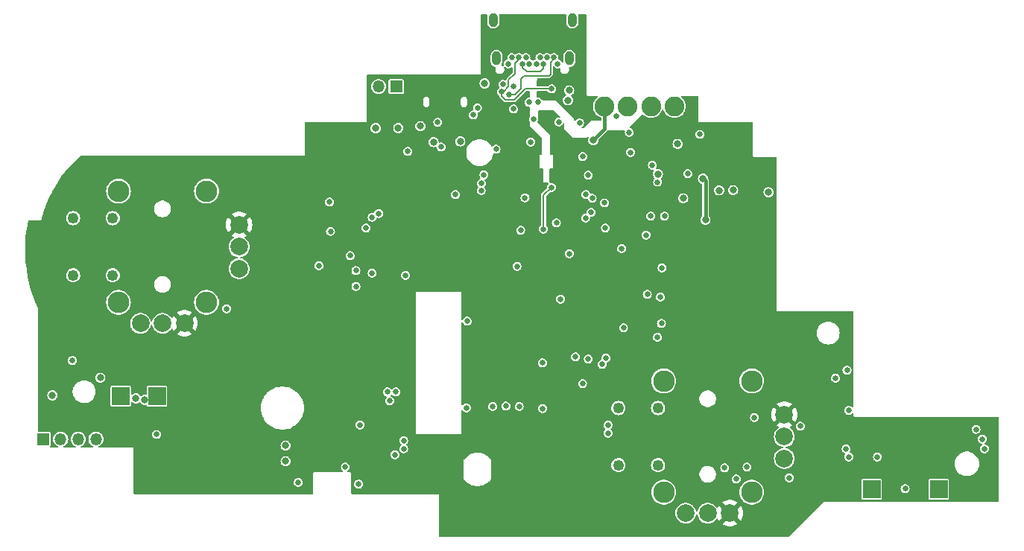
<source format=gbr>
G04 #@! TF.GenerationSoftware,KiCad,Pcbnew,8.0.2*
G04 #@! TF.CreationDate,2025-02-05T20:19:13-08:00*
G04 #@! TF.ProjectId,progcc_3.3_main,70726f67-6363-45f3-932e-335f6d61696e,1*
G04 #@! TF.SameCoordinates,Original*
G04 #@! TF.FileFunction,Copper,L2,Inr*
G04 #@! TF.FilePolarity,Positive*
%FSLAX46Y46*%
G04 Gerber Fmt 4.6, Leading zero omitted, Abs format (unit mm)*
G04 Created by KiCad (PCBNEW 8.0.2) date 2025-02-05 20:19:13*
%MOMM*%
%LPD*%
G01*
G04 APERTURE LIST*
G04 #@! TA.AperFunction,ComponentPad*
%ADD10R,2.000000X2.000000*%
G04 #@! TD*
G04 #@! TA.AperFunction,ComponentPad*
%ADD11R,1.350000X1.350000*%
G04 #@! TD*
G04 #@! TA.AperFunction,ComponentPad*
%ADD12O,1.350000X1.350000*%
G04 #@! TD*
G04 #@! TA.AperFunction,ComponentPad*
%ADD13C,2.450000*%
G04 #@! TD*
G04 #@! TA.AperFunction,ComponentPad*
%ADD14C,1.250000*%
G04 #@! TD*
G04 #@! TA.AperFunction,ComponentPad*
%ADD15C,2.000000*%
G04 #@! TD*
G04 #@! TA.AperFunction,ComponentPad*
%ADD16C,0.650000*%
G04 #@! TD*
G04 #@! TA.AperFunction,ComponentPad*
%ADD17O,1.000000X1.600000*%
G04 #@! TD*
G04 #@! TA.AperFunction,ViaPad*
%ADD18C,0.800000*%
G04 #@! TD*
G04 #@! TA.AperFunction,ViaPad*
%ADD19C,0.650000*%
G04 #@! TD*
G04 #@! TA.AperFunction,ViaPad*
%ADD20C,2.250000*%
G04 #@! TD*
G04 #@! TA.AperFunction,Conductor*
%ADD21C,0.200000*%
G04 #@! TD*
G04 #@! TA.AperFunction,Conductor*
%ADD22C,0.150000*%
G04 #@! TD*
G04 #@! TA.AperFunction,Conductor*
%ADD23C,0.400000*%
G04 #@! TD*
G04 APERTURE END LIST*
D10*
X176936400Y-146021300D03*
X91623896Y-135440000D03*
D11*
X82810000Y-140310000D03*
D12*
X84810000Y-140310000D03*
X86810000Y-140310000D03*
X88810000Y-140310000D03*
D13*
X153320200Y-133697000D03*
X153320200Y-146347000D03*
X163320200Y-133697000D03*
X163320200Y-146347000D03*
D14*
X152670200Y-136772000D03*
X152670200Y-143272000D03*
X148170200Y-136772000D03*
X148170200Y-143272000D03*
D15*
X155820200Y-148722000D03*
X158320200Y-148722000D03*
X160820200Y-148722000D03*
X167020200Y-142522000D03*
X167020200Y-140022000D03*
X167020200Y-137522000D03*
D11*
X122920000Y-100228400D03*
D12*
X120920000Y-100228400D03*
D16*
X135660000Y-97625000D03*
X136060000Y-96925000D03*
X136860000Y-96925000D03*
X137260000Y-97625000D03*
X137660000Y-96925000D03*
X138060000Y-97625000D03*
X138860000Y-97625000D03*
X139260000Y-96925000D03*
X139660000Y-97625000D03*
X140060000Y-96925000D03*
X140860000Y-96925000D03*
X141260000Y-97625000D03*
D17*
X142950000Y-92635000D03*
X142590000Y-97025000D03*
X134330000Y-97025000D03*
X133970000Y-92635000D03*
D13*
X91377000Y-112107600D03*
X91377000Y-124757600D03*
X101377000Y-112107600D03*
X101377000Y-124757600D03*
D14*
X90727000Y-115182600D03*
X90727000Y-121682600D03*
X86227000Y-115182600D03*
X86227000Y-121682600D03*
D15*
X93877000Y-127132600D03*
X96377000Y-127132600D03*
X98877000Y-127132600D03*
X105077000Y-120932600D03*
X105077000Y-118432600D03*
X105077000Y-115932600D03*
D10*
X95740000Y-135410000D03*
X184556400Y-145995900D03*
D18*
X133240000Y-147070000D03*
X145570000Y-145690000D03*
D19*
X142494000Y-125095000D03*
D18*
X113004600Y-139115800D03*
X167843200Y-135001000D03*
D19*
X146650000Y-112500000D03*
X143150000Y-120260000D03*
X112750000Y-112250000D03*
D18*
X169062400Y-147167600D03*
D19*
X116100000Y-110800000D03*
X136448800Y-115112800D03*
D18*
X141510000Y-147190000D03*
D19*
X113300000Y-115100000D03*
X106095800Y-126542800D03*
X138208690Y-107452022D03*
X138620500Y-116483094D03*
D18*
X122783600Y-110693200D03*
X185750200Y-140284200D03*
D19*
X144229702Y-110985392D03*
D18*
X151053800Y-147548600D03*
D19*
X118550000Y-112800000D03*
X88519000Y-126568200D03*
X114000000Y-119050000D03*
X106070400Y-113588800D03*
X134213600Y-106222800D03*
X88392000Y-113614200D03*
X133450622Y-110930185D03*
D18*
X162080000Y-114510000D03*
D19*
X143506600Y-115342444D03*
D18*
X162175896Y-110478591D03*
D19*
X95590000Y-138710000D03*
D18*
X137540000Y-147190000D03*
D19*
X114500000Y-123250000D03*
X143891000Y-109042200D03*
D18*
X151053800Y-134289800D03*
D19*
X118200000Y-117750000D03*
X149555200Y-107696000D03*
X152603200Y-128727200D03*
X118643400Y-145415000D03*
X180746400Y-145948400D03*
X161544000Y-144830800D03*
X189738000Y-141401800D03*
X131000000Y-126900000D03*
X149402800Y-105435400D03*
X137563694Y-112868880D03*
X121920000Y-134950200D03*
D18*
X159607099Y-112015147D03*
D19*
X130900000Y-136750000D03*
X123774200Y-140462000D03*
D18*
X161199272Y-112009786D03*
D19*
X143300000Y-130950000D03*
X168833800Y-138836400D03*
X95710000Y-139780000D03*
D20*
X154533400Y-102463600D03*
D19*
X134277100Y-107339094D03*
X153129243Y-120820743D03*
X122174000Y-135940800D03*
X148750000Y-127650000D03*
X143750000Y-104350000D03*
X151300000Y-117100000D03*
X132900000Y-110250000D03*
X156042093Y-110125535D03*
X172847000Y-133375400D03*
X131700000Y-103450000D03*
X189484000Y-140309600D03*
X120192800Y-121437400D03*
X144110000Y-108170000D03*
X141400000Y-104250000D03*
D18*
X165227000Y-112242600D03*
D19*
X132150000Y-102650000D03*
X139574267Y-136833488D03*
X157430000Y-105660000D03*
X137070000Y-116550000D03*
X174320200Y-137033000D03*
X153400000Y-114950000D03*
X174345600Y-142341600D03*
X141599874Y-124390657D03*
X177596800Y-142341600D03*
X153060400Y-127152400D03*
X123774200Y-141427200D03*
X151850000Y-114950000D03*
X174142400Y-132461000D03*
X122885200Y-134950200D03*
X144750000Y-110300000D03*
X139550000Y-131650000D03*
X111785400Y-145237200D03*
X148550000Y-118650000D03*
X135400000Y-136550000D03*
X138214403Y-106526609D03*
X147929600Y-103606600D03*
X188798200Y-139192000D03*
X174040800Y-141427200D03*
X124231400Y-107599500D03*
X128016000Y-107091500D03*
X136252872Y-102771206D03*
D18*
X142570200Y-100660200D03*
D19*
X139661900Y-116432294D03*
X140552529Y-111680482D03*
X135710300Y-101147934D03*
X140589000Y-100482400D03*
X134915196Y-100826095D03*
X138004743Y-102005341D03*
D20*
X151883400Y-102463600D03*
D18*
X157782026Y-110690426D03*
X152657200Y-110163000D03*
X154910000Y-106750000D03*
X158055736Y-115366800D03*
X89310000Y-133330000D03*
D19*
X152618203Y-111081857D03*
X139081388Y-101992822D03*
D20*
X149233400Y-102463600D03*
D19*
X135065426Y-99962275D03*
X136286041Y-100231436D03*
D18*
X132969000Y-99872800D03*
D19*
X152950000Y-124150000D03*
X151450000Y-123850000D03*
X146327805Y-131800023D03*
X146989800Y-139623800D03*
X160248600Y-143586200D03*
X118350000Y-122950000D03*
X146989800Y-138709400D03*
X163626800Y-137845800D03*
X118350000Y-121150000D03*
X146750000Y-131100000D03*
X167589200Y-144703800D03*
X162788600Y-143484600D03*
X123992924Y-121688210D03*
X103657400Y-125476000D03*
X118821200Y-138684000D03*
X132585851Y-112052814D03*
X127641468Y-104273468D03*
X132592141Y-111222634D03*
X146600000Y-113450000D03*
X146700000Y-116300000D03*
X129650000Y-112500000D03*
D18*
X142440709Y-101770594D03*
D20*
X146583400Y-102463600D03*
D19*
X138541980Y-103918305D03*
D18*
X145326152Y-106303738D03*
D19*
X142600000Y-119220000D03*
X117700000Y-119450000D03*
X114138579Y-120587998D03*
X136650000Y-120650000D03*
X144482079Y-112487421D03*
X119500000Y-116300000D03*
X144100000Y-134000000D03*
X136900000Y-136600000D03*
X144750000Y-131200000D03*
X133900000Y-136600000D03*
X86130000Y-131360000D03*
D18*
X83870800Y-135331200D03*
D19*
X145199031Y-112916976D03*
D18*
X155528941Y-112932354D03*
D19*
X152027395Y-109166476D03*
X141122400Y-115722400D03*
X122783600Y-142087600D03*
D18*
X110363000Y-141046200D03*
X94380000Y-135840000D03*
D19*
X117144800Y-143484600D03*
D18*
X93360000Y-135680000D03*
X110363000Y-142824200D03*
D19*
X115468878Y-116699973D03*
X120200000Y-115100000D03*
X145060821Y-114533968D03*
X115350000Y-113350000D03*
X120950000Y-114650000D03*
X144438186Y-115170753D03*
D18*
X120599200Y-104952800D03*
X125679200Y-104724200D03*
X130199837Y-106444519D03*
X127177237Y-106529446D03*
X123164600Y-104927400D03*
D21*
X139661900Y-112571111D02*
X140552529Y-111680482D01*
X139661900Y-116432294D02*
X139661900Y-112571111D01*
D22*
X135115502Y-100826095D02*
X134915196Y-100826095D01*
X136400000Y-98750000D02*
X135700000Y-99450000D01*
X135700000Y-99450000D02*
X135700000Y-100241597D01*
X135350000Y-101750000D02*
X136300000Y-101750000D01*
X134915196Y-101315196D02*
X135350000Y-101750000D01*
X135700000Y-100241597D02*
X135115502Y-100826095D01*
X136860000Y-97140000D02*
X136400000Y-97600000D01*
X134915196Y-100826095D02*
X134915196Y-101315196D01*
X136400000Y-97600000D02*
X136400000Y-98750000D01*
X136300000Y-101750000D02*
X137567600Y-100482400D01*
X136860000Y-96925000D02*
X136860000Y-97140000D01*
X137567600Y-100482400D02*
X140589000Y-100482400D01*
D23*
X157782026Y-110690426D02*
X158055736Y-110964136D01*
X158055736Y-110964136D02*
X158055736Y-115366800D01*
D21*
X139660000Y-98134800D02*
X139660000Y-97625000D01*
X139268200Y-98526600D02*
X139660000Y-98134800D01*
X137260000Y-98042400D02*
X137744200Y-98526600D01*
X137260000Y-97625000D02*
X137260000Y-98042400D01*
D23*
X146583400Y-102463600D02*
X146583400Y-105046490D01*
D21*
X137744200Y-98526600D02*
X139268200Y-98526600D01*
D23*
X146583400Y-105046490D02*
X145326152Y-106303738D01*
D22*
X140860000Y-97087200D02*
X140860000Y-96925000D01*
X140462000Y-97485200D02*
X140860000Y-97087200D01*
X140309600Y-98983800D02*
X140462000Y-98831400D01*
X137058400Y-99390200D02*
X137464800Y-98983800D01*
X140462000Y-98831400D02*
X140462000Y-97485200D01*
X137058400Y-100491600D02*
X137058400Y-99390200D01*
X136402066Y-101147934D02*
X137058400Y-100491600D01*
X137464800Y-98983800D02*
X140309600Y-98983800D01*
X135710300Y-101147934D02*
X136402066Y-101147934D01*
G04 #@! TA.AperFunction,Conductor*
G36*
X133290049Y-92035680D02*
G01*
X133320489Y-92088403D01*
X133315716Y-92131952D01*
X133316921Y-92132318D01*
X133315651Y-92136505D01*
X133289500Y-92267972D01*
X133289500Y-93002027D01*
X133315651Y-93133494D01*
X133315652Y-93133500D01*
X133366946Y-93257334D01*
X133366948Y-93257338D01*
X133441421Y-93368794D01*
X133536206Y-93463579D01*
X133647662Y-93538052D01*
X133688943Y-93555151D01*
X133771499Y-93589347D01*
X133771500Y-93589347D01*
X133771505Y-93589349D01*
X133902977Y-93615500D01*
X133902981Y-93615500D01*
X134037019Y-93615500D01*
X134037023Y-93615500D01*
X134168495Y-93589349D01*
X134292338Y-93538052D01*
X134403794Y-93463579D01*
X134498579Y-93368794D01*
X134573052Y-93257338D01*
X134624349Y-93133495D01*
X134650500Y-93002023D01*
X134650500Y-92267977D01*
X134624349Y-92136505D01*
X134624345Y-92136496D01*
X134623079Y-92132318D01*
X134624671Y-92131834D01*
X134622274Y-92077107D01*
X134659328Y-92028803D01*
X134707159Y-92014858D01*
X142212841Y-92014858D01*
X142270049Y-92035680D01*
X142300489Y-92088403D01*
X142295716Y-92131952D01*
X142296921Y-92132318D01*
X142295651Y-92136505D01*
X142269500Y-92267972D01*
X142269500Y-93002027D01*
X142295651Y-93133494D01*
X142295652Y-93133500D01*
X142346946Y-93257334D01*
X142346948Y-93257338D01*
X142421421Y-93368794D01*
X142516206Y-93463579D01*
X142627662Y-93538052D01*
X142668943Y-93555151D01*
X142751499Y-93589347D01*
X142751500Y-93589347D01*
X142751505Y-93589349D01*
X142882977Y-93615500D01*
X142882981Y-93615500D01*
X143017019Y-93615500D01*
X143017023Y-93615500D01*
X143148495Y-93589349D01*
X143272338Y-93538052D01*
X143383794Y-93463579D01*
X143478579Y-93368794D01*
X143553052Y-93257338D01*
X143604349Y-93133495D01*
X143630500Y-93002023D01*
X143630500Y-92267977D01*
X143604349Y-92136505D01*
X143604345Y-92136496D01*
X143603079Y-92132318D01*
X143604671Y-92131834D01*
X143602274Y-92077107D01*
X143639328Y-92028803D01*
X143687159Y-92014858D01*
X144466725Y-92014858D01*
X144523933Y-92035680D01*
X144554373Y-92088403D01*
X144555725Y-92103858D01*
X144555725Y-101084422D01*
X144555725Y-101144294D01*
X144578638Y-101199609D01*
X144620974Y-101241945D01*
X144676289Y-101264858D01*
X145737039Y-101264858D01*
X145794247Y-101285680D01*
X145824687Y-101338403D01*
X145814115Y-101398358D01*
X145788087Y-101426762D01*
X145741040Y-101459704D01*
X145579507Y-101621237D01*
X145448483Y-101808360D01*
X145448481Y-101808362D01*
X145351946Y-102015382D01*
X145351943Y-102015391D01*
X145292821Y-102236035D01*
X145292820Y-102236040D01*
X145272913Y-102463596D01*
X145272913Y-102463603D01*
X145292820Y-102691159D01*
X145292821Y-102691164D01*
X145351943Y-102911808D01*
X145351946Y-102911817D01*
X145448481Y-103118838D01*
X145448483Y-103118840D01*
X145448485Y-103118844D01*
X145579509Y-103305965D01*
X145741035Y-103467491D01*
X145928156Y-103598515D01*
X145928159Y-103598516D01*
X145928161Y-103598518D01*
X146135182Y-103695053D01*
X146135184Y-103695054D01*
X146135186Y-103695054D01*
X146135187Y-103695055D01*
X146136920Y-103695519D01*
X146137416Y-103695866D01*
X146138838Y-103696384D01*
X146138699Y-103696764D01*
X146186796Y-103730429D01*
X146202900Y-103781490D01*
X146202900Y-104011000D01*
X146182078Y-104068208D01*
X146129355Y-104098648D01*
X146113900Y-104100000D01*
X145049999Y-104100000D01*
X144226066Y-104923933D01*
X144170891Y-104949661D01*
X144163134Y-104950000D01*
X144054489Y-104950000D01*
X143997281Y-104929178D01*
X143966841Y-104876455D01*
X143977413Y-104816500D01*
X144006370Y-104786129D01*
X144084436Y-104735960D01*
X144179626Y-104626104D01*
X144240011Y-104493880D01*
X144260698Y-104350000D01*
X144254972Y-104310178D01*
X144240011Y-104206120D01*
X144179627Y-104073897D01*
X144179625Y-104073894D01*
X144084436Y-103964040D01*
X144071147Y-103955500D01*
X143962152Y-103885453D01*
X143822680Y-103844500D01*
X143677320Y-103844500D01*
X143537848Y-103885453D01*
X143494150Y-103913535D01*
X143415563Y-103964040D01*
X143320374Y-104073894D01*
X143320373Y-104073897D01*
X143319956Y-104074811D01*
X143319466Y-104075308D01*
X143316932Y-104079252D01*
X143316106Y-104078721D01*
X143277249Y-104118198D01*
X143216645Y-104123983D01*
X143166501Y-104089458D01*
X143150000Y-104037836D01*
X143150000Y-103850001D01*
X143150000Y-103850000D01*
X141100000Y-101800000D01*
X141099999Y-101800000D01*
X139606245Y-101800000D01*
X139549037Y-101779178D01*
X139542504Y-101770594D01*
X141855200Y-101770594D01*
X141875151Y-101922135D01*
X141875151Y-101922137D01*
X141875152Y-101922138D01*
X141933640Y-102063343D01*
X141933641Y-102063345D01*
X141933643Y-102063349D01*
X142026692Y-102184611D01*
X142026696Y-102184614D01*
X142026697Y-102184615D01*
X142049687Y-102202256D01*
X142147954Y-102277660D01*
X142289168Y-102336152D01*
X142440709Y-102356103D01*
X142592250Y-102336152D01*
X142733464Y-102277660D01*
X142854726Y-102184611D01*
X142947775Y-102063349D01*
X143006267Y-101922135D01*
X143026218Y-101770594D01*
X143006267Y-101619053D01*
X142947775Y-101477840D01*
X142854726Y-101356577D01*
X142854721Y-101356573D01*
X142854720Y-101356572D01*
X142819684Y-101329688D01*
X142786974Y-101278343D01*
X142794920Y-101217984D01*
X142839805Y-101176855D01*
X142839805Y-101176854D01*
X142862955Y-101167266D01*
X142984217Y-101074217D01*
X143077266Y-100952955D01*
X143135758Y-100811741D01*
X143155709Y-100660200D01*
X143135758Y-100508659D01*
X143077266Y-100367446D01*
X142984217Y-100246183D01*
X142984212Y-100246179D01*
X142984211Y-100246178D01*
X142895016Y-100177736D01*
X142862955Y-100153134D01*
X142862951Y-100153132D01*
X142862949Y-100153131D01*
X142721744Y-100094643D01*
X142721743Y-100094642D01*
X142721741Y-100094642D01*
X142570200Y-100074691D01*
X142418659Y-100094642D01*
X142418657Y-100094642D01*
X142418655Y-100094643D01*
X142277451Y-100153131D01*
X142277443Y-100153136D01*
X142156188Y-100246178D01*
X142156178Y-100246188D01*
X142063136Y-100367443D01*
X142063131Y-100367451D01*
X142004643Y-100508655D01*
X142004642Y-100508657D01*
X142004642Y-100508659D01*
X141984691Y-100660200D01*
X142004642Y-100811741D01*
X142004642Y-100811743D01*
X142004643Y-100811744D01*
X142063131Y-100952949D01*
X142063132Y-100952951D01*
X142063134Y-100952955D01*
X142089949Y-100987900D01*
X142155576Y-101073427D01*
X142156183Y-101074217D01*
X142191225Y-101101106D01*
X142223935Y-101152452D01*
X142215987Y-101212811D01*
X142171104Y-101253939D01*
X142147958Y-101263526D01*
X142147952Y-101263530D01*
X142026697Y-101356572D01*
X142026687Y-101356582D01*
X141933645Y-101477837D01*
X141933640Y-101477845D01*
X141875152Y-101619049D01*
X141875151Y-101619051D01*
X141875151Y-101619053D01*
X141855200Y-101770594D01*
X139542504Y-101770594D01*
X139525288Y-101747973D01*
X139521805Y-101740348D01*
X139511014Y-101716718D01*
X139511013Y-101716716D01*
X139415824Y-101606862D01*
X139293540Y-101528275D01*
X139154068Y-101487322D01*
X139008708Y-101487322D01*
X139008705Y-101487322D01*
X138964073Y-101500427D01*
X138903316Y-101496565D01*
X138859256Y-101454553D01*
X138850000Y-101415032D01*
X138850000Y-100826900D01*
X138870822Y-100769692D01*
X138923545Y-100739252D01*
X138939000Y-100737900D01*
X140100876Y-100737900D01*
X140158084Y-100758722D01*
X140168136Y-100768616D01*
X140254564Y-100868360D01*
X140376848Y-100946947D01*
X140516320Y-100987900D01*
X140516322Y-100987900D01*
X140661678Y-100987900D01*
X140661680Y-100987900D01*
X140801152Y-100946947D01*
X140923436Y-100868360D01*
X141018626Y-100758504D01*
X141079011Y-100626280D01*
X141099698Y-100482400D01*
X141094172Y-100443969D01*
X141079011Y-100338520D01*
X141018627Y-100206297D01*
X141018625Y-100206294D01*
X140923436Y-100096440D01*
X140909612Y-100087556D01*
X140801152Y-100017853D01*
X140661680Y-99976900D01*
X140516320Y-99976900D01*
X140376848Y-100017853D01*
X140366748Y-100024344D01*
X140254563Y-100096440D01*
X140205437Y-100153136D01*
X140169069Y-100195108D01*
X140168138Y-100196182D01*
X140114938Y-100225782D01*
X140100876Y-100226900D01*
X138939000Y-100226900D01*
X138881792Y-100206078D01*
X138851352Y-100153355D01*
X138850000Y-100137900D01*
X138850000Y-99539000D01*
X138870822Y-99481792D01*
X138923545Y-99451352D01*
X138939000Y-99450000D01*
X138949999Y-99450000D01*
X138950000Y-99450000D01*
X138950000Y-99328300D01*
X138970822Y-99271092D01*
X139023545Y-99240652D01*
X139039000Y-99239300D01*
X140360423Y-99239300D01*
X140387925Y-99227908D01*
X140387926Y-99227908D01*
X140434879Y-99208459D01*
X140454329Y-99200403D01*
X140526203Y-99128529D01*
X140526203Y-99128527D01*
X140606727Y-99048003D01*
X140606729Y-99048003D01*
X140678603Y-98976129D01*
X140717500Y-98882222D01*
X140717500Y-98009458D01*
X140738322Y-97952250D01*
X140791045Y-97921810D01*
X140851000Y-97932382D01*
X140873759Y-97951173D01*
X140904946Y-97987165D01*
X140924262Y-98009458D01*
X140925564Y-98010960D01*
X141047848Y-98089547D01*
X141187320Y-98130500D01*
X141187322Y-98130500D01*
X141332678Y-98130500D01*
X141332680Y-98130500D01*
X141449673Y-98096147D01*
X141510428Y-98100008D01*
X141554489Y-98142020D01*
X141561237Y-98202524D01*
X141560715Y-98204569D01*
X141559500Y-98209104D01*
X141559500Y-98209108D01*
X141559500Y-98340892D01*
X141593608Y-98468186D01*
X141593609Y-98468188D01*
X141659496Y-98582309D01*
X141659498Y-98582311D01*
X141659500Y-98582314D01*
X141752686Y-98675500D01*
X141752688Y-98675501D01*
X141752690Y-98675503D01*
X141834910Y-98722972D01*
X141866814Y-98741392D01*
X141994108Y-98775500D01*
X141994110Y-98775500D01*
X142125890Y-98775500D01*
X142125892Y-98775500D01*
X142253186Y-98741392D01*
X142367314Y-98675500D01*
X142460500Y-98582314D01*
X142526392Y-98468186D01*
X142560500Y-98340892D01*
X142560500Y-98209108D01*
X142535963Y-98117533D01*
X142541270Y-98056886D01*
X142584319Y-98013838D01*
X142621931Y-98005500D01*
X142657019Y-98005500D01*
X142657023Y-98005500D01*
X142788495Y-97979349D01*
X142912338Y-97928052D01*
X143023794Y-97853579D01*
X143118579Y-97758794D01*
X143193052Y-97647338D01*
X143244349Y-97523495D01*
X143270500Y-97392023D01*
X143270500Y-96657977D01*
X143244349Y-96526505D01*
X143193052Y-96402662D01*
X143118579Y-96291206D01*
X143023794Y-96196421D01*
X142912338Y-96121948D01*
X142912335Y-96121946D01*
X142912334Y-96121946D01*
X142788500Y-96070652D01*
X142788495Y-96070651D01*
X142762200Y-96065420D01*
X142657027Y-96044500D01*
X142657023Y-96044500D01*
X142522977Y-96044500D01*
X142522972Y-96044500D01*
X142391505Y-96070651D01*
X142391499Y-96070652D01*
X142267665Y-96121946D01*
X142267662Y-96121948D01*
X142156208Y-96196419D01*
X142061419Y-96291208D01*
X141986948Y-96402662D01*
X141986946Y-96402665D01*
X141935652Y-96526499D01*
X141935651Y-96526505D01*
X141909500Y-96657972D01*
X141909500Y-97392027D01*
X141914992Y-97419633D01*
X141905731Y-97479804D01*
X141859959Y-97519945D01*
X141799094Y-97521273D01*
X141751615Y-97483167D01*
X141746745Y-97473968D01*
X141689627Y-97348897D01*
X141689625Y-97348894D01*
X141594436Y-97239040D01*
X141472152Y-97160453D01*
X141472149Y-97160452D01*
X141416318Y-97144058D01*
X141367295Y-97107962D01*
X141352942Y-97048798D01*
X141353291Y-97046066D01*
X141370698Y-96925000D01*
X141350011Y-96781120D01*
X141293775Y-96657980D01*
X141289627Y-96648897D01*
X141289625Y-96648894D01*
X141194436Y-96539040D01*
X141174922Y-96526499D01*
X141072152Y-96460453D01*
X140932680Y-96419500D01*
X140787320Y-96419500D01*
X140647848Y-96460453D01*
X140600757Y-96490716D01*
X140525560Y-96539042D01*
X140520755Y-96543207D01*
X140519291Y-96541518D01*
X140474052Y-96566682D01*
X140414274Y-96555153D01*
X140399578Y-96542822D01*
X140399245Y-96543207D01*
X140394439Y-96539042D01*
X140374931Y-96526505D01*
X140272152Y-96460453D01*
X140132680Y-96419500D01*
X139987320Y-96419500D01*
X139847848Y-96460453D01*
X139800757Y-96490716D01*
X139725560Y-96539042D01*
X139720755Y-96543207D01*
X139719291Y-96541518D01*
X139674052Y-96566682D01*
X139614274Y-96555153D01*
X139599578Y-96542822D01*
X139599245Y-96543207D01*
X139594439Y-96539042D01*
X139574931Y-96526505D01*
X139472152Y-96460453D01*
X139332680Y-96419500D01*
X139187320Y-96419500D01*
X139047848Y-96460453D01*
X139004150Y-96488535D01*
X138925563Y-96539040D01*
X138830374Y-96648894D01*
X138830372Y-96648897D01*
X138769988Y-96781120D01*
X138749302Y-96924999D01*
X138749302Y-96925000D01*
X138766699Y-97045998D01*
X138754231Y-97105587D01*
X138706376Y-97143220D01*
X138703681Y-97144058D01*
X138647849Y-97160452D01*
X138525560Y-97239042D01*
X138520755Y-97243207D01*
X138519291Y-97241518D01*
X138474052Y-97266682D01*
X138414274Y-97255153D01*
X138399578Y-97242822D01*
X138399245Y-97243207D01*
X138394439Y-97239042D01*
X138272152Y-97160453D01*
X138272149Y-97160452D01*
X138216318Y-97144058D01*
X138167295Y-97107962D01*
X138152942Y-97048798D01*
X138153291Y-97046066D01*
X138170698Y-96925000D01*
X138150011Y-96781120D01*
X138093775Y-96657980D01*
X138089627Y-96648897D01*
X138089625Y-96648894D01*
X137994436Y-96539040D01*
X137974922Y-96526499D01*
X137872152Y-96460453D01*
X137732680Y-96419500D01*
X137587320Y-96419500D01*
X137447848Y-96460453D01*
X137400757Y-96490716D01*
X137325560Y-96539042D01*
X137320755Y-96543207D01*
X137319291Y-96541518D01*
X137274052Y-96566682D01*
X137214274Y-96555153D01*
X137199578Y-96542822D01*
X137199245Y-96543207D01*
X137194439Y-96539042D01*
X137174931Y-96526505D01*
X137072152Y-96460453D01*
X136932680Y-96419500D01*
X136787320Y-96419500D01*
X136647848Y-96460453D01*
X136600757Y-96490716D01*
X136525560Y-96539042D01*
X136520755Y-96543207D01*
X136519291Y-96541518D01*
X136474052Y-96566682D01*
X136414274Y-96555153D01*
X136399578Y-96542822D01*
X136399245Y-96543207D01*
X136394439Y-96539042D01*
X136374931Y-96526505D01*
X136272152Y-96460453D01*
X136132680Y-96419500D01*
X135987320Y-96419500D01*
X135847848Y-96460453D01*
X135804150Y-96488535D01*
X135725563Y-96539040D01*
X135630374Y-96648894D01*
X135630372Y-96648897D01*
X135569988Y-96781120D01*
X135549302Y-96924999D01*
X135549302Y-96925000D01*
X135566699Y-97045998D01*
X135554231Y-97105587D01*
X135506376Y-97143220D01*
X135503681Y-97144058D01*
X135447849Y-97160452D01*
X135325563Y-97239040D01*
X135230374Y-97348894D01*
X135230374Y-97348895D01*
X135173254Y-97473969D01*
X135144353Y-97503331D01*
X135159038Y-97530059D01*
X135159176Y-97556318D01*
X135149302Y-97624998D01*
X135149302Y-97625000D01*
X135169988Y-97768879D01*
X135182178Y-97795570D01*
X135187003Y-97856258D01*
X135151689Y-97905849D01*
X135092761Y-97921139D01*
X135038289Y-97895475D01*
X135017314Y-97874500D01*
X135017311Y-97874498D01*
X135017309Y-97874496D01*
X134929271Y-97823668D01*
X134890138Y-97777032D01*
X134890138Y-97716152D01*
X134899768Y-97697150D01*
X134933052Y-97647338D01*
X134984349Y-97523495D01*
X134984349Y-97523490D01*
X134985617Y-97519314D01*
X134987665Y-97519935D01*
X135015331Y-97474278D01*
X135015790Y-97474121D01*
X135003577Y-97429942D01*
X135005008Y-97419633D01*
X135010500Y-97392023D01*
X135010500Y-96657977D01*
X134984349Y-96526505D01*
X134933052Y-96402662D01*
X134858579Y-96291206D01*
X134763794Y-96196421D01*
X134652338Y-96121948D01*
X134652335Y-96121946D01*
X134652334Y-96121946D01*
X134528500Y-96070652D01*
X134528495Y-96070651D01*
X134502200Y-96065420D01*
X134397027Y-96044500D01*
X134397023Y-96044500D01*
X134262977Y-96044500D01*
X134262972Y-96044500D01*
X134131505Y-96070651D01*
X134131499Y-96070652D01*
X134007665Y-96121946D01*
X134007662Y-96121948D01*
X133896208Y-96196419D01*
X133801419Y-96291208D01*
X133726948Y-96402662D01*
X133726946Y-96402665D01*
X133675652Y-96526499D01*
X133675651Y-96526505D01*
X133649500Y-96657972D01*
X133649500Y-97392027D01*
X133665800Y-97473969D01*
X133674819Y-97519314D01*
X133675651Y-97523494D01*
X133675652Y-97523500D01*
X133717695Y-97625000D01*
X133726948Y-97647338D01*
X133801421Y-97758794D01*
X133896206Y-97853579D01*
X134007662Y-97928052D01*
X134008698Y-97928481D01*
X134131499Y-97979347D01*
X134131502Y-97979348D01*
X134131505Y-97979349D01*
X134170801Y-97987165D01*
X134222848Y-98018747D01*
X134242418Y-98076395D01*
X134239407Y-98097489D01*
X134220385Y-98168480D01*
X134209500Y-98209108D01*
X134209500Y-98340892D01*
X134243608Y-98468186D01*
X134243609Y-98468188D01*
X134309496Y-98582309D01*
X134309498Y-98582311D01*
X134309500Y-98582314D01*
X134402686Y-98675500D01*
X134402688Y-98675501D01*
X134402690Y-98675503D01*
X134484910Y-98722972D01*
X134516814Y-98741392D01*
X134644108Y-98775500D01*
X134644110Y-98775500D01*
X134775890Y-98775500D01*
X134775892Y-98775500D01*
X134903186Y-98741392D01*
X135017314Y-98675500D01*
X135110500Y-98582314D01*
X135176392Y-98468186D01*
X135210500Y-98340892D01*
X135210500Y-98209108D01*
X135181688Y-98101579D01*
X135186995Y-98040933D01*
X135230043Y-97997884D01*
X135290691Y-97992579D01*
X135319860Y-98008059D01*
X135320209Y-98007518D01*
X135325562Y-98010958D01*
X135325564Y-98010960D01*
X135447848Y-98089547D01*
X135587320Y-98130500D01*
X135587322Y-98130500D01*
X135732678Y-98130500D01*
X135732680Y-98130500D01*
X135872152Y-98089547D01*
X135994436Y-98010960D01*
X135994442Y-98010953D01*
X135997215Y-98008551D01*
X135999603Y-98007638D01*
X135999791Y-98007518D01*
X135999816Y-98007557D01*
X136054085Y-97986822D01*
X136111617Y-98006732D01*
X136142891Y-98058964D01*
X136144500Y-98075811D01*
X136144500Y-98607302D01*
X136123678Y-98664510D01*
X136118433Y-98670235D01*
X135555272Y-99233396D01*
X135555271Y-99233397D01*
X135555270Y-99233396D01*
X135483397Y-99305270D01*
X135469269Y-99339377D01*
X135469270Y-99339378D01*
X135458355Y-99365731D01*
X135451048Y-99383371D01*
X135451047Y-99383372D01*
X135444500Y-99399177D01*
X135444500Y-99442010D01*
X135423678Y-99499218D01*
X135370955Y-99529658D01*
X135311000Y-99519086D01*
X135307384Y-99516882D01*
X135277581Y-99497729D01*
X135277578Y-99497728D01*
X135138106Y-99456775D01*
X134992746Y-99456775D01*
X134853274Y-99497728D01*
X134850956Y-99499218D01*
X134730989Y-99576315D01*
X134635800Y-99686169D01*
X134635798Y-99686172D01*
X134575414Y-99818395D01*
X134554728Y-99962274D01*
X134554728Y-99962275D01*
X134575414Y-100106154D01*
X134635798Y-100238377D01*
X134635801Y-100238380D01*
X134661142Y-100267626D01*
X134682869Y-100324497D01*
X134662957Y-100382028D01*
X134641998Y-100400779D01*
X134580760Y-100440134D01*
X134485570Y-100549989D01*
X134485568Y-100549992D01*
X134425184Y-100682215D01*
X134404498Y-100826094D01*
X134404498Y-100826095D01*
X134425184Y-100969974D01*
X134485568Y-101102197D01*
X134485570Y-101102200D01*
X134580761Y-101212056D01*
X134581936Y-101212811D01*
X134618811Y-101236508D01*
X134655682Y-101284953D01*
X134659696Y-101311381D01*
X134659696Y-101366021D01*
X134698590Y-101459921D01*
X134698592Y-101459923D01*
X134698593Y-101459925D01*
X134770467Y-101531799D01*
X134770468Y-101531799D01*
X134782987Y-101544318D01*
X135205272Y-101966604D01*
X135277903Y-101996688D01*
X135298789Y-102005340D01*
X135299176Y-102005500D01*
X135299176Y-102005501D01*
X135299178Y-102005501D01*
X135411182Y-102005501D01*
X135411190Y-102005500D01*
X136350823Y-102005500D01*
X136381430Y-101992822D01*
X136444729Y-101966603D01*
X136516603Y-101894729D01*
X136516603Y-101894727D01*
X136529121Y-101882210D01*
X136529121Y-101882208D01*
X137647364Y-100763967D01*
X137702539Y-100738239D01*
X137710296Y-100737900D01*
X138011000Y-100737900D01*
X138068208Y-100758722D01*
X138098648Y-100811445D01*
X138100000Y-100826900D01*
X138100000Y-101410841D01*
X138079178Y-101468049D01*
X138026455Y-101498489D01*
X138011000Y-101499841D01*
X137932063Y-101499841D01*
X137792591Y-101540794D01*
X137787108Y-101544318D01*
X137670306Y-101619381D01*
X137575117Y-101729235D01*
X137575115Y-101729238D01*
X137514731Y-101861461D01*
X137494045Y-102005340D01*
X137494045Y-102005341D01*
X137514731Y-102149220D01*
X137575115Y-102281443D01*
X137575117Y-102281446D01*
X137655226Y-102373897D01*
X137670307Y-102391301D01*
X137792591Y-102469888D01*
X137932063Y-102510841D01*
X137932065Y-102510841D01*
X138011000Y-102510841D01*
X138068208Y-102531663D01*
X138098648Y-102584386D01*
X138100000Y-102599841D01*
X138100000Y-103649891D01*
X138091957Y-103686863D01*
X138051969Y-103774422D01*
X138031282Y-103918304D01*
X138031282Y-103918305D01*
X138051968Y-104062184D01*
X138059763Y-104079252D01*
X138089467Y-104144294D01*
X138091957Y-104149745D01*
X138100000Y-104186717D01*
X138100000Y-104650000D01*
X139447823Y-106045960D01*
X139475027Y-106074135D01*
X139499784Y-106129754D01*
X139500000Y-106135954D01*
X139500000Y-107911000D01*
X139479178Y-107968208D01*
X139426455Y-107998648D01*
X139411000Y-108000000D01*
X139250000Y-108000000D01*
X139250000Y-109550000D01*
X139561000Y-109550000D01*
X139618208Y-109570822D01*
X139648648Y-109623545D01*
X139650000Y-109639000D01*
X139650000Y-111150000D01*
X139650001Y-111150000D01*
X140148440Y-111150000D01*
X140205648Y-111170822D01*
X140236088Y-111223545D01*
X140225516Y-111283500D01*
X140215708Y-111297273D01*
X140155713Y-111366513D01*
X140122901Y-111404380D01*
X140062517Y-111536602D01*
X140042325Y-111677043D01*
X140041831Y-111680482D01*
X140049745Y-111735531D01*
X140049822Y-111736063D01*
X140037353Y-111795652D01*
X140024661Y-111811661D01*
X139489671Y-112346652D01*
X139489671Y-112346653D01*
X139489669Y-112346655D01*
X139489668Y-112346654D01*
X139437444Y-112398879D01*
X139423376Y-112423247D01*
X139406528Y-112452429D01*
X139403056Y-112458442D01*
X139400515Y-112462843D01*
X139400514Y-112462847D01*
X139382251Y-112531006D01*
X139382249Y-112531015D01*
X139381400Y-112534182D01*
X139381400Y-115963073D01*
X139360578Y-116020281D01*
X139340520Y-116037943D01*
X139327461Y-116046335D01*
X139232275Y-116156188D01*
X139232272Y-116156191D01*
X139171888Y-116288414D01*
X139151202Y-116432293D01*
X139151202Y-116432294D01*
X139171888Y-116576173D01*
X139232272Y-116708396D01*
X139232274Y-116708399D01*
X139327463Y-116818253D01*
X139327464Y-116818254D01*
X139449748Y-116896841D01*
X139589220Y-116937794D01*
X139589222Y-116937794D01*
X139734578Y-116937794D01*
X139734580Y-116937794D01*
X139874052Y-116896841D01*
X139996336Y-116818254D01*
X140091526Y-116708398D01*
X140151911Y-116576174D01*
X140172598Y-116432294D01*
X140171386Y-116423867D01*
X140153577Y-116299999D01*
X146189302Y-116299999D01*
X146189302Y-116300000D01*
X146209988Y-116443879D01*
X146270372Y-116576102D01*
X146270374Y-116576105D01*
X146365563Y-116685959D01*
X146365564Y-116685960D01*
X146487848Y-116764547D01*
X146627320Y-116805500D01*
X146627322Y-116805500D01*
X146772678Y-116805500D01*
X146772680Y-116805500D01*
X146912152Y-116764547D01*
X147034436Y-116685960D01*
X147129626Y-116576104D01*
X147190011Y-116443880D01*
X147210698Y-116300000D01*
X147206944Y-116273894D01*
X147190011Y-116156120D01*
X147129627Y-116023897D01*
X147129625Y-116023894D01*
X147034436Y-115914040D01*
X147032695Y-115912921D01*
X146912152Y-115835453D01*
X146772680Y-115794500D01*
X146627320Y-115794500D01*
X146487848Y-115835453D01*
X146444150Y-115863535D01*
X146365563Y-115914040D01*
X146270374Y-116023894D01*
X146270372Y-116023897D01*
X146209988Y-116156120D01*
X146189302Y-116299999D01*
X140153577Y-116299999D01*
X140151911Y-116288414D01*
X140091527Y-116156191D01*
X140091524Y-116156188D01*
X140050080Y-116108359D01*
X139996337Y-116046335D01*
X139996338Y-116046335D01*
X139983280Y-116037943D01*
X139946413Y-115989496D01*
X139942400Y-115963073D01*
X139942400Y-115722399D01*
X140611702Y-115722399D01*
X140611702Y-115722400D01*
X140632388Y-115866279D01*
X140692772Y-115998502D01*
X140692774Y-115998505D01*
X140734219Y-116046335D01*
X140787964Y-116108360D01*
X140910248Y-116186947D01*
X141049720Y-116227900D01*
X141049722Y-116227900D01*
X141195078Y-116227900D01*
X141195080Y-116227900D01*
X141334552Y-116186947D01*
X141456836Y-116108360D01*
X141552026Y-115998504D01*
X141612411Y-115866280D01*
X141633098Y-115722400D01*
X141624062Y-115659557D01*
X141612411Y-115578520D01*
X141552027Y-115446297D01*
X141552025Y-115446294D01*
X141456836Y-115336440D01*
X141444781Y-115328693D01*
X141334552Y-115257853D01*
X141195080Y-115216900D01*
X141049720Y-115216900D01*
X140910248Y-115257853D01*
X140896141Y-115266919D01*
X140787963Y-115336440D01*
X140692774Y-115446294D01*
X140692772Y-115446297D01*
X140632388Y-115578520D01*
X140611702Y-115722399D01*
X139942400Y-115722399D01*
X139942400Y-115170752D01*
X143927488Y-115170752D01*
X143927488Y-115170753D01*
X143948174Y-115314632D01*
X144008558Y-115446855D01*
X144008560Y-115446858D01*
X144084336Y-115534308D01*
X144103750Y-115556713D01*
X144226034Y-115635300D01*
X144365506Y-115676253D01*
X144365508Y-115676253D01*
X144510864Y-115676253D01*
X144510866Y-115676253D01*
X144650338Y-115635300D01*
X144772622Y-115556713D01*
X144867812Y-115446857D01*
X144928197Y-115314633D01*
X144948884Y-115170753D01*
X144944625Y-115141133D01*
X144957093Y-115081546D01*
X145004947Y-115043912D01*
X145032719Y-115039468D01*
X145133499Y-115039468D01*
X145133501Y-115039468D01*
X145272973Y-114998515D01*
X145348466Y-114949999D01*
X151339302Y-114949999D01*
X151339302Y-114950000D01*
X151359988Y-115093879D01*
X151420372Y-115226102D01*
X151420374Y-115226105D01*
X151484354Y-115299942D01*
X151515564Y-115335960D01*
X151637848Y-115414547D01*
X151777320Y-115455500D01*
X151777322Y-115455500D01*
X151922678Y-115455500D01*
X151922680Y-115455500D01*
X152062152Y-115414547D01*
X152184436Y-115335960D01*
X152279626Y-115226104D01*
X152340011Y-115093880D01*
X152360698Y-114950000D01*
X152360698Y-114949999D01*
X152889302Y-114949999D01*
X152889302Y-114950000D01*
X152909988Y-115093879D01*
X152970372Y-115226102D01*
X152970374Y-115226105D01*
X153034354Y-115299942D01*
X153065564Y-115335960D01*
X153187848Y-115414547D01*
X153327320Y-115455500D01*
X153327322Y-115455500D01*
X153472678Y-115455500D01*
X153472680Y-115455500D01*
X153612152Y-115414547D01*
X153734436Y-115335960D01*
X153829626Y-115226104D01*
X153890011Y-115093880D01*
X153910698Y-114950000D01*
X153907262Y-114926105D01*
X153890011Y-114806120D01*
X153829627Y-114673897D01*
X153829625Y-114673894D01*
X153734436Y-114564040D01*
X153700181Y-114542026D01*
X153612152Y-114485453D01*
X153472680Y-114444500D01*
X153327320Y-114444500D01*
X153187848Y-114485453D01*
X153144150Y-114513535D01*
X153065563Y-114564040D01*
X152970374Y-114673894D01*
X152970372Y-114673897D01*
X152909988Y-114806120D01*
X152889302Y-114949999D01*
X152360698Y-114949999D01*
X152357262Y-114926105D01*
X152340011Y-114806120D01*
X152279627Y-114673897D01*
X152279625Y-114673894D01*
X152184436Y-114564040D01*
X152150181Y-114542026D01*
X152062152Y-114485453D01*
X151922680Y-114444500D01*
X151777320Y-114444500D01*
X151637848Y-114485453D01*
X151594150Y-114513535D01*
X151515563Y-114564040D01*
X151420374Y-114673894D01*
X151420372Y-114673897D01*
X151359988Y-114806120D01*
X151339302Y-114949999D01*
X145348466Y-114949999D01*
X145395257Y-114919928D01*
X145490447Y-114810072D01*
X145550832Y-114677848D01*
X145571519Y-114533968D01*
X145550832Y-114390088D01*
X145542573Y-114372003D01*
X145490448Y-114257865D01*
X145490446Y-114257862D01*
X145395257Y-114148008D01*
X145389798Y-114144500D01*
X145272973Y-114069421D01*
X145133501Y-114028468D01*
X144988141Y-114028468D01*
X144848669Y-114069421D01*
X144804971Y-114097503D01*
X144726384Y-114148008D01*
X144631195Y-114257862D01*
X144631193Y-114257865D01*
X144570809Y-114390088D01*
X144557098Y-114485453D01*
X144550123Y-114533968D01*
X144554381Y-114563587D01*
X144541914Y-114623175D01*
X144494060Y-114660809D01*
X144466288Y-114665253D01*
X144365506Y-114665253D01*
X144226034Y-114706206D01*
X144221704Y-114708989D01*
X144103749Y-114784793D01*
X144008560Y-114894647D01*
X144008558Y-114894650D01*
X143948174Y-115026873D01*
X143927488Y-115170752D01*
X139942400Y-115170752D01*
X139942400Y-113449999D01*
X146089302Y-113449999D01*
X146089302Y-113450000D01*
X146109988Y-113593879D01*
X146170372Y-113726102D01*
X146170374Y-113726105D01*
X146265563Y-113835959D01*
X146265564Y-113835960D01*
X146387848Y-113914547D01*
X146527320Y-113955500D01*
X146527322Y-113955500D01*
X146672678Y-113955500D01*
X146672680Y-113955500D01*
X146812152Y-113914547D01*
X146934436Y-113835960D01*
X147029626Y-113726104D01*
X147090011Y-113593880D01*
X147110698Y-113450000D01*
X147109176Y-113439417D01*
X147090011Y-113306120D01*
X147029627Y-113173897D01*
X147029625Y-113173894D01*
X146934436Y-113064040D01*
X146918616Y-113053873D01*
X146812152Y-112985453D01*
X146672680Y-112944500D01*
X146527320Y-112944500D01*
X146387848Y-112985453D01*
X146376228Y-112992921D01*
X146265563Y-113064040D01*
X146170374Y-113173894D01*
X146170372Y-113173897D01*
X146109988Y-113306120D01*
X146089302Y-113449999D01*
X139942400Y-113449999D01*
X139942400Y-112724163D01*
X139963222Y-112666955D01*
X139968467Y-112661230D01*
X140142277Y-112487420D01*
X143971381Y-112487420D01*
X143971381Y-112487421D01*
X143992067Y-112631300D01*
X144052451Y-112763523D01*
X144052453Y-112763526D01*
X144143742Y-112868879D01*
X144147643Y-112873381D01*
X144269927Y-112951968D01*
X144409399Y-112992921D01*
X144409401Y-112992921D01*
X144554757Y-112992921D01*
X144554759Y-112992921D01*
X144594849Y-112981149D01*
X144655604Y-112985010D01*
X144699665Y-113027021D01*
X144708015Y-113053873D01*
X144709018Y-113060852D01*
X144709019Y-113060854D01*
X144769403Y-113193078D01*
X144769405Y-113193081D01*
X144853625Y-113290276D01*
X144864595Y-113302936D01*
X144986879Y-113381523D01*
X145126351Y-113422476D01*
X145126353Y-113422476D01*
X145271709Y-113422476D01*
X145271711Y-113422476D01*
X145411183Y-113381523D01*
X145533467Y-113302936D01*
X145628657Y-113193080D01*
X145689042Y-113060856D01*
X145707518Y-112932354D01*
X154943432Y-112932354D01*
X154963383Y-113083895D01*
X154963383Y-113083897D01*
X154963384Y-113083898D01*
X155021872Y-113225103D01*
X155021873Y-113225105D01*
X155021875Y-113225109D01*
X155021877Y-113225111D01*
X155104991Y-113333427D01*
X155114924Y-113346371D01*
X155236186Y-113439420D01*
X155377400Y-113497912D01*
X155528941Y-113517863D01*
X155680482Y-113497912D01*
X155821696Y-113439420D01*
X155942958Y-113346371D01*
X156036007Y-113225109D01*
X156094499Y-113083895D01*
X156114450Y-112932354D01*
X156094499Y-112780813D01*
X156036007Y-112639600D01*
X155956018Y-112535357D01*
X155942962Y-112518342D01*
X155942961Y-112518341D01*
X155942958Y-112518337D01*
X155942953Y-112518333D01*
X155942952Y-112518332D01*
X155870638Y-112462843D01*
X155821696Y-112425288D01*
X155821692Y-112425286D01*
X155821690Y-112425285D01*
X155680485Y-112366797D01*
X155680484Y-112366796D01*
X155680482Y-112366796D01*
X155528941Y-112346845D01*
X155377400Y-112366796D01*
X155377398Y-112366796D01*
X155377396Y-112366797D01*
X155236192Y-112425285D01*
X155236184Y-112425290D01*
X155114929Y-112518332D01*
X155114919Y-112518342D01*
X155021877Y-112639597D01*
X155021872Y-112639605D01*
X154963384Y-112780809D01*
X154963383Y-112780811D01*
X154963383Y-112780813D01*
X154943432Y-112932354D01*
X145707518Y-112932354D01*
X145709729Y-112916976D01*
X145705269Y-112885959D01*
X145689042Y-112773096D01*
X145628658Y-112640873D01*
X145628656Y-112640870D01*
X145533467Y-112531016D01*
X145519769Y-112522213D01*
X145411183Y-112452429D01*
X145271711Y-112411476D01*
X145126351Y-112411476D01*
X145126346Y-112411476D01*
X145086258Y-112423247D01*
X145025501Y-112419385D01*
X144981442Y-112377372D01*
X144973093Y-112350519D01*
X144972090Y-112343541D01*
X144965412Y-112328919D01*
X144911706Y-112211319D01*
X144911704Y-112211315D01*
X144816515Y-112101461D01*
X144762024Y-112066442D01*
X144694231Y-112022874D01*
X144554759Y-111981921D01*
X144409399Y-111981921D01*
X144269927Y-112022874D01*
X144250354Y-112035453D01*
X144147642Y-112101461D01*
X144052453Y-112211315D01*
X144052451Y-112211318D01*
X143992067Y-112343541D01*
X143971381Y-112487420D01*
X140142277Y-112487420D01*
X140417648Y-112212049D01*
X140472824Y-112186321D01*
X140480581Y-112185982D01*
X140625207Y-112185982D01*
X140625209Y-112185982D01*
X140764681Y-112145029D01*
X140886965Y-112066442D01*
X140982155Y-111956586D01*
X140985235Y-111949843D01*
X141003917Y-111908934D01*
X141042540Y-111824362D01*
X141063227Y-111680482D01*
X141062732Y-111677042D01*
X141042540Y-111536602D01*
X140982156Y-111404379D01*
X140982154Y-111404376D01*
X140886965Y-111294522D01*
X140836165Y-111261875D01*
X140764681Y-111215935D01*
X140625209Y-111174982D01*
X140479849Y-111174982D01*
X140479848Y-111174982D01*
X140464074Y-111179614D01*
X140403317Y-111175752D01*
X140359256Y-111133740D01*
X140350000Y-111094219D01*
X140350000Y-110299999D01*
X144239302Y-110299999D01*
X144239302Y-110300000D01*
X144259988Y-110443879D01*
X144320372Y-110576102D01*
X144320374Y-110576105D01*
X144372238Y-110635959D01*
X144415564Y-110685960D01*
X144537848Y-110764547D01*
X144677320Y-110805500D01*
X144677322Y-110805500D01*
X144822678Y-110805500D01*
X144822680Y-110805500D01*
X144962152Y-110764547D01*
X145084436Y-110685960D01*
X145179626Y-110576104D01*
X145240011Y-110443880D01*
X145260698Y-110300000D01*
X145240011Y-110156120D01*
X145181841Y-110028746D01*
X145179627Y-110023897D01*
X145179625Y-110023894D01*
X145084436Y-109914040D01*
X144962152Y-109835453D01*
X144822680Y-109794500D01*
X144677320Y-109794500D01*
X144537848Y-109835453D01*
X144516101Y-109849429D01*
X144415563Y-109914040D01*
X144320374Y-110023894D01*
X144320372Y-110023897D01*
X144259988Y-110156120D01*
X144239302Y-110299999D01*
X140350000Y-110299999D01*
X140350000Y-109639000D01*
X140370822Y-109581792D01*
X140423545Y-109551352D01*
X140439000Y-109550000D01*
X140699999Y-109550000D01*
X140700000Y-109550000D01*
X140700000Y-109166475D01*
X151516697Y-109166475D01*
X151516697Y-109166476D01*
X151537383Y-109310355D01*
X151597767Y-109442578D01*
X151597769Y-109442581D01*
X151675724Y-109532546D01*
X151692959Y-109552436D01*
X151815243Y-109631023D01*
X151954715Y-109671976D01*
X151954717Y-109671976D01*
X152100074Y-109671976D01*
X152100075Y-109671976D01*
X152100075Y-109671975D01*
X152106375Y-109671070D01*
X152106603Y-109672661D01*
X152160070Y-109676055D01*
X152204134Y-109718063D01*
X152210887Y-109778567D01*
X152195003Y-109811771D01*
X152150135Y-109870244D01*
X152150131Y-109870251D01*
X152091643Y-110011455D01*
X152091642Y-110011457D01*
X152091642Y-110011459D01*
X152071691Y-110163000D01*
X152091642Y-110314541D01*
X152091642Y-110314543D01*
X152091643Y-110314544D01*
X152150131Y-110455749D01*
X152150132Y-110455751D01*
X152150134Y-110455755D01*
X152200403Y-110521265D01*
X152242480Y-110576102D01*
X152243183Y-110577017D01*
X152243186Y-110577019D01*
X152254490Y-110585693D01*
X152287201Y-110637038D01*
X152279255Y-110697397D01*
X152267574Y-110714584D01*
X152188575Y-110805755D01*
X152128191Y-110937977D01*
X152107505Y-111081856D01*
X152107505Y-111081857D01*
X152128191Y-111225736D01*
X152188575Y-111357959D01*
X152188577Y-111357962D01*
X152250685Y-111429638D01*
X152283767Y-111467817D01*
X152406051Y-111546404D01*
X152545523Y-111587357D01*
X152545525Y-111587357D01*
X152690881Y-111587357D01*
X152690883Y-111587357D01*
X152830355Y-111546404D01*
X152952639Y-111467817D01*
X153047829Y-111357961D01*
X153108214Y-111225737D01*
X153128901Y-111081857D01*
X153127195Y-111069995D01*
X153108214Y-110937977D01*
X153047830Y-110805755D01*
X153047829Y-110805754D01*
X153047829Y-110805753D01*
X152999978Y-110750529D01*
X152978252Y-110693661D01*
X152979372Y-110690426D01*
X157196517Y-110690426D01*
X157216468Y-110841967D01*
X157216468Y-110841969D01*
X157216469Y-110841970D01*
X157274957Y-110983175D01*
X157274958Y-110983177D01*
X157274960Y-110983181D01*
X157325229Y-111048691D01*
X157360163Y-111094219D01*
X157368009Y-111104443D01*
X157489271Y-111197492D01*
X157620295Y-111251763D01*
X157665180Y-111292892D01*
X157675236Y-111333988D01*
X157675236Y-114883174D01*
X157654414Y-114940382D01*
X157645807Y-114948622D01*
X157645844Y-114948659D01*
X157641714Y-114952788D01*
X157548672Y-115074043D01*
X157548667Y-115074051D01*
X157490179Y-115215255D01*
X157490178Y-115215257D01*
X157490178Y-115215259D01*
X157470227Y-115366800D01*
X157490178Y-115518341D01*
X157490178Y-115518343D01*
X157490179Y-115518344D01*
X157548667Y-115659549D01*
X157548668Y-115659551D01*
X157548670Y-115659555D01*
X157641719Y-115780817D01*
X157762981Y-115873866D01*
X157904195Y-115932358D01*
X158055736Y-115952309D01*
X158207277Y-115932358D01*
X158348491Y-115873866D01*
X158469753Y-115780817D01*
X158562802Y-115659555D01*
X158621294Y-115518341D01*
X158641245Y-115366800D01*
X158621294Y-115215259D01*
X158562802Y-115074046D01*
X158469753Y-114952783D01*
X158469748Y-114952779D01*
X158465628Y-114948659D01*
X158466948Y-114947338D01*
X158438343Y-114902427D01*
X158436236Y-114883174D01*
X158436236Y-112015147D01*
X159021590Y-112015147D01*
X159041541Y-112166688D01*
X159041541Y-112166690D01*
X159041542Y-112166691D01*
X159100030Y-112307896D01*
X159100031Y-112307898D01*
X159100033Y-112307902D01*
X159132729Y-112350512D01*
X159190107Y-112425288D01*
X159193082Y-112429164D01*
X159193086Y-112429167D01*
X159193087Y-112429168D01*
X159205606Y-112438774D01*
X159314344Y-112522213D01*
X159455558Y-112580705D01*
X159607099Y-112600656D01*
X159758640Y-112580705D01*
X159899854Y-112522213D01*
X160021116Y-112429164D01*
X160114165Y-112307902D01*
X160172657Y-112166688D01*
X160192608Y-112015147D01*
X160191902Y-112009786D01*
X160613763Y-112009786D01*
X160633714Y-112161327D01*
X160633714Y-112161329D01*
X160633715Y-112161330D01*
X160692203Y-112302535D01*
X160692204Y-112302537D01*
X160692206Y-112302541D01*
X160726202Y-112346845D01*
X160770315Y-112404334D01*
X160785255Y-112423803D01*
X160906517Y-112516852D01*
X161047731Y-112575344D01*
X161199272Y-112595295D01*
X161350813Y-112575344D01*
X161492027Y-112516852D01*
X161613289Y-112423803D01*
X161706338Y-112302541D01*
X161731166Y-112242600D01*
X164641491Y-112242600D01*
X164661442Y-112394141D01*
X164661442Y-112394143D01*
X164661443Y-112394144D01*
X164719931Y-112535349D01*
X164719932Y-112535351D01*
X164719934Y-112535355D01*
X164743088Y-112565529D01*
X164803208Y-112643879D01*
X164812983Y-112656617D01*
X164812987Y-112656620D01*
X164812988Y-112656621D01*
X164835978Y-112674262D01*
X164934245Y-112749666D01*
X165075459Y-112808158D01*
X165227000Y-112828109D01*
X165378541Y-112808158D01*
X165519755Y-112749666D01*
X165641017Y-112656617D01*
X165734066Y-112535355D01*
X165792558Y-112394141D01*
X165812509Y-112242600D01*
X165792558Y-112091059D01*
X165734066Y-111949846D01*
X165641017Y-111828583D01*
X165641012Y-111828579D01*
X165641011Y-111828578D01*
X165520444Y-111736063D01*
X165519755Y-111735534D01*
X165519751Y-111735532D01*
X165519749Y-111735531D01*
X165378544Y-111677043D01*
X165378543Y-111677042D01*
X165378541Y-111677042D01*
X165227000Y-111657091D01*
X165075459Y-111677042D01*
X165075457Y-111677042D01*
X165075455Y-111677043D01*
X164934251Y-111735531D01*
X164934243Y-111735536D01*
X164812988Y-111828578D01*
X164812978Y-111828588D01*
X164719936Y-111949843D01*
X164719931Y-111949851D01*
X164661443Y-112091055D01*
X164661442Y-112091057D01*
X164661442Y-112091059D01*
X164641491Y-112242600D01*
X161731166Y-112242600D01*
X161764830Y-112161327D01*
X161784781Y-112009786D01*
X161764830Y-111858245D01*
X161706338Y-111717032D01*
X161617399Y-111601125D01*
X161613293Y-111595774D01*
X161613292Y-111595773D01*
X161613289Y-111595769D01*
X161613284Y-111595765D01*
X161613283Y-111595764D01*
X161499013Y-111508081D01*
X161492027Y-111502720D01*
X161492023Y-111502718D01*
X161492021Y-111502717D01*
X161350816Y-111444229D01*
X161350815Y-111444228D01*
X161350813Y-111444228D01*
X161199272Y-111424277D01*
X161047731Y-111444228D01*
X161047729Y-111444228D01*
X161047727Y-111444229D01*
X160906523Y-111502717D01*
X160906515Y-111502722D01*
X160785260Y-111595764D01*
X160785250Y-111595774D01*
X160692208Y-111717029D01*
X160692203Y-111717037D01*
X160633715Y-111858241D01*
X160633714Y-111858243D01*
X160633714Y-111858245D01*
X160613763Y-112009786D01*
X160191902Y-112009786D01*
X160172657Y-111863606D01*
X160114165Y-111722393D01*
X160021116Y-111601130D01*
X160021111Y-111601126D01*
X160021110Y-111601125D01*
X159949794Y-111546402D01*
X159899854Y-111508081D01*
X159899850Y-111508079D01*
X159899848Y-111508078D01*
X159758643Y-111449590D01*
X159758642Y-111449589D01*
X159758640Y-111449589D01*
X159607099Y-111429638D01*
X159455558Y-111449589D01*
X159455556Y-111449589D01*
X159455554Y-111449590D01*
X159314350Y-111508078D01*
X159314342Y-111508083D01*
X159193087Y-111601125D01*
X159193077Y-111601135D01*
X159100035Y-111722390D01*
X159100030Y-111722398D01*
X159041542Y-111863602D01*
X159041541Y-111863604D01*
X159041541Y-111863606D01*
X159021590Y-112015147D01*
X158436236Y-112015147D01*
X158436236Y-110914041D01*
X158422480Y-110862704D01*
X158410304Y-110817266D01*
X158376984Y-110759554D01*
X158365822Y-110703433D01*
X158367535Y-110690426D01*
X158347584Y-110538885D01*
X158289092Y-110397672D01*
X158196043Y-110276409D01*
X158196038Y-110276405D01*
X158196037Y-110276404D01*
X158140291Y-110233629D01*
X158074781Y-110183360D01*
X158074777Y-110183358D01*
X158074775Y-110183357D01*
X157933570Y-110124869D01*
X157933569Y-110124868D01*
X157933567Y-110124868D01*
X157782026Y-110104917D01*
X157630485Y-110124868D01*
X157630483Y-110124868D01*
X157630481Y-110124869D01*
X157489277Y-110183357D01*
X157489269Y-110183362D01*
X157368014Y-110276404D01*
X157368004Y-110276414D01*
X157274962Y-110397669D01*
X157274957Y-110397677D01*
X157216469Y-110538881D01*
X157216468Y-110538883D01*
X157216468Y-110538885D01*
X157196517Y-110690426D01*
X152979372Y-110690426D01*
X152998164Y-110636130D01*
X153013054Y-110621647D01*
X153071217Y-110577017D01*
X153164266Y-110455755D01*
X153222758Y-110314541D01*
X153242709Y-110163000D01*
X153237776Y-110125534D01*
X155531395Y-110125534D01*
X155531395Y-110125535D01*
X155552081Y-110269414D01*
X155612465Y-110401637D01*
X155612467Y-110401640D01*
X155683389Y-110483488D01*
X155707657Y-110511495D01*
X155829941Y-110590082D01*
X155969413Y-110631035D01*
X155969415Y-110631035D01*
X156114771Y-110631035D01*
X156114773Y-110631035D01*
X156254245Y-110590082D01*
X156376529Y-110511495D01*
X156471719Y-110401639D01*
X156532104Y-110269415D01*
X156552791Y-110125535D01*
X156532104Y-109981655D01*
X156501225Y-109914040D01*
X156471720Y-109849432D01*
X156471718Y-109849429D01*
X156376529Y-109739575D01*
X156254245Y-109660988D01*
X156114773Y-109620035D01*
X155969413Y-109620035D01*
X155829941Y-109660988D01*
X155786243Y-109689070D01*
X155707656Y-109739575D01*
X155612467Y-109849429D01*
X155612465Y-109849432D01*
X155552081Y-109981655D01*
X155531395Y-110125534D01*
X153237776Y-110125534D01*
X153222758Y-110011459D01*
X153164266Y-109870246D01*
X153071217Y-109748983D01*
X153071212Y-109748979D01*
X153071211Y-109748978D01*
X153015465Y-109706203D01*
X152949955Y-109655934D01*
X152949951Y-109655932D01*
X152949949Y-109655931D01*
X152808744Y-109597443D01*
X152808743Y-109597442D01*
X152808741Y-109597442D01*
X152657200Y-109577491D01*
X152657199Y-109577491D01*
X152531635Y-109594022D01*
X152472198Y-109580845D01*
X152435137Y-109532546D01*
X152437793Y-109471724D01*
X152452756Y-109447501D01*
X152457021Y-109442580D01*
X152517406Y-109310356D01*
X152538093Y-109166476D01*
X152525341Y-109077788D01*
X152517406Y-109022596D01*
X152457022Y-108890373D01*
X152457020Y-108890370D01*
X152361831Y-108780516D01*
X152352946Y-108774806D01*
X152239547Y-108701929D01*
X152100075Y-108660976D01*
X151954715Y-108660976D01*
X151815243Y-108701929D01*
X151771545Y-108730011D01*
X151692958Y-108780516D01*
X151597769Y-108890370D01*
X151597767Y-108890373D01*
X151537383Y-109022596D01*
X151516697Y-109166475D01*
X140700000Y-109166475D01*
X140700000Y-108169999D01*
X143599302Y-108169999D01*
X143599302Y-108170000D01*
X143619988Y-108313879D01*
X143680372Y-108446102D01*
X143680374Y-108446105D01*
X143719132Y-108490834D01*
X143775564Y-108555960D01*
X143897848Y-108634547D01*
X144037320Y-108675500D01*
X144037322Y-108675500D01*
X144182678Y-108675500D01*
X144182680Y-108675500D01*
X144322152Y-108634547D01*
X144444436Y-108555960D01*
X144539626Y-108446104D01*
X144600011Y-108313880D01*
X144620698Y-108170000D01*
X144615401Y-108133162D01*
X144600011Y-108026120D01*
X144539627Y-107893897D01*
X144539625Y-107893894D01*
X144444436Y-107784040D01*
X144407164Y-107760087D01*
X144322152Y-107705453D01*
X144289955Y-107695999D01*
X149044502Y-107695999D01*
X149044502Y-107696000D01*
X149065188Y-107839879D01*
X149125572Y-107972102D01*
X149125574Y-107972105D01*
X149205242Y-108064047D01*
X149220764Y-108081960D01*
X149343048Y-108160547D01*
X149482520Y-108201500D01*
X149482522Y-108201500D01*
X149627878Y-108201500D01*
X149627880Y-108201500D01*
X149767352Y-108160547D01*
X149889636Y-108081960D01*
X149984826Y-107972104D01*
X150045211Y-107839880D01*
X150065898Y-107696000D01*
X150054280Y-107615199D01*
X150045211Y-107552120D01*
X149984827Y-107419897D01*
X149984825Y-107419894D01*
X149889636Y-107310040D01*
X149867095Y-107295554D01*
X149767352Y-107231453D01*
X149627880Y-107190500D01*
X149482520Y-107190500D01*
X149343048Y-107231453D01*
X149327416Y-107241499D01*
X149220763Y-107310040D01*
X149125574Y-107419894D01*
X149125572Y-107419897D01*
X149065188Y-107552120D01*
X149044502Y-107695999D01*
X144289955Y-107695999D01*
X144182680Y-107664500D01*
X144037320Y-107664500D01*
X143897848Y-107705453D01*
X143867350Y-107725053D01*
X143775563Y-107784040D01*
X143680374Y-107893894D01*
X143680372Y-107893897D01*
X143619988Y-108026120D01*
X143599302Y-108169999D01*
X140700000Y-108169999D01*
X140700000Y-107950000D01*
X140699999Y-107950000D01*
X140489000Y-107950000D01*
X140431792Y-107929178D01*
X140401352Y-107876455D01*
X140400000Y-107861000D01*
X140400000Y-105750000D01*
X140399999Y-105749999D01*
X139026993Y-104376992D01*
X139001265Y-104321817D01*
X139000954Y-104311836D01*
X139003759Y-104199609D01*
X139005304Y-104137816D01*
X139013320Y-104103067D01*
X139026642Y-104073897D01*
X139031991Y-104062185D01*
X139052678Y-103918305D01*
X139052137Y-103914545D01*
X139033577Y-103785454D01*
X139031991Y-103774425D01*
X139023829Y-103756555D01*
X139015815Y-103717359D01*
X139016332Y-103696673D01*
X139032830Y-103036774D01*
X139055075Y-102980106D01*
X139108543Y-102950993D01*
X139121802Y-102950000D01*
X140863134Y-102950000D01*
X140920342Y-102970822D01*
X140926067Y-102976067D01*
X141542665Y-103592665D01*
X141568393Y-103647841D01*
X141552637Y-103706646D01*
X141502767Y-103741565D01*
X141479045Y-103742991D01*
X141479045Y-103744500D01*
X141472680Y-103744500D01*
X141327320Y-103744500D01*
X141187848Y-103785453D01*
X141144150Y-103813535D01*
X141065563Y-103864040D01*
X140970374Y-103973894D01*
X140970372Y-103973897D01*
X140909988Y-104106120D01*
X140889302Y-104249999D01*
X140889302Y-104250000D01*
X140909988Y-104393879D01*
X140970372Y-104526102D01*
X140970374Y-104526105D01*
X141064423Y-104634643D01*
X141065564Y-104635960D01*
X141187848Y-104714547D01*
X141327320Y-104755500D01*
X141327322Y-104755500D01*
X141472678Y-104755500D01*
X141472680Y-104755500D01*
X141612152Y-104714547D01*
X141734436Y-104635960D01*
X141829626Y-104526104D01*
X141880043Y-104415705D01*
X141922748Y-104372318D01*
X141983352Y-104366531D01*
X142033497Y-104401053D01*
X142050000Y-104452678D01*
X142050000Y-105100000D01*
X142489238Y-105516120D01*
X142999999Y-106000000D01*
X143000000Y-106000000D01*
X144599999Y-106000000D01*
X144600000Y-106000000D01*
X144664295Y-105942848D01*
X144720883Y-105920405D01*
X144778662Y-105939587D01*
X144810593Y-105991421D01*
X144805647Y-106043427D01*
X144760594Y-106152195D01*
X144749470Y-106236689D01*
X144740643Y-106303738D01*
X144760594Y-106455279D01*
X144760594Y-106455281D01*
X144760595Y-106455282D01*
X144819083Y-106596487D01*
X144819084Y-106596489D01*
X144819086Y-106596493D01*
X144912135Y-106717755D01*
X145033397Y-106810804D01*
X145174611Y-106869296D01*
X145326152Y-106889247D01*
X145477693Y-106869296D01*
X145618907Y-106810804D01*
X145698147Y-106750000D01*
X154324491Y-106750000D01*
X154344442Y-106901541D01*
X154344442Y-106901543D01*
X154344443Y-106901544D01*
X154402931Y-107042749D01*
X154402932Y-107042751D01*
X154402934Y-107042755D01*
X154495983Y-107164017D01*
X154617245Y-107257066D01*
X154758459Y-107315558D01*
X154910000Y-107335509D01*
X155061541Y-107315558D01*
X155202755Y-107257066D01*
X155324017Y-107164017D01*
X155417066Y-107042755D01*
X155475558Y-106901541D01*
X155495509Y-106750000D01*
X155475558Y-106598459D01*
X155417066Y-106457246D01*
X155335484Y-106350927D01*
X155324021Y-106335988D01*
X155324020Y-106335987D01*
X155324017Y-106335983D01*
X155324012Y-106335979D01*
X155324011Y-106335978D01*
X155267967Y-106292974D01*
X155202755Y-106242934D01*
X155202751Y-106242932D01*
X155202749Y-106242931D01*
X155061544Y-106184443D01*
X155061543Y-106184442D01*
X155061541Y-106184442D01*
X154910000Y-106164491D01*
X154758459Y-106184442D01*
X154758457Y-106184442D01*
X154758455Y-106184443D01*
X154617251Y-106242931D01*
X154617243Y-106242936D01*
X154495988Y-106335978D01*
X154495978Y-106335988D01*
X154402936Y-106457243D01*
X154402931Y-106457251D01*
X154344443Y-106598455D01*
X154344442Y-106598457D01*
X154344442Y-106598459D01*
X154324491Y-106750000D01*
X145698147Y-106750000D01*
X145740169Y-106717755D01*
X145833218Y-106596493D01*
X145891710Y-106455279D01*
X145911661Y-106303738D01*
X145911660Y-106303736D01*
X145911661Y-106303734D01*
X145911661Y-106297904D01*
X145913533Y-106297904D01*
X145925042Y-106245943D01*
X145937176Y-106230820D01*
X146887876Y-105280122D01*
X146887878Y-105280119D01*
X146908443Y-105244500D01*
X146955079Y-105205367D01*
X146985519Y-105200000D01*
X148823236Y-105200000D01*
X148880444Y-105220822D01*
X148910884Y-105273545D01*
X148911330Y-105301666D01*
X148892102Y-105435399D01*
X148892102Y-105435400D01*
X148912788Y-105579279D01*
X148973172Y-105711502D01*
X148973174Y-105711505D01*
X149068363Y-105821359D01*
X149068364Y-105821360D01*
X149190648Y-105899947D01*
X149330120Y-105940900D01*
X149330122Y-105940900D01*
X149475478Y-105940900D01*
X149475480Y-105940900D01*
X149614952Y-105899947D01*
X149737236Y-105821360D01*
X149832426Y-105711504D01*
X149855948Y-105659999D01*
X156919302Y-105659999D01*
X156919302Y-105660000D01*
X156939988Y-105803879D01*
X157000372Y-105936102D01*
X157000374Y-105936105D01*
X157082174Y-106030507D01*
X157095564Y-106045960D01*
X157217848Y-106124547D01*
X157357320Y-106165500D01*
X157357322Y-106165500D01*
X157502678Y-106165500D01*
X157502680Y-106165500D01*
X157642152Y-106124547D01*
X157764436Y-106045960D01*
X157859626Y-105936104D01*
X157920011Y-105803880D01*
X157940698Y-105660000D01*
X157920011Y-105516120D01*
X157909432Y-105492956D01*
X157859627Y-105383897D01*
X157859625Y-105383894D01*
X157764436Y-105274040D01*
X157720112Y-105245555D01*
X157642152Y-105195453D01*
X157502680Y-105154500D01*
X157357320Y-105154500D01*
X157217848Y-105195453D01*
X157179420Y-105220149D01*
X157095563Y-105274040D01*
X157000374Y-105383894D01*
X157000372Y-105383897D01*
X156939988Y-105516120D01*
X156919302Y-105659999D01*
X149855948Y-105659999D01*
X149892811Y-105579280D01*
X149913498Y-105435400D01*
X149906092Y-105383894D01*
X149892811Y-105291520D01*
X149832427Y-105159297D01*
X149832425Y-105159294D01*
X149737236Y-105049440D01*
X149686688Y-105016955D01*
X149614952Y-104970853D01*
X149507842Y-104939402D01*
X149458819Y-104903306D01*
X149444466Y-104844143D01*
X149470828Y-104790244D01*
X150873675Y-103424314D01*
X150929187Y-103399325D01*
X150987777Y-103415865D01*
X150998687Y-103425143D01*
X151041035Y-103467491D01*
X151228156Y-103598515D01*
X151228159Y-103598516D01*
X151228161Y-103598518D01*
X151435182Y-103695053D01*
X151435184Y-103695053D01*
X151435187Y-103695055D01*
X151441565Y-103696764D01*
X151655835Y-103754178D01*
X151655840Y-103754179D01*
X151883396Y-103774087D01*
X151883400Y-103774087D01*
X151883404Y-103774087D01*
X152110959Y-103754179D01*
X152110964Y-103754178D01*
X152124769Y-103750479D01*
X152331613Y-103695055D01*
X152432864Y-103647841D01*
X152538638Y-103598518D01*
X152538638Y-103598517D01*
X152538644Y-103598515D01*
X152725765Y-103467491D01*
X152887291Y-103305965D01*
X153018315Y-103118844D01*
X153043871Y-103064040D01*
X153104005Y-102935081D01*
X153114855Y-102911813D01*
X153122432Y-102883533D01*
X153157351Y-102833664D01*
X153216156Y-102817907D01*
X153271332Y-102843635D01*
X153294368Y-102883534D01*
X153301946Y-102911816D01*
X153301946Y-102911817D01*
X153398481Y-103118838D01*
X153398483Y-103118840D01*
X153398485Y-103118844D01*
X153529509Y-103305965D01*
X153691035Y-103467491D01*
X153878156Y-103598515D01*
X153878159Y-103598516D01*
X153878161Y-103598518D01*
X154085182Y-103695053D01*
X154085184Y-103695053D01*
X154085187Y-103695055D01*
X154091565Y-103696764D01*
X154305835Y-103754178D01*
X154305840Y-103754179D01*
X154533396Y-103774087D01*
X154533400Y-103774087D01*
X154533404Y-103774087D01*
X154760959Y-103754179D01*
X154760964Y-103754178D01*
X154774769Y-103750479D01*
X154981613Y-103695055D01*
X155082864Y-103647841D01*
X155188638Y-103598518D01*
X155188638Y-103598517D01*
X155188644Y-103598515D01*
X155375765Y-103467491D01*
X155537291Y-103305965D01*
X155668315Y-103118844D01*
X155693871Y-103064040D01*
X155754005Y-102935081D01*
X155764855Y-102911813D01*
X155823978Y-102691164D01*
X155823979Y-102691159D01*
X155843887Y-102463603D01*
X155843887Y-102463596D01*
X155823979Y-102236040D01*
X155823978Y-102236035D01*
X155764856Y-102015391D01*
X155764853Y-102015382D01*
X155668318Y-101808362D01*
X155668316Y-101808360D01*
X155668315Y-101808357D01*
X155537291Y-101621235D01*
X155375765Y-101459709D01*
X155375761Y-101459706D01*
X155375759Y-101459704D01*
X155328713Y-101426762D01*
X155293794Y-101376893D01*
X155299100Y-101316245D01*
X155342148Y-101273197D01*
X155379761Y-101264858D01*
X157166725Y-101264858D01*
X157223933Y-101285680D01*
X157254373Y-101338403D01*
X157255725Y-101353858D01*
X157255725Y-104084422D01*
X157255725Y-104144294D01*
X157278638Y-104199609D01*
X157320974Y-104241945D01*
X157376289Y-104264858D01*
X163366725Y-104264858D01*
X163423933Y-104285680D01*
X163454373Y-104338403D01*
X163455725Y-104353858D01*
X163455725Y-108144294D01*
X163478638Y-108199609D01*
X163520974Y-108241945D01*
X163576289Y-108264858D01*
X163636161Y-108264858D01*
X166066725Y-108264858D01*
X166123933Y-108285680D01*
X166154373Y-108338403D01*
X166155725Y-108353858D01*
X166155725Y-125644294D01*
X166178638Y-125699609D01*
X166220974Y-125741945D01*
X166276289Y-125764858D01*
X166336161Y-125764858D01*
X174766725Y-125764858D01*
X174823933Y-125785680D01*
X174854373Y-125838403D01*
X174855725Y-125853858D01*
X174855725Y-136640491D01*
X174834903Y-136697699D01*
X174782180Y-136728139D01*
X174722225Y-136717567D01*
X174699463Y-136698774D01*
X174654636Y-136647040D01*
X174532352Y-136568453D01*
X174392880Y-136527500D01*
X174247520Y-136527500D01*
X174108048Y-136568453D01*
X174073744Y-136590499D01*
X173985763Y-136647040D01*
X173890574Y-136756894D01*
X173890572Y-136756897D01*
X173830188Y-136889120D01*
X173809502Y-137032999D01*
X173809502Y-137033000D01*
X173830188Y-137176879D01*
X173890572Y-137309102D01*
X173890574Y-137309105D01*
X173974319Y-137405752D01*
X173985764Y-137418960D01*
X174108048Y-137497547D01*
X174247520Y-137538500D01*
X174247522Y-137538500D01*
X174392878Y-137538500D01*
X174392880Y-137538500D01*
X174532352Y-137497547D01*
X174654636Y-137418960D01*
X174699463Y-137367225D01*
X174752662Y-137337626D01*
X174812442Y-137349147D01*
X174850830Y-137396399D01*
X174855725Y-137425508D01*
X174855725Y-137584421D01*
X174855725Y-137644293D01*
X174878638Y-137699608D01*
X174920974Y-137741944D01*
X174976289Y-137764857D01*
X191316725Y-137764857D01*
X191373933Y-137785679D01*
X191404373Y-137838402D01*
X191405725Y-137853857D01*
X191405725Y-147374857D01*
X191384903Y-147432065D01*
X191332180Y-147462505D01*
X191316725Y-147463857D01*
X171594423Y-147463857D01*
X171589701Y-147463422D01*
X171555900Y-147463850D01*
X171554773Y-147463857D01*
X171526227Y-147463857D01*
X171525958Y-147463914D01*
X171524815Y-147464149D01*
X171524449Y-147464221D01*
X171498314Y-147475435D01*
X171497289Y-147475867D01*
X171470909Y-147486796D01*
X171470589Y-147487017D01*
X171469630Y-147487667D01*
X171469405Y-147487817D01*
X171449473Y-147508259D01*
X171448686Y-147509056D01*
X171424795Y-147532948D01*
X171421810Y-147536631D01*
X167618964Y-151436988D01*
X167564118Y-151463413D01*
X167555240Y-151463857D01*
X127895726Y-151463857D01*
X127838518Y-151443035D01*
X127808078Y-151390312D01*
X127806726Y-151374857D01*
X127806726Y-148721996D01*
X154634643Y-148721996D01*
X154634643Y-148722003D01*
X154654827Y-148939840D01*
X154654830Y-148939853D01*
X154714700Y-149150272D01*
X154714702Y-149150276D01*
X154812217Y-149346111D01*
X154812220Y-149346116D01*
X154944063Y-149520705D01*
X155105744Y-149668097D01*
X155291744Y-149783263D01*
X155291753Y-149783268D01*
X155476732Y-149854928D01*
X155495757Y-149862299D01*
X155710811Y-149902500D01*
X155710813Y-149902500D01*
X155929587Y-149902500D01*
X155929589Y-149902500D01*
X156144643Y-149862299D01*
X156280646Y-149809611D01*
X156348646Y-149783268D01*
X156348655Y-149783263D01*
X156534655Y-149668097D01*
X156534655Y-149668096D01*
X156534658Y-149668095D01*
X156696337Y-149520705D01*
X156828181Y-149346115D01*
X156925699Y-149150273D01*
X156946959Y-149075553D01*
X156984598Y-148943268D01*
X157020281Y-148893942D01*
X157079322Y-148879093D01*
X157134094Y-148905668D01*
X157155802Y-148943268D01*
X157214700Y-149150272D01*
X157214702Y-149150276D01*
X157312217Y-149346111D01*
X157312220Y-149346116D01*
X157444063Y-149520705D01*
X157605744Y-149668097D01*
X157791744Y-149783263D01*
X157791753Y-149783268D01*
X157976732Y-149854928D01*
X157995757Y-149862299D01*
X158210811Y-149902500D01*
X158210813Y-149902500D01*
X158429587Y-149902500D01*
X158429589Y-149902500D01*
X158644643Y-149862299D01*
X158780646Y-149809611D01*
X158848646Y-149783268D01*
X158848655Y-149783263D01*
X159034655Y-149668097D01*
X159034655Y-149668096D01*
X159034658Y-149668095D01*
X159196337Y-149520705D01*
X159317516Y-149360237D01*
X159368606Y-149327134D01*
X159429024Y-149334615D01*
X159470042Y-149378122D01*
X159496467Y-149438366D01*
X159596764Y-149591881D01*
X160337237Y-148851408D01*
X160354275Y-148914993D01*
X160420101Y-149029007D01*
X160513193Y-149122099D01*
X160627207Y-149187925D01*
X160690789Y-149204962D01*
X159950142Y-149945609D01*
X159996965Y-149982053D01*
X160215589Y-150100366D01*
X160215596Y-150100369D01*
X160450706Y-150181082D01*
X160450713Y-150181084D01*
X160695904Y-150221999D01*
X160695907Y-150222000D01*
X160944493Y-150222000D01*
X160944495Y-150221999D01*
X161189686Y-150181084D01*
X161189693Y-150181082D01*
X161424803Y-150100369D01*
X161424810Y-150100366D01*
X161643427Y-149982057D01*
X161643429Y-149982056D01*
X161690255Y-149945609D01*
X160949608Y-149204962D01*
X161013193Y-149187925D01*
X161127207Y-149122099D01*
X161220299Y-149029007D01*
X161286125Y-148914993D01*
X161303162Y-148851408D01*
X162043634Y-149591880D01*
X162143932Y-149438366D01*
X162243787Y-149210720D01*
X162304813Y-148969735D01*
X162304813Y-148969734D01*
X162325340Y-148722000D01*
X162304813Y-148474265D01*
X162304813Y-148474264D01*
X162243787Y-148233279D01*
X162143932Y-148005633D01*
X162043634Y-147852117D01*
X161303162Y-148592589D01*
X161286125Y-148529007D01*
X161220299Y-148414993D01*
X161127207Y-148321901D01*
X161013193Y-148256075D01*
X160949608Y-148239037D01*
X161690256Y-147498389D01*
X161643439Y-147461950D01*
X161643429Y-147461943D01*
X161424810Y-147343633D01*
X161424803Y-147343630D01*
X161189693Y-147262917D01*
X161189686Y-147262915D01*
X160944495Y-147222000D01*
X160695904Y-147222000D01*
X160450713Y-147262915D01*
X160450706Y-147262917D01*
X160215596Y-147343630D01*
X160215589Y-147343633D01*
X159996970Y-147461943D01*
X159996961Y-147461949D01*
X159950142Y-147498388D01*
X160690791Y-148239037D01*
X160627207Y-148256075D01*
X160513193Y-148321901D01*
X160420101Y-148414993D01*
X160354275Y-148529007D01*
X160337237Y-148592591D01*
X159596763Y-147852117D01*
X159496469Y-148005629D01*
X159496468Y-148005630D01*
X159470042Y-148065877D01*
X159427993Y-148109903D01*
X159367483Y-148116600D01*
X159317514Y-148083760D01*
X159304009Y-148065877D01*
X159196337Y-147923295D01*
X159034658Y-147775905D01*
X159034655Y-147775902D01*
X158848655Y-147660736D01*
X158848646Y-147660731D01*
X158644647Y-147581702D01*
X158644644Y-147581701D01*
X158644643Y-147581701D01*
X158429589Y-147541500D01*
X158210811Y-147541500D01*
X158210810Y-147541500D01*
X157995752Y-147581702D01*
X157791753Y-147660731D01*
X157791744Y-147660736D01*
X157605744Y-147775902D01*
X157444063Y-147923294D01*
X157312220Y-148097883D01*
X157312217Y-148097888D01*
X157214702Y-148293723D01*
X157214700Y-148293727D01*
X157155802Y-148500731D01*
X157120119Y-148550057D01*
X157061078Y-148564906D01*
X157006306Y-148538331D01*
X156984598Y-148500731D01*
X156925699Y-148293727D01*
X156925697Y-148293723D01*
X156828182Y-148097888D01*
X156828181Y-148097885D01*
X156696337Y-147923295D01*
X156534658Y-147775905D01*
X156534655Y-147775902D01*
X156348655Y-147660736D01*
X156348646Y-147660731D01*
X156144647Y-147581702D01*
X156144644Y-147581701D01*
X156144643Y-147581701D01*
X155929589Y-147541500D01*
X155710811Y-147541500D01*
X155710810Y-147541500D01*
X155495752Y-147581702D01*
X155291753Y-147660731D01*
X155291744Y-147660736D01*
X155105744Y-147775902D01*
X154944063Y-147923294D01*
X154812220Y-148097883D01*
X154812217Y-148097888D01*
X154714702Y-148293723D01*
X154714700Y-148293727D01*
X154654830Y-148504146D01*
X154654827Y-148504159D01*
X154634643Y-148721996D01*
X127806726Y-148721996D01*
X127806726Y-146684421D01*
X127783813Y-146629106D01*
X127741477Y-146586770D01*
X127686162Y-146563857D01*
X127686161Y-146563857D01*
X117895726Y-146563857D01*
X117838518Y-146543035D01*
X117808078Y-146490312D01*
X117806726Y-146474857D01*
X117806726Y-146347000D01*
X151909883Y-146347000D01*
X151929117Y-146579127D01*
X151929117Y-146579128D01*
X151986298Y-146804931D01*
X152079862Y-147018235D01*
X152079863Y-147018237D01*
X152207262Y-147213235D01*
X152207265Y-147213239D01*
X152207267Y-147213241D01*
X152207269Y-147213244D01*
X152356045Y-147374857D01*
X152365018Y-147384604D01*
X152524403Y-147508658D01*
X152548829Y-147527669D01*
X152548833Y-147527672D01*
X152565388Y-147536631D01*
X152753682Y-147638531D01*
X152973988Y-147714162D01*
X153203737Y-147752500D01*
X153203738Y-147752500D01*
X153436662Y-147752500D01*
X153436663Y-147752500D01*
X153666412Y-147714162D01*
X153886718Y-147638531D01*
X154091570Y-147527670D01*
X154275382Y-147384604D01*
X154433138Y-147213235D01*
X154560537Y-147018237D01*
X154654102Y-146804929D01*
X154711282Y-146579131D01*
X154730517Y-146347000D01*
X161909883Y-146347000D01*
X161929117Y-146579127D01*
X161929117Y-146579128D01*
X161986298Y-146804931D01*
X162079862Y-147018235D01*
X162079863Y-147018237D01*
X162207262Y-147213235D01*
X162207265Y-147213239D01*
X162207267Y-147213241D01*
X162207269Y-147213244D01*
X162356045Y-147374857D01*
X162365018Y-147384604D01*
X162524403Y-147508658D01*
X162548829Y-147527669D01*
X162548833Y-147527672D01*
X162565388Y-147536631D01*
X162753682Y-147638531D01*
X162973988Y-147714162D01*
X163203737Y-147752500D01*
X163203738Y-147752500D01*
X163436662Y-147752500D01*
X163436663Y-147752500D01*
X163666412Y-147714162D01*
X163886718Y-147638531D01*
X164091570Y-147527670D01*
X164275382Y-147384604D01*
X164433138Y-147213235D01*
X164560537Y-147018237D01*
X164654102Y-146804929D01*
X164711282Y-146579131D01*
X164730517Y-146347000D01*
X164711282Y-146114869D01*
X164654102Y-145889071D01*
X164649924Y-145879547D01*
X164589898Y-145742700D01*
X164560537Y-145675763D01*
X164433138Y-145480765D01*
X164433132Y-145480758D01*
X164433130Y-145480755D01*
X164275381Y-145309395D01*
X164091570Y-145166330D01*
X164091566Y-145166327D01*
X163886722Y-145055471D01*
X163886721Y-145055470D01*
X163886718Y-145055469D01*
X163666604Y-144979904D01*
X163666415Y-144979839D01*
X163666414Y-144979838D01*
X163666412Y-144979838D01*
X163666410Y-144979837D01*
X163666408Y-144979837D01*
X163436664Y-144941500D01*
X163436663Y-144941500D01*
X163203737Y-144941500D01*
X163203735Y-144941500D01*
X162973991Y-144979837D01*
X162973984Y-144979839D01*
X162848784Y-145022820D01*
X162753682Y-145055469D01*
X162753680Y-145055469D01*
X162753677Y-145055471D01*
X162548833Y-145166327D01*
X162548829Y-145166330D01*
X162365018Y-145309395D01*
X162207269Y-145480755D01*
X162207267Y-145480758D01*
X162207263Y-145480763D01*
X162207262Y-145480765D01*
X162156227Y-145558880D01*
X162079862Y-145675764D01*
X161986298Y-145889068D01*
X161929117Y-146114871D01*
X161929117Y-146114872D01*
X161909883Y-146347000D01*
X154730517Y-146347000D01*
X154711282Y-146114869D01*
X154654102Y-145889071D01*
X154649924Y-145879547D01*
X154589898Y-145742700D01*
X154560537Y-145675763D01*
X154433138Y-145480765D01*
X154433132Y-145480758D01*
X154433130Y-145480755D01*
X154275381Y-145309395D01*
X154091570Y-145166330D01*
X154091566Y-145166327D01*
X153886722Y-145055471D01*
X153886721Y-145055470D01*
X153886718Y-145055469D01*
X153666604Y-144979904D01*
X153666415Y-144979839D01*
X153666414Y-144979838D01*
X153666412Y-144979838D01*
X153666410Y-144979837D01*
X153666408Y-144979837D01*
X153436664Y-144941500D01*
X153436663Y-144941500D01*
X153203737Y-144941500D01*
X153203735Y-144941500D01*
X152973991Y-144979837D01*
X152973984Y-144979839D01*
X152848784Y-145022820D01*
X152753682Y-145055469D01*
X152753680Y-145055469D01*
X152753677Y-145055471D01*
X152548833Y-145166327D01*
X152548829Y-145166330D01*
X152365018Y-145309395D01*
X152207269Y-145480755D01*
X152207267Y-145480758D01*
X152207263Y-145480763D01*
X152207262Y-145480765D01*
X152156227Y-145558880D01*
X152079862Y-145675764D01*
X151986298Y-145889068D01*
X151929117Y-146114871D01*
X151929117Y-146114872D01*
X151909883Y-146347000D01*
X117806726Y-146347000D01*
X117806726Y-145414999D01*
X118132702Y-145414999D01*
X118132702Y-145415000D01*
X118153388Y-145558879D01*
X118213772Y-145691102D01*
X118213774Y-145691105D01*
X118308963Y-145800959D01*
X118308964Y-145800960D01*
X118431248Y-145879547D01*
X118570720Y-145920500D01*
X118570722Y-145920500D01*
X118716078Y-145920500D01*
X118716080Y-145920500D01*
X118855552Y-145879547D01*
X118977836Y-145800960D01*
X119073026Y-145691104D01*
X119133411Y-145558880D01*
X119154098Y-145415000D01*
X119133411Y-145271120D01*
X119117360Y-145235973D01*
X119073027Y-145138897D01*
X119073025Y-145138894D01*
X118977836Y-145029040D01*
X118938132Y-145003524D01*
X118855552Y-144950453D01*
X118716080Y-144909500D01*
X118570720Y-144909500D01*
X118431248Y-144950453D01*
X118414687Y-144961096D01*
X118308963Y-145029040D01*
X118213774Y-145138894D01*
X118213772Y-145138897D01*
X118153388Y-145271120D01*
X118132702Y-145414999D01*
X117806726Y-145414999D01*
X117806726Y-144184421D01*
X117789946Y-144143913D01*
X117783813Y-144129106D01*
X117741477Y-144086770D01*
X117686162Y-144063857D01*
X117481566Y-144063857D01*
X117424358Y-144043035D01*
X117393918Y-143990312D01*
X117404490Y-143930357D01*
X117433447Y-143899986D01*
X117479236Y-143870560D01*
X117574426Y-143760704D01*
X117634811Y-143628480D01*
X117655498Y-143484600D01*
X117650864Y-143452373D01*
X117634811Y-143340720D01*
X117574427Y-143208497D01*
X117574425Y-143208494D01*
X117479236Y-143098640D01*
X117468320Y-143091625D01*
X117356952Y-143020053D01*
X117217480Y-142979100D01*
X117072120Y-142979100D01*
X116932648Y-143020053D01*
X116888950Y-143048135D01*
X116810363Y-143098640D01*
X116715174Y-143208494D01*
X116715172Y-143208497D01*
X116654788Y-143340720D01*
X116634102Y-143484599D01*
X116634102Y-143484600D01*
X116654788Y-143628479D01*
X116715172Y-143760702D01*
X116715174Y-143760705D01*
X116803208Y-143862302D01*
X116810364Y-143870560D01*
X116856151Y-143899985D01*
X116893020Y-143948431D01*
X116890124Y-144009242D01*
X116848816Y-144053963D01*
X116808034Y-144063857D01*
X113686162Y-144063857D01*
X113626290Y-144063857D01*
X113581049Y-144082597D01*
X113570975Y-144086770D01*
X113528639Y-144129106D01*
X113505726Y-144184421D01*
X113505726Y-146474857D01*
X113484904Y-146532065D01*
X113432181Y-146562505D01*
X113416726Y-146563857D01*
X93195726Y-146563857D01*
X93138518Y-146543035D01*
X93108078Y-146490312D01*
X93106726Y-146474857D01*
X93106726Y-145237199D01*
X111274702Y-145237199D01*
X111274702Y-145237200D01*
X111295388Y-145381079D01*
X111355772Y-145513302D01*
X111355774Y-145513305D01*
X111450963Y-145623159D01*
X111450964Y-145623160D01*
X111573248Y-145701747D01*
X111712720Y-145742700D01*
X111712722Y-145742700D01*
X111858078Y-145742700D01*
X111858080Y-145742700D01*
X111997552Y-145701747D01*
X112119836Y-145623160D01*
X112215026Y-145513304D01*
X112275411Y-145381080D01*
X112296098Y-145237200D01*
X112295921Y-145235972D01*
X112275411Y-145093320D01*
X112215027Y-144961097D01*
X112215025Y-144961094D01*
X112119836Y-144851240D01*
X111997552Y-144772653D01*
X111858080Y-144731700D01*
X111712720Y-144731700D01*
X111573248Y-144772653D01*
X111560607Y-144780777D01*
X111450963Y-144851240D01*
X111355774Y-144961094D01*
X111355772Y-144961097D01*
X111295388Y-145093320D01*
X111274702Y-145237199D01*
X93106726Y-145237199D01*
X93106726Y-142824200D01*
X109777491Y-142824200D01*
X109797442Y-142975741D01*
X109797442Y-142975743D01*
X109797443Y-142975744D01*
X109855931Y-143116949D01*
X109855932Y-143116951D01*
X109855934Y-143116955D01*
X109948983Y-143238217D01*
X110070245Y-143331266D01*
X110211459Y-143389758D01*
X110363000Y-143409709D01*
X110514541Y-143389758D01*
X110655755Y-143331266D01*
X110777017Y-143238217D01*
X110870066Y-143116955D01*
X110928558Y-142975741D01*
X110948509Y-142824200D01*
X110932761Y-142704584D01*
X130601924Y-142704584D01*
X130602868Y-142708217D01*
X130605726Y-142730592D01*
X130605726Y-144769408D01*
X130602868Y-144791780D01*
X130601924Y-144795414D01*
X130601924Y-144795415D01*
X130601924Y-144795416D01*
X130604044Y-144806168D01*
X130605726Y-144823386D01*
X130605726Y-144829936D01*
X130606084Y-144830800D01*
X130608079Y-144835616D01*
X130613171Y-144852452D01*
X130615216Y-144862819D01*
X130617709Y-144866144D01*
X130617717Y-144866154D01*
X130628392Y-144884880D01*
X130628641Y-144885254D01*
X130637719Y-144894332D01*
X130646016Y-144903905D01*
X130711403Y-144991199D01*
X130711410Y-144991206D01*
X130885241Y-145168347D01*
X130888007Y-145171165D01*
X131086831Y-145326224D01*
X131304394Y-145453664D01*
X131536883Y-145551250D01*
X131780226Y-145617274D01*
X131780230Y-145617274D01*
X131780231Y-145617275D01*
X132030151Y-145650577D01*
X132030156Y-145650577D01*
X132282300Y-145650577D01*
X132532220Y-145617275D01*
X132532220Y-145617274D01*
X132532226Y-145617274D01*
X132775569Y-145551250D01*
X133008058Y-145453664D01*
X133225621Y-145326224D01*
X133424445Y-145171165D01*
X133601046Y-144991202D01*
X133666437Y-144903901D01*
X133674739Y-144894324D01*
X133677892Y-144891172D01*
X133683813Y-144885251D01*
X133684066Y-144884871D01*
X133694742Y-144866144D01*
X133695021Y-144865772D01*
X133697236Y-144862819D01*
X133699280Y-144852454D01*
X133704375Y-144835611D01*
X133706725Y-144829938D01*
X133706724Y-144829938D01*
X133706726Y-144829936D01*
X133706726Y-144823386D01*
X133708407Y-144806168D01*
X133710528Y-144795416D01*
X133709584Y-144791780D01*
X133706726Y-144769408D01*
X133706726Y-144228379D01*
X157369700Y-144228379D01*
X157369700Y-144415620D01*
X157406226Y-144599248D01*
X157406227Y-144599250D01*
X157476708Y-144769408D01*
X157477878Y-144772231D01*
X157581898Y-144927908D01*
X157714292Y-145060302D01*
X157869969Y-145164322D01*
X158042949Y-145235973D01*
X158226584Y-145272500D01*
X158226588Y-145272500D01*
X158413812Y-145272500D01*
X158413816Y-145272500D01*
X158597451Y-145235973D01*
X158770431Y-145164322D01*
X158926108Y-145060302D01*
X159058502Y-144927908D01*
X159123388Y-144830799D01*
X161033302Y-144830799D01*
X161033302Y-144830800D01*
X161053988Y-144974679D01*
X161114372Y-145106902D01*
X161114374Y-145106905D01*
X161170056Y-145171165D01*
X161209564Y-145216760D01*
X161331848Y-145295347D01*
X161471320Y-145336300D01*
X161471322Y-145336300D01*
X161616678Y-145336300D01*
X161616680Y-145336300D01*
X161756152Y-145295347D01*
X161878436Y-145216760D01*
X161973626Y-145106904D01*
X162034011Y-144974680D01*
X162054698Y-144830800D01*
X162053989Y-144825872D01*
X162036438Y-144703799D01*
X167078502Y-144703799D01*
X167078502Y-144703800D01*
X167099188Y-144847679D01*
X167159572Y-144979902D01*
X167159574Y-144979905D01*
X167254763Y-145089759D01*
X167254764Y-145089760D01*
X167377048Y-145168347D01*
X167516520Y-145209300D01*
X167516522Y-145209300D01*
X167661878Y-145209300D01*
X167661880Y-145209300D01*
X167801352Y-145168347D01*
X167923636Y-145089760D01*
X167998365Y-145003518D01*
X175755900Y-145003518D01*
X175755900Y-147039076D01*
X175766372Y-147091727D01*
X175766373Y-147091728D01*
X175806267Y-147151433D01*
X175806270Y-147151435D01*
X175806272Y-147151437D01*
X175865970Y-147191326D01*
X175865971Y-147191326D01*
X175865972Y-147191327D01*
X175918623Y-147201800D01*
X177954176Y-147201799D01*
X178006828Y-147191327D01*
X178066533Y-147151433D01*
X178106427Y-147091728D01*
X178116900Y-147039077D01*
X178116899Y-145948399D01*
X180235702Y-145948399D01*
X180235702Y-145948400D01*
X180256388Y-146092279D01*
X180316772Y-146224502D01*
X180316774Y-146224505D01*
X180411963Y-146334359D01*
X180411964Y-146334360D01*
X180534248Y-146412947D01*
X180673720Y-146453900D01*
X180673722Y-146453900D01*
X180819078Y-146453900D01*
X180819080Y-146453900D01*
X180958552Y-146412947D01*
X181080836Y-146334360D01*
X181176026Y-146224504D01*
X181236411Y-146092280D01*
X181257098Y-145948400D01*
X181236411Y-145804520D01*
X181184616Y-145691105D01*
X181176027Y-145672297D01*
X181176025Y-145672294D01*
X181080836Y-145562440D01*
X180958552Y-145483853D01*
X180819080Y-145442900D01*
X180673720Y-145442900D01*
X180534248Y-145483853D01*
X180490550Y-145511935D01*
X180411963Y-145562440D01*
X180316774Y-145672294D01*
X180316772Y-145672297D01*
X180256388Y-145804520D01*
X180235702Y-145948399D01*
X178116899Y-145948399D01*
X178116899Y-145003524D01*
X178112201Y-144979905D01*
X178111846Y-144978118D01*
X183375900Y-144978118D01*
X183375900Y-147013676D01*
X183386372Y-147066327D01*
X183386373Y-147066328D01*
X183426267Y-147126033D01*
X183426270Y-147126035D01*
X183426272Y-147126037D01*
X183485970Y-147165926D01*
X183485971Y-147165926D01*
X183485972Y-147165927D01*
X183538623Y-147176400D01*
X185574176Y-147176399D01*
X185626828Y-147165927D01*
X185686533Y-147126033D01*
X185726427Y-147066328D01*
X185736900Y-147013677D01*
X185736899Y-144978124D01*
X185733512Y-144961097D01*
X185726427Y-144925472D01*
X185703505Y-144891167D01*
X185686533Y-144865767D01*
X185686529Y-144865764D01*
X185686527Y-144865762D01*
X185626829Y-144825873D01*
X185626830Y-144825873D01*
X185574177Y-144815400D01*
X183538623Y-144815400D01*
X183485972Y-144825872D01*
X183426269Y-144865765D01*
X183426262Y-144865772D01*
X183386373Y-144925469D01*
X183375900Y-144978118D01*
X178111846Y-144978118D01*
X178106427Y-144950872D01*
X178071646Y-144898819D01*
X178066533Y-144891167D01*
X178066529Y-144891164D01*
X178066527Y-144891162D01*
X178006829Y-144851273D01*
X178006830Y-144851273D01*
X177954177Y-144840800D01*
X175918623Y-144840800D01*
X175865972Y-144851272D01*
X175806269Y-144891165D01*
X175806262Y-144891172D01*
X175766373Y-144950869D01*
X175755900Y-145003518D01*
X167998365Y-145003518D01*
X168018826Y-144979904D01*
X168079211Y-144847680D01*
X168099898Y-144703800D01*
X168079211Y-144559920D01*
X168056641Y-144510499D01*
X168018827Y-144427697D01*
X168018825Y-144427694D01*
X167923636Y-144317840D01*
X167874823Y-144286470D01*
X167801352Y-144239253D01*
X167661880Y-144198300D01*
X167516520Y-144198300D01*
X167377048Y-144239253D01*
X167333350Y-144267335D01*
X167254763Y-144317840D01*
X167159574Y-144427694D01*
X167159572Y-144427697D01*
X167099188Y-144559920D01*
X167078502Y-144703799D01*
X162036438Y-144703799D01*
X162034011Y-144686920D01*
X161973627Y-144554697D01*
X161973625Y-144554694D01*
X161878436Y-144444840D01*
X161851756Y-144427694D01*
X161756152Y-144366253D01*
X161616680Y-144325300D01*
X161471320Y-144325300D01*
X161331848Y-144366253D01*
X161288150Y-144394335D01*
X161209563Y-144444840D01*
X161114374Y-144554694D01*
X161114372Y-144554697D01*
X161053988Y-144686920D01*
X161033302Y-144830799D01*
X159123388Y-144830799D01*
X159162522Y-144772231D01*
X159234173Y-144599251D01*
X159270700Y-144415616D01*
X159270700Y-144228384D01*
X159234173Y-144044749D01*
X159162522Y-143871769D01*
X159058502Y-143716092D01*
X158928609Y-143586199D01*
X159737902Y-143586199D01*
X159737902Y-143586200D01*
X159758588Y-143730079D01*
X159818972Y-143862302D01*
X159818974Y-143862305D01*
X159894223Y-143949147D01*
X159914164Y-143972160D01*
X160036448Y-144050747D01*
X160175920Y-144091700D01*
X160175922Y-144091700D01*
X160321278Y-144091700D01*
X160321280Y-144091700D01*
X160460752Y-144050747D01*
X160583036Y-143972160D01*
X160678226Y-143862304D01*
X160738611Y-143730080D01*
X160759298Y-143586200D01*
X160758876Y-143583268D01*
X160744690Y-143484599D01*
X162277902Y-143484599D01*
X162277902Y-143484600D01*
X162298588Y-143628479D01*
X162358972Y-143760702D01*
X162358974Y-143760705D01*
X162447008Y-143862302D01*
X162454164Y-143870560D01*
X162576448Y-143949147D01*
X162715920Y-143990100D01*
X162715922Y-143990100D01*
X162861278Y-143990100D01*
X162861280Y-143990100D01*
X163000752Y-143949147D01*
X163123036Y-143870560D01*
X163218226Y-143760704D01*
X163278611Y-143628480D01*
X163299298Y-143484600D01*
X163294664Y-143452373D01*
X163278611Y-143340720D01*
X163218227Y-143208497D01*
X163218225Y-143208494D01*
X163123036Y-143098640D01*
X163112120Y-143091625D01*
X163000752Y-143020053D01*
X162861280Y-142979100D01*
X162715920Y-142979100D01*
X162576448Y-143020053D01*
X162532750Y-143048135D01*
X162454163Y-143098640D01*
X162358974Y-143208494D01*
X162358972Y-143208497D01*
X162298588Y-143340720D01*
X162277902Y-143484599D01*
X160744690Y-143484599D01*
X160738611Y-143442320D01*
X160678227Y-143310097D01*
X160678225Y-143310094D01*
X160583036Y-143200240D01*
X160460752Y-143121653D01*
X160321280Y-143080700D01*
X160175920Y-143080700D01*
X160036448Y-143121653D01*
X159998391Y-143146111D01*
X159914163Y-143200240D01*
X159818974Y-143310094D01*
X159818972Y-143310097D01*
X159758588Y-143442320D01*
X159737902Y-143586199D01*
X158928609Y-143586199D01*
X158926108Y-143583698D01*
X158770431Y-143479678D01*
X158770428Y-143479676D01*
X158770427Y-143479676D01*
X158680241Y-143442320D01*
X158597451Y-143408027D01*
X158597449Y-143408026D01*
X158597448Y-143408026D01*
X158413820Y-143371500D01*
X158413816Y-143371500D01*
X158226584Y-143371500D01*
X158226579Y-143371500D01*
X158042951Y-143408026D01*
X158042949Y-143408027D01*
X157869972Y-143479676D01*
X157869969Y-143479678D01*
X157714294Y-143583696D01*
X157581896Y-143716094D01*
X157477878Y-143871769D01*
X157477876Y-143871772D01*
X157406227Y-144044749D01*
X157406226Y-144044751D01*
X157369700Y-144228379D01*
X133706726Y-144228379D01*
X133706726Y-143271996D01*
X147359603Y-143271996D01*
X147359603Y-143272003D01*
X147379924Y-143452364D01*
X147379925Y-143452370D01*
X147379926Y-143452375D01*
X147435899Y-143612337D01*
X147439878Y-143623708D01*
X147525960Y-143760705D01*
X147536450Y-143777399D01*
X147664801Y-143905750D01*
X147664803Y-143905751D01*
X147664804Y-143905752D01*
X147818491Y-144002321D01*
X147818492Y-144002321D01*
X147818495Y-144002323D01*
X147989825Y-144062274D01*
X148039011Y-144067815D01*
X148170197Y-144082597D01*
X148170200Y-144082597D01*
X148170203Y-144082597D01*
X148275788Y-144070700D01*
X148350575Y-144062274D01*
X148521905Y-144002323D01*
X148675599Y-143905750D01*
X148803950Y-143777399D01*
X148900523Y-143623705D01*
X148960474Y-143452375D01*
X148974119Y-143331268D01*
X148980797Y-143272003D01*
X148980797Y-143271996D01*
X151859603Y-143271996D01*
X151859603Y-143272003D01*
X151879924Y-143452364D01*
X151879925Y-143452370D01*
X151879926Y-143452375D01*
X151935899Y-143612337D01*
X151939878Y-143623708D01*
X152025960Y-143760705D01*
X152036450Y-143777399D01*
X152164801Y-143905750D01*
X152164803Y-143905751D01*
X152164804Y-143905752D01*
X152318491Y-144002321D01*
X152318492Y-144002321D01*
X152318495Y-144002323D01*
X152489825Y-144062274D01*
X152539011Y-144067815D01*
X152670197Y-144082597D01*
X152670200Y-144082597D01*
X152670203Y-144082597D01*
X152775788Y-144070700D01*
X152850575Y-144062274D01*
X153021905Y-144002323D01*
X153175599Y-143905750D01*
X153303950Y-143777399D01*
X153400523Y-143623705D01*
X153460474Y-143452375D01*
X153474119Y-143331268D01*
X153480797Y-143272003D01*
X153480797Y-143271996D01*
X153460475Y-143091635D01*
X153460474Y-143091625D01*
X153400523Y-142920295D01*
X153400521Y-142920292D01*
X153400521Y-142920291D01*
X153303952Y-142766604D01*
X153303951Y-142766603D01*
X153303950Y-142766601D01*
X153175599Y-142638250D01*
X153175596Y-142638248D01*
X153175595Y-142638247D01*
X153021908Y-142541678D01*
X152992681Y-142531451D01*
X152850575Y-142481726D01*
X152850570Y-142481725D01*
X152850564Y-142481724D01*
X152670203Y-142461403D01*
X152670197Y-142461403D01*
X152489835Y-142481724D01*
X152489827Y-142481725D01*
X152489825Y-142481726D01*
X152412472Y-142508793D01*
X152318491Y-142541678D01*
X152164804Y-142638247D01*
X152036447Y-142766604D01*
X151939878Y-142920291D01*
X151879926Y-143091626D01*
X151879924Y-143091635D01*
X151859603Y-143271996D01*
X148980797Y-143271996D01*
X148960475Y-143091635D01*
X148960474Y-143091625D01*
X148900523Y-142920295D01*
X148900521Y-142920292D01*
X148900521Y-142920291D01*
X148803952Y-142766604D01*
X148803951Y-142766603D01*
X148803950Y-142766601D01*
X148675599Y-142638250D01*
X148675596Y-142638248D01*
X148675595Y-142638247D01*
X148521908Y-142541678D01*
X148492681Y-142531451D01*
X148350575Y-142481726D01*
X148350570Y-142481725D01*
X148350564Y-142481724D01*
X148170203Y-142461403D01*
X148170197Y-142461403D01*
X147989835Y-142481724D01*
X147989827Y-142481725D01*
X147989825Y-142481726D01*
X147912472Y-142508793D01*
X147818491Y-142541678D01*
X147664804Y-142638247D01*
X147536447Y-142766604D01*
X147439878Y-142920291D01*
X147379926Y-143091626D01*
X147379924Y-143091635D01*
X147359603Y-143271996D01*
X133706726Y-143271996D01*
X133706726Y-142730592D01*
X133709584Y-142708217D01*
X133710528Y-142704584D01*
X133708407Y-142693832D01*
X133706726Y-142676613D01*
X133706726Y-142670064D01*
X133704374Y-142664387D01*
X133699278Y-142647539D01*
X133697236Y-142637182D01*
X133697236Y-142637181D01*
X133694736Y-142633848D01*
X133684061Y-142615120D01*
X133683813Y-142614748D01*
X133674731Y-142605666D01*
X133666433Y-142596092D01*
X133601046Y-142508798D01*
X133601041Y-142508793D01*
X133424453Y-142328843D01*
X133424448Y-142328838D01*
X133424447Y-142328837D01*
X133424445Y-142328835D01*
X133225621Y-142173776D01*
X133225617Y-142173773D01*
X133225615Y-142173772D01*
X133040769Y-142065497D01*
X133008058Y-142046336D01*
X133008056Y-142046335D01*
X133008054Y-142046334D01*
X132775572Y-141948751D01*
X132775570Y-141948750D01*
X132775569Y-141948750D01*
X132532226Y-141882726D01*
X132532223Y-141882725D01*
X132532221Y-141882725D01*
X132532220Y-141882724D01*
X132282301Y-141849423D01*
X132282296Y-141849423D01*
X132030156Y-141849423D01*
X132030151Y-141849423D01*
X131780231Y-141882724D01*
X131780230Y-141882725D01*
X131780226Y-141882725D01*
X131780226Y-141882726D01*
X131658554Y-141915738D01*
X131536879Y-141948751D01*
X131304397Y-142046334D01*
X131304395Y-142046335D01*
X131086836Y-142173772D01*
X130888003Y-142328838D01*
X130887998Y-142328843D01*
X130711410Y-142508793D01*
X130711403Y-142508800D01*
X130646015Y-142596096D01*
X130637718Y-142605669D01*
X130628639Y-142614748D01*
X130628397Y-142615109D01*
X130617720Y-142633840D01*
X130615218Y-142637176D01*
X130615215Y-142637182D01*
X130613172Y-142647545D01*
X130608081Y-142664378D01*
X130605726Y-142670063D01*
X130605726Y-142676613D01*
X130604044Y-142693832D01*
X130601924Y-142704584D01*
X110932761Y-142704584D01*
X110928558Y-142672659D01*
X110870066Y-142531446D01*
X110777017Y-142410183D01*
X110777012Y-142410179D01*
X110777011Y-142410178D01*
X110716443Y-142363702D01*
X110655755Y-142317134D01*
X110655751Y-142317132D01*
X110655749Y-142317131D01*
X110514544Y-142258643D01*
X110514543Y-142258642D01*
X110514541Y-142258642D01*
X110363000Y-142238691D01*
X110211459Y-142258642D01*
X110211457Y-142258642D01*
X110211455Y-142258643D01*
X110070251Y-142317131D01*
X110070243Y-142317136D01*
X109948988Y-142410178D01*
X109948978Y-142410188D01*
X109855936Y-142531443D01*
X109855931Y-142531451D01*
X109797443Y-142672655D01*
X109797442Y-142672657D01*
X109797442Y-142672659D01*
X109777491Y-142824200D01*
X93106726Y-142824200D01*
X93106726Y-142087599D01*
X122272902Y-142087599D01*
X122272902Y-142087600D01*
X122293588Y-142231479D01*
X122353972Y-142363702D01*
X122353974Y-142363705D01*
X122438630Y-142461403D01*
X122449164Y-142473560D01*
X122571448Y-142552147D01*
X122710920Y-142593100D01*
X122710922Y-142593100D01*
X122856278Y-142593100D01*
X122856280Y-142593100D01*
X122995752Y-142552147D01*
X123118036Y-142473560D01*
X123213226Y-142363704D01*
X123273611Y-142231480D01*
X123294298Y-142087600D01*
X123289247Y-142052473D01*
X123273611Y-141943720D01*
X123219534Y-141825308D01*
X123217534Y-141800154D01*
X123193878Y-141788894D01*
X123190046Y-141784745D01*
X123157948Y-141747702D01*
X123118036Y-141701640D01*
X122995752Y-141623053D01*
X122856280Y-141582100D01*
X122710920Y-141582100D01*
X122571448Y-141623053D01*
X122557981Y-141631708D01*
X122449163Y-141701640D01*
X122353974Y-141811494D01*
X122353972Y-141811497D01*
X122293588Y-141943720D01*
X122272902Y-142087599D01*
X93106726Y-142087599D01*
X93106726Y-141384421D01*
X93105599Y-141381700D01*
X93083813Y-141329106D01*
X93041477Y-141286770D01*
X92986162Y-141263857D01*
X92986161Y-141263857D01*
X89189640Y-141263857D01*
X89132432Y-141243035D01*
X89101992Y-141190312D01*
X89112564Y-141130357D01*
X89153440Y-141093552D01*
X89198471Y-141073502D01*
X89240106Y-141054965D01*
X89252170Y-141046200D01*
X109777491Y-141046200D01*
X109797442Y-141197741D01*
X109797442Y-141197743D01*
X109797443Y-141197744D01*
X109855931Y-141338949D01*
X109855932Y-141338951D01*
X109855934Y-141338955D01*
X109948983Y-141460217D01*
X110070245Y-141553266D01*
X110211459Y-141611758D01*
X110363000Y-141631709D01*
X110514541Y-141611758D01*
X110655755Y-141553266D01*
X110777017Y-141460217D01*
X110870066Y-141338955D01*
X110928558Y-141197741D01*
X110948509Y-141046200D01*
X110928558Y-140894659D01*
X110870066Y-140753446D01*
X110787708Y-140646116D01*
X110777021Y-140632188D01*
X110777020Y-140632187D01*
X110777017Y-140632183D01*
X110777012Y-140632179D01*
X110777011Y-140632178D01*
X110716443Y-140585702D01*
X110655755Y-140539134D01*
X110655751Y-140539132D01*
X110655749Y-140539131D01*
X110514544Y-140480643D01*
X110514543Y-140480642D01*
X110514541Y-140480642D01*
X110372935Y-140461999D01*
X123263502Y-140461999D01*
X123263502Y-140462000D01*
X123284188Y-140605879D01*
X123344572Y-140738102D01*
X123344574Y-140738105D01*
X123439765Y-140847961D01*
X123473636Y-140869729D01*
X123510505Y-140918175D01*
X123507608Y-140978985D01*
X123473636Y-141019471D01*
X123439765Y-141041238D01*
X123344574Y-141151094D01*
X123344572Y-141151097D01*
X123284188Y-141283320D01*
X123263502Y-141427199D01*
X123263502Y-141427200D01*
X123284188Y-141571079D01*
X123338265Y-141689491D01*
X123340264Y-141714644D01*
X123363921Y-141725905D01*
X123367750Y-141730050D01*
X123439764Y-141813160D01*
X123562048Y-141891747D01*
X123701520Y-141932700D01*
X123701522Y-141932700D01*
X123846878Y-141932700D01*
X123846880Y-141932700D01*
X123986352Y-141891747D01*
X124108636Y-141813160D01*
X124203826Y-141703304D01*
X124264211Y-141571080D01*
X124284898Y-141427200D01*
X124272210Y-141338957D01*
X124264211Y-141283320D01*
X124203827Y-141151097D01*
X124203825Y-141151094D01*
X124108636Y-141041240D01*
X124108633Y-141041238D01*
X124074761Y-141019470D01*
X124037894Y-140971026D01*
X124040790Y-140910216D01*
X124074761Y-140869729D01*
X124108636Y-140847960D01*
X124203826Y-140738104D01*
X124264211Y-140605880D01*
X124284898Y-140462000D01*
X124264211Y-140318120D01*
X124230611Y-140244547D01*
X124203827Y-140185897D01*
X124203825Y-140185894D01*
X124108636Y-140076040D01*
X124077615Y-140056104D01*
X123986352Y-139997453D01*
X123846880Y-139956500D01*
X123701520Y-139956500D01*
X123562048Y-139997453D01*
X123542898Y-140009760D01*
X123439763Y-140076040D01*
X123344574Y-140185894D01*
X123344572Y-140185897D01*
X123284188Y-140318120D01*
X123263502Y-140461999D01*
X110372935Y-140461999D01*
X110363000Y-140460691D01*
X110211459Y-140480642D01*
X110211457Y-140480642D01*
X110211455Y-140480643D01*
X110070251Y-140539131D01*
X110070243Y-140539136D01*
X109948988Y-140632178D01*
X109948978Y-140632188D01*
X109855936Y-140753443D01*
X109855931Y-140753451D01*
X109797443Y-140894655D01*
X109797442Y-140894657D01*
X109797442Y-140894659D01*
X109777491Y-141046200D01*
X89252170Y-141046200D01*
X89385594Y-140949262D01*
X89505926Y-140815620D01*
X89595843Y-140659880D01*
X89651414Y-140488848D01*
X89651415Y-140488840D01*
X89670212Y-140310003D01*
X89670212Y-140309996D01*
X89651415Y-140131159D01*
X89651414Y-140131157D01*
X89651414Y-140131152D01*
X89595843Y-139960120D01*
X89505926Y-139804380D01*
X89483973Y-139779999D01*
X95199302Y-139779999D01*
X95199302Y-139780000D01*
X95219988Y-139923879D01*
X95280372Y-140056102D01*
X95280374Y-140056105D01*
X95308312Y-140088347D01*
X95375564Y-140165960D01*
X95497848Y-140244547D01*
X95637320Y-140285500D01*
X95637322Y-140285500D01*
X95782678Y-140285500D01*
X95782680Y-140285500D01*
X95922152Y-140244547D01*
X96044436Y-140165960D01*
X96139626Y-140056104D01*
X96200011Y-139923880D01*
X96220698Y-139780000D01*
X96218926Y-139767679D01*
X96216212Y-139748800D01*
X125144200Y-139748800D01*
X125144201Y-139748800D01*
X130344199Y-139748800D01*
X130344200Y-139748800D01*
X130344200Y-138709399D01*
X146479102Y-138709399D01*
X146479102Y-138709400D01*
X146499788Y-138853279D01*
X146560172Y-138985502D01*
X146560174Y-138985505D01*
X146655364Y-139095360D01*
X146659959Y-139099342D01*
X146689555Y-139152543D01*
X146678030Y-139212322D01*
X146659959Y-139233858D01*
X146655364Y-139237839D01*
X146560174Y-139347694D01*
X146560172Y-139347697D01*
X146499788Y-139479920D01*
X146479102Y-139623799D01*
X146479102Y-139623800D01*
X146499788Y-139767679D01*
X146560172Y-139899902D01*
X146560174Y-139899905D01*
X146609214Y-139956500D01*
X146655364Y-140009760D01*
X146777648Y-140088347D01*
X146917120Y-140129300D01*
X146917122Y-140129300D01*
X147062478Y-140129300D01*
X147062480Y-140129300D01*
X147201952Y-140088347D01*
X147324236Y-140009760D01*
X147419426Y-139899904D01*
X147479811Y-139767680D01*
X147500498Y-139623800D01*
X147479811Y-139479920D01*
X147427557Y-139365500D01*
X147419427Y-139347697D01*
X147419425Y-139347694D01*
X147324235Y-139237839D01*
X147319644Y-139233861D01*
X147290045Y-139180661D01*
X147301567Y-139120882D01*
X147319644Y-139099339D01*
X147324232Y-139095362D01*
X147324236Y-139095360D01*
X147419426Y-138985504D01*
X147420197Y-138983817D01*
X147449574Y-138919489D01*
X147479811Y-138853280D01*
X147500498Y-138709400D01*
X147497205Y-138686500D01*
X147479811Y-138565520D01*
X147419427Y-138433297D01*
X147419425Y-138433294D01*
X147324236Y-138323440D01*
X147303863Y-138310347D01*
X147201952Y-138244853D01*
X147062480Y-138203900D01*
X146917120Y-138203900D01*
X146777648Y-138244853D01*
X146733950Y-138272935D01*
X146655363Y-138323440D01*
X146560174Y-138433294D01*
X146560172Y-138433297D01*
X146499788Y-138565520D01*
X146479102Y-138709399D01*
X130344200Y-138709399D01*
X130344200Y-137845799D01*
X163116102Y-137845799D01*
X163116102Y-137845800D01*
X163136788Y-137989679D01*
X163197172Y-138121902D01*
X163197174Y-138121905D01*
X163246214Y-138178500D01*
X163292364Y-138231760D01*
X163414648Y-138310347D01*
X163554120Y-138351300D01*
X163554122Y-138351300D01*
X163699478Y-138351300D01*
X163699480Y-138351300D01*
X163838952Y-138310347D01*
X163961236Y-138231760D01*
X164056426Y-138121904D01*
X164116811Y-137989680D01*
X164137498Y-137845800D01*
X164122565Y-137741943D01*
X164116811Y-137701920D01*
X164056427Y-137569697D01*
X164056425Y-137569694D01*
X164015098Y-137522000D01*
X165515059Y-137522000D01*
X165535586Y-137769734D01*
X165535586Y-137769735D01*
X165596612Y-138010720D01*
X165696467Y-138238366D01*
X165796764Y-138391881D01*
X166537237Y-137651408D01*
X166554275Y-137714993D01*
X166620101Y-137829007D01*
X166713193Y-137922099D01*
X166827207Y-137987925D01*
X166890789Y-138004962D01*
X166150142Y-138745609D01*
X166196965Y-138782053D01*
X166373187Y-138877420D01*
X166413590Y-138922960D01*
X166415268Y-138983817D01*
X166377681Y-139031362D01*
X166305742Y-139075904D01*
X166144063Y-139223294D01*
X166012220Y-139397883D01*
X166012217Y-139397888D01*
X165914702Y-139593723D01*
X165914700Y-139593727D01*
X165854830Y-139804146D01*
X165854827Y-139804159D01*
X165834643Y-140021996D01*
X165834643Y-140022003D01*
X165854827Y-140239840D01*
X165854830Y-140239853D01*
X165914700Y-140450272D01*
X165914702Y-140450276D01*
X165982137Y-140585702D01*
X166012219Y-140646115D01*
X166093275Y-140753451D01*
X166144063Y-140820705D01*
X166305744Y-140968097D01*
X166491744Y-141083263D01*
X166491753Y-141083268D01*
X166592820Y-141122421D01*
X166695757Y-141162299D01*
X166712881Y-141165500D01*
X166814603Y-141184516D01*
X166867011Y-141215495D01*
X166887244Y-141272914D01*
X166865836Y-141329905D01*
X166814603Y-141359484D01*
X166695758Y-141381700D01*
X166695756Y-141381701D01*
X166491753Y-141460731D01*
X166491744Y-141460736D01*
X166305744Y-141575902D01*
X166144063Y-141723294D01*
X166012220Y-141897883D01*
X166012217Y-141897888D01*
X165914702Y-142093723D01*
X165914700Y-142093727D01*
X165854830Y-142304146D01*
X165854827Y-142304159D01*
X165834643Y-142521996D01*
X165834643Y-142522003D01*
X165854827Y-142739840D01*
X165854830Y-142739853D01*
X165914700Y-142950272D01*
X165914702Y-142950276D01*
X165985091Y-143091635D01*
X166012219Y-143146115D01*
X166059327Y-143208496D01*
X166144063Y-143320705D01*
X166305744Y-143468097D01*
X166491744Y-143583263D01*
X166491753Y-143583268D01*
X166608460Y-143628480D01*
X166695757Y-143662299D01*
X166910811Y-143702500D01*
X166910813Y-143702500D01*
X167129587Y-143702500D01*
X167129589Y-143702500D01*
X167344643Y-143662299D01*
X167480646Y-143609611D01*
X167548646Y-143583268D01*
X167548655Y-143583263D01*
X167734655Y-143468097D01*
X167734655Y-143468096D01*
X167734658Y-143468095D01*
X167896337Y-143320705D01*
X168028181Y-143146115D01*
X168046165Y-143109999D01*
X186344700Y-143109999D01*
X186344700Y-143110000D01*
X186363865Y-143341300D01*
X186363865Y-143341302D01*
X186420841Y-143566294D01*
X186420843Y-143566300D01*
X186514076Y-143778850D01*
X186514077Y-143778851D01*
X186641021Y-143973154D01*
X186641021Y-143973155D01*
X186784585Y-144129106D01*
X186798216Y-144143913D01*
X186920709Y-144239253D01*
X186981373Y-144286469D01*
X186981377Y-144286472D01*
X187053125Y-144325300D01*
X187185497Y-144396936D01*
X187405019Y-144472298D01*
X187633951Y-144510500D01*
X187633952Y-144510500D01*
X187866048Y-144510500D01*
X187866049Y-144510500D01*
X188094981Y-144472298D01*
X188314503Y-144396936D01*
X188518626Y-144286470D01*
X188701784Y-144143913D01*
X188825757Y-144009242D01*
X188858978Y-143973155D01*
X188858978Y-143973154D01*
X188858979Y-143973153D01*
X188985924Y-143778849D01*
X189079157Y-143566300D01*
X189136134Y-143341305D01*
X189155300Y-143110000D01*
X189136134Y-142878695D01*
X189079157Y-142653700D01*
X188985924Y-142441151D01*
X188935326Y-142363705D01*
X188858978Y-142246845D01*
X188858978Y-142246844D01*
X188701783Y-142076086D01*
X188518626Y-141933530D01*
X188518622Y-141933527D01*
X188314507Y-141823066D01*
X188314506Y-141823065D01*
X188314503Y-141823064D01*
X188094981Y-141747702D01*
X188094979Y-141747701D01*
X188094977Y-141747701D01*
X187866050Y-141709500D01*
X187866049Y-141709500D01*
X187633951Y-141709500D01*
X187633949Y-141709500D01*
X187405022Y-141747701D01*
X187405015Y-141747703D01*
X187297116Y-141784745D01*
X187185497Y-141823064D01*
X187185495Y-141823064D01*
X187185492Y-141823066D01*
X186981377Y-141933527D01*
X186981373Y-141933530D01*
X186798216Y-142076086D01*
X186641021Y-142246844D01*
X186641021Y-142246845D01*
X186514077Y-142441148D01*
X186514076Y-142441149D01*
X186420843Y-142653699D01*
X186420841Y-142653705D01*
X186363865Y-142878697D01*
X186363865Y-142878699D01*
X186344700Y-143109999D01*
X168046165Y-143109999D01*
X168125699Y-142950273D01*
X168185571Y-142739846D01*
X168186429Y-142730592D01*
X168205757Y-142522003D01*
X168205757Y-142521996D01*
X168185572Y-142304159D01*
X168185569Y-142304146D01*
X168125699Y-142093727D01*
X168125697Y-142093723D01*
X168102101Y-142046336D01*
X168028181Y-141897885D01*
X167896337Y-141723295D01*
X167846547Y-141677905D01*
X167734655Y-141575902D01*
X167548655Y-141460736D01*
X167548646Y-141460731D01*
X167462089Y-141427199D01*
X173530102Y-141427199D01*
X173530102Y-141427200D01*
X173550788Y-141571079D01*
X173611172Y-141703302D01*
X173611174Y-141703305D01*
X173695094Y-141800154D01*
X173706364Y-141813160D01*
X173828648Y-141891747D01*
X173885405Y-141908412D01*
X173934428Y-141944507D01*
X173948781Y-142003670D01*
X173927593Y-142052086D01*
X173923810Y-142056452D01*
X173915972Y-142065498D01*
X173855588Y-142197720D01*
X173834902Y-142341599D01*
X173834902Y-142341600D01*
X173855588Y-142485479D01*
X173915972Y-142617702D01*
X173915974Y-142617705D01*
X173991255Y-142704584D01*
X174011164Y-142727560D01*
X174133448Y-142806147D01*
X174272920Y-142847100D01*
X174272922Y-142847100D01*
X174418278Y-142847100D01*
X174418280Y-142847100D01*
X174557752Y-142806147D01*
X174680036Y-142727560D01*
X174775226Y-142617704D01*
X174835611Y-142485480D01*
X174856298Y-142341600D01*
X174856298Y-142341599D01*
X177086102Y-142341599D01*
X177086102Y-142341600D01*
X177106788Y-142485479D01*
X177167172Y-142617702D01*
X177167174Y-142617705D01*
X177242455Y-142704584D01*
X177262364Y-142727560D01*
X177384648Y-142806147D01*
X177524120Y-142847100D01*
X177524122Y-142847100D01*
X177669478Y-142847100D01*
X177669480Y-142847100D01*
X177808952Y-142806147D01*
X177931236Y-142727560D01*
X178026426Y-142617704D01*
X178086811Y-142485480D01*
X178107498Y-142341600D01*
X178095570Y-142258643D01*
X178086811Y-142197720D01*
X178026427Y-142065497D01*
X178026425Y-142065494D01*
X177931236Y-141955640D01*
X177920515Y-141948750D01*
X177808952Y-141877053D01*
X177669480Y-141836100D01*
X177524120Y-141836100D01*
X177384648Y-141877053D01*
X177375821Y-141882726D01*
X177262363Y-141955640D01*
X177167174Y-142065494D01*
X177167172Y-142065497D01*
X177106788Y-142197720D01*
X177086102Y-142341599D01*
X174856298Y-142341599D01*
X174844370Y-142258643D01*
X174835611Y-142197720D01*
X174775227Y-142065497D01*
X174775225Y-142065494D01*
X174680036Y-141955640D01*
X174669315Y-141948750D01*
X174557752Y-141877053D01*
X174500993Y-141860387D01*
X174451971Y-141824291D01*
X174437618Y-141765128D01*
X174458809Y-141716710D01*
X174470426Y-141703304D01*
X174530811Y-141571080D01*
X174551498Y-141427200D01*
X174538810Y-141338957D01*
X174530811Y-141283320D01*
X174470427Y-141151097D01*
X174470425Y-141151094D01*
X174375236Y-141041240D01*
X174341364Y-141019472D01*
X174252952Y-140962653D01*
X174113480Y-140921700D01*
X173968120Y-140921700D01*
X173828648Y-140962653D01*
X173803255Y-140978972D01*
X173706363Y-141041240D01*
X173611174Y-141151094D01*
X173611172Y-141151097D01*
X173550788Y-141283320D01*
X173530102Y-141427199D01*
X167462089Y-141427199D01*
X167344647Y-141381702D01*
X167344644Y-141381701D01*
X167344643Y-141381701D01*
X167225794Y-141359484D01*
X167173388Y-141328505D01*
X167153155Y-141271086D01*
X167174563Y-141214095D01*
X167225794Y-141184515D01*
X167344643Y-141162299D01*
X167480646Y-141109611D01*
X167548646Y-141083268D01*
X167548655Y-141083263D01*
X167734655Y-140968097D01*
X167734655Y-140968096D01*
X167734658Y-140968095D01*
X167896337Y-140820705D01*
X168028181Y-140646115D01*
X168125699Y-140450273D01*
X168165724Y-140309599D01*
X188973302Y-140309599D01*
X188973302Y-140309600D01*
X188993988Y-140453479D01*
X189054372Y-140585702D01*
X189054374Y-140585705D01*
X189118646Y-140659879D01*
X189149564Y-140695560D01*
X189271848Y-140774147D01*
X189411320Y-140815100D01*
X189411322Y-140815100D01*
X189412816Y-140815100D01*
X189413792Y-140815455D01*
X189417622Y-140816006D01*
X189417506Y-140816807D01*
X189470024Y-140835922D01*
X189500464Y-140888645D01*
X189489892Y-140948600D01*
X189460934Y-140978970D01*
X189430134Y-140998764D01*
X189403563Y-141015840D01*
X189308374Y-141125694D01*
X189308372Y-141125697D01*
X189247988Y-141257920D01*
X189227302Y-141401799D01*
X189227302Y-141401800D01*
X189247988Y-141545679D01*
X189308372Y-141677902D01*
X189308374Y-141677905D01*
X189403563Y-141787759D01*
X189403564Y-141787760D01*
X189525848Y-141866347D01*
X189665320Y-141907300D01*
X189665322Y-141907300D01*
X189810678Y-141907300D01*
X189810680Y-141907300D01*
X189950152Y-141866347D01*
X190072436Y-141787760D01*
X190167626Y-141677904D01*
X190228011Y-141545680D01*
X190248698Y-141401800D01*
X190239662Y-141338957D01*
X190228011Y-141257920D01*
X190167627Y-141125697D01*
X190167625Y-141125694D01*
X190072436Y-141015840D01*
X190052116Y-141002781D01*
X189950152Y-140937253D01*
X189810680Y-140896300D01*
X189809184Y-140896300D01*
X189808207Y-140895944D01*
X189804378Y-140895394D01*
X189804493Y-140894592D01*
X189751976Y-140875478D01*
X189721536Y-140822755D01*
X189732108Y-140762800D01*
X189761065Y-140732429D01*
X189818436Y-140695560D01*
X189913626Y-140585704D01*
X189974011Y-140453480D01*
X189994698Y-140309600D01*
X189985344Y-140244545D01*
X189974011Y-140165720D01*
X189913627Y-140033497D01*
X189913625Y-140033494D01*
X189818436Y-139923640D01*
X189696152Y-139845053D01*
X189556680Y-139804100D01*
X189411320Y-139804100D01*
X189271848Y-139845053D01*
X189228150Y-139873135D01*
X189149563Y-139923640D01*
X189054374Y-140033494D01*
X189054372Y-140033497D01*
X188993988Y-140165720D01*
X188973302Y-140309599D01*
X168165724Y-140309599D01*
X168185571Y-140239846D01*
X168190571Y-140185896D01*
X168205757Y-140022003D01*
X168205757Y-140021996D01*
X168185572Y-139804159D01*
X168185569Y-139804146D01*
X168125699Y-139593727D01*
X168125697Y-139593723D01*
X168111412Y-139565035D01*
X168028181Y-139397885D01*
X167896337Y-139223295D01*
X167734658Y-139075905D01*
X167734655Y-139075903D01*
X167662719Y-139031362D01*
X167625041Y-138983543D01*
X167626915Y-138922692D01*
X167667212Y-138877420D01*
X167743012Y-138836399D01*
X168323102Y-138836399D01*
X168323102Y-138836400D01*
X168343788Y-138980279D01*
X168404172Y-139112502D01*
X168404174Y-139112505D01*
X168470891Y-139189500D01*
X168499364Y-139222360D01*
X168621648Y-139300947D01*
X168761120Y-139341900D01*
X168761122Y-139341900D01*
X168906478Y-139341900D01*
X168906480Y-139341900D01*
X169045952Y-139300947D01*
X169168236Y-139222360D01*
X169194544Y-139191999D01*
X188287502Y-139191999D01*
X188287502Y-139192000D01*
X188308188Y-139335879D01*
X188368572Y-139468102D01*
X188368574Y-139468105D01*
X188463763Y-139577959D01*
X188463764Y-139577960D01*
X188586048Y-139656547D01*
X188725520Y-139697500D01*
X188725522Y-139697500D01*
X188870878Y-139697500D01*
X188870880Y-139697500D01*
X189010352Y-139656547D01*
X189132636Y-139577960D01*
X189227826Y-139468104D01*
X189288211Y-139335880D01*
X189308898Y-139192000D01*
X189308158Y-139186856D01*
X189288211Y-139048120D01*
X189227827Y-138915897D01*
X189227825Y-138915894D01*
X189132636Y-138806040D01*
X189123844Y-138800390D01*
X189010352Y-138727453D01*
X188870880Y-138686500D01*
X188725520Y-138686500D01*
X188586048Y-138727453D01*
X188557797Y-138745609D01*
X188463763Y-138806040D01*
X188368574Y-138915894D01*
X188368572Y-138915897D01*
X188308188Y-139048120D01*
X188287502Y-139191999D01*
X169194544Y-139191999D01*
X169263426Y-139112504D01*
X169264492Y-139110171D01*
X169292829Y-139048120D01*
X169323811Y-138980280D01*
X169344498Y-138836400D01*
X169339320Y-138800390D01*
X169323811Y-138692520D01*
X169263427Y-138560297D01*
X169263425Y-138560294D01*
X169168236Y-138450440D01*
X169141556Y-138433294D01*
X169045952Y-138371853D01*
X168906480Y-138330900D01*
X168761120Y-138330900D01*
X168621648Y-138371853D01*
X168590485Y-138391880D01*
X168499363Y-138450440D01*
X168404174Y-138560294D01*
X168404172Y-138560297D01*
X168343788Y-138692520D01*
X168323102Y-138836399D01*
X167743012Y-138836399D01*
X167843427Y-138782057D01*
X167843429Y-138782056D01*
X167890255Y-138745609D01*
X167149608Y-138004962D01*
X167213193Y-137987925D01*
X167327207Y-137922099D01*
X167420299Y-137829007D01*
X167486125Y-137714993D01*
X167503162Y-137651408D01*
X168243634Y-138391880D01*
X168343932Y-138238366D01*
X168443787Y-138010720D01*
X168504813Y-137769735D01*
X168504813Y-137769734D01*
X168525340Y-137522000D01*
X168504813Y-137274265D01*
X168504813Y-137274264D01*
X168443787Y-137033279D01*
X168343932Y-136805633D01*
X168243634Y-136652117D01*
X167503162Y-137392589D01*
X167486125Y-137329007D01*
X167420299Y-137214993D01*
X167327207Y-137121901D01*
X167213193Y-137056075D01*
X167149608Y-137039037D01*
X167890256Y-136298389D01*
X167843439Y-136261950D01*
X167843429Y-136261943D01*
X167624810Y-136143633D01*
X167624803Y-136143630D01*
X167389693Y-136062917D01*
X167389686Y-136062915D01*
X167144495Y-136022000D01*
X166895904Y-136022000D01*
X166650713Y-136062915D01*
X166650706Y-136062917D01*
X166415596Y-136143630D01*
X166415589Y-136143633D01*
X166196970Y-136261943D01*
X166196961Y-136261949D01*
X166150142Y-136298388D01*
X166890791Y-137039037D01*
X166827207Y-137056075D01*
X166713193Y-137121901D01*
X166620101Y-137214993D01*
X166554275Y-137329007D01*
X166537237Y-137392591D01*
X165796763Y-136652117D01*
X165696469Y-136805629D01*
X165696468Y-136805630D01*
X165596612Y-137033279D01*
X165535586Y-137274264D01*
X165535586Y-137274265D01*
X165515059Y-137522000D01*
X164015098Y-137522000D01*
X163961236Y-137459840D01*
X163897625Y-137418960D01*
X163838952Y-137381253D01*
X163699480Y-137340300D01*
X163554120Y-137340300D01*
X163414648Y-137381253D01*
X163376530Y-137405750D01*
X163292363Y-137459840D01*
X163197174Y-137569694D01*
X163197172Y-137569697D01*
X163136788Y-137701920D01*
X163116102Y-137845799D01*
X130344200Y-137845799D01*
X130344200Y-137119109D01*
X130365022Y-137061901D01*
X130417745Y-137031461D01*
X130477700Y-137042033D01*
X130500459Y-137060825D01*
X130565564Y-137135960D01*
X130687848Y-137214547D01*
X130827320Y-137255500D01*
X130827322Y-137255500D01*
X130972678Y-137255500D01*
X130972680Y-137255500D01*
X131112152Y-137214547D01*
X131234436Y-137135960D01*
X131329626Y-137026104D01*
X131390011Y-136893880D01*
X131410698Y-136750000D01*
X131390011Y-136606120D01*
X131387216Y-136599999D01*
X133389302Y-136599999D01*
X133389302Y-136600000D01*
X133409988Y-136743879D01*
X133470372Y-136876102D01*
X133470374Y-136876105D01*
X133558118Y-136977367D01*
X133565564Y-136985960D01*
X133687848Y-137064547D01*
X133827320Y-137105500D01*
X133827322Y-137105500D01*
X133972678Y-137105500D01*
X133972680Y-137105500D01*
X134112152Y-137064547D01*
X134234436Y-136985960D01*
X134329626Y-136876104D01*
X134390011Y-136743880D01*
X134410698Y-136600000D01*
X134404570Y-136557382D01*
X134403509Y-136549999D01*
X134889302Y-136549999D01*
X134889302Y-136550000D01*
X134909988Y-136693879D01*
X134970372Y-136826102D01*
X134970374Y-136826105D01*
X135065563Y-136935959D01*
X135065564Y-136935960D01*
X135187848Y-137014547D01*
X135327320Y-137055500D01*
X135327322Y-137055500D01*
X135472678Y-137055500D01*
X135472680Y-137055500D01*
X135612152Y-137014547D01*
X135734436Y-136935960D01*
X135829626Y-136826104D01*
X135890011Y-136693880D01*
X135903509Y-136599999D01*
X136389302Y-136599999D01*
X136389302Y-136600000D01*
X136409988Y-136743879D01*
X136470372Y-136876102D01*
X136470374Y-136876105D01*
X136558118Y-136977367D01*
X136565564Y-136985960D01*
X136687848Y-137064547D01*
X136827320Y-137105500D01*
X136827322Y-137105500D01*
X136972678Y-137105500D01*
X136972680Y-137105500D01*
X137112152Y-137064547D01*
X137234436Y-136985960D01*
X137329626Y-136876104D01*
X137349089Y-136833487D01*
X139063569Y-136833487D01*
X139063569Y-136833488D01*
X139084255Y-136977367D01*
X139144639Y-137109590D01*
X139144641Y-137109593D01*
X139235584Y-137214547D01*
X139239831Y-137219448D01*
X139362115Y-137298035D01*
X139501587Y-137338988D01*
X139501589Y-137338988D01*
X139646945Y-137338988D01*
X139646947Y-137338988D01*
X139786419Y-137298035D01*
X139908703Y-137219448D01*
X140003893Y-137109592D01*
X140064278Y-136977368D01*
X140084965Y-136833488D01*
X140083903Y-136826105D01*
X140076123Y-136771996D01*
X147359603Y-136771996D01*
X147359603Y-136772003D01*
X147379924Y-136952364D01*
X147379925Y-136952370D01*
X147379926Y-136952375D01*
X147425539Y-137082730D01*
X147439878Y-137123708D01*
X147536447Y-137277395D01*
X147536450Y-137277399D01*
X147664801Y-137405750D01*
X147664803Y-137405751D01*
X147664804Y-137405752D01*
X147818491Y-137502321D01*
X147818492Y-137502321D01*
X147818495Y-137502323D01*
X147989825Y-137562274D01*
X148039011Y-137567815D01*
X148170197Y-137582597D01*
X148170200Y-137582597D01*
X148170203Y-137582597D01*
X148284693Y-137569697D01*
X148350575Y-137562274D01*
X148521905Y-137502323D01*
X148675599Y-137405750D01*
X148803950Y-137277399D01*
X148900523Y-137123705D01*
X148960474Y-136952375D01*
X148977008Y-136805629D01*
X148980797Y-136772003D01*
X148980797Y-136771996D01*
X151859603Y-136771996D01*
X151859603Y-136772003D01*
X151879924Y-136952364D01*
X151879925Y-136952370D01*
X151879926Y-136952375D01*
X151925539Y-137082730D01*
X151939878Y-137123708D01*
X152036447Y-137277395D01*
X152036450Y-137277399D01*
X152164801Y-137405750D01*
X152164803Y-137405751D01*
X152164804Y-137405752D01*
X152318491Y-137502321D01*
X152318492Y-137502321D01*
X152318495Y-137502323D01*
X152489825Y-137562274D01*
X152539011Y-137567815D01*
X152670197Y-137582597D01*
X152670200Y-137582597D01*
X152670203Y-137582597D01*
X152784693Y-137569697D01*
X152850575Y-137562274D01*
X153021905Y-137502323D01*
X153175599Y-137405750D01*
X153303950Y-137277399D01*
X153400523Y-137123705D01*
X153460474Y-136952375D01*
X153477008Y-136805629D01*
X153480797Y-136772003D01*
X153480797Y-136771996D01*
X153461418Y-136600000D01*
X153460474Y-136591625D01*
X153400523Y-136420295D01*
X153400521Y-136420292D01*
X153400521Y-136420291D01*
X153303952Y-136266604D01*
X153303951Y-136266603D01*
X153303950Y-136266601D01*
X153175599Y-136138250D01*
X153175596Y-136138248D01*
X153175595Y-136138247D01*
X153021908Y-136041678D01*
X152965671Y-136022000D01*
X152850575Y-135981726D01*
X152850570Y-135981725D01*
X152850564Y-135981724D01*
X152670203Y-135961403D01*
X152670197Y-135961403D01*
X152489835Y-135981724D01*
X152489827Y-135981725D01*
X152489825Y-135981726D01*
X152409843Y-136009712D01*
X152318491Y-136041678D01*
X152164804Y-136138247D01*
X152036447Y-136266604D01*
X151939878Y-136420291D01*
X151918835Y-136480430D01*
X151883985Y-136580027D01*
X151879926Y-136591626D01*
X151879924Y-136591635D01*
X151859603Y-136771996D01*
X148980797Y-136771996D01*
X148961418Y-136600000D01*
X148960474Y-136591625D01*
X148900523Y-136420295D01*
X148900521Y-136420292D01*
X148900521Y-136420291D01*
X148803952Y-136266604D01*
X148803951Y-136266603D01*
X148803950Y-136266601D01*
X148675599Y-136138250D01*
X148675596Y-136138248D01*
X148675595Y-136138247D01*
X148521908Y-136041678D01*
X148465671Y-136022000D01*
X148350575Y-135981726D01*
X148350570Y-135981725D01*
X148350564Y-135981724D01*
X148170203Y-135961403D01*
X148170197Y-135961403D01*
X147989835Y-135981724D01*
X147989827Y-135981725D01*
X147989825Y-135981726D01*
X147909843Y-136009712D01*
X147818491Y-136041678D01*
X147664804Y-136138247D01*
X147536447Y-136266604D01*
X147439878Y-136420291D01*
X147418835Y-136480430D01*
X147383985Y-136580027D01*
X147379926Y-136591626D01*
X147379924Y-136591635D01*
X147359603Y-136771996D01*
X140076123Y-136771996D01*
X140064278Y-136689608D01*
X140003894Y-136557385D01*
X140003892Y-136557382D01*
X139908703Y-136447528D01*
X139877976Y-136427781D01*
X139786419Y-136368941D01*
X139646947Y-136327988D01*
X139501587Y-136327988D01*
X139362115Y-136368941D01*
X139343522Y-136380890D01*
X139239830Y-136447528D01*
X139144641Y-136557382D01*
X139144639Y-136557385D01*
X139084255Y-136689608D01*
X139063569Y-136833487D01*
X137349089Y-136833487D01*
X137390011Y-136743880D01*
X137410698Y-136600000D01*
X137404570Y-136557382D01*
X137390011Y-136456120D01*
X137329627Y-136323897D01*
X137329625Y-136323894D01*
X137234436Y-136214040D01*
X137204921Y-136195072D01*
X137112152Y-136135453D01*
X136972680Y-136094500D01*
X136827320Y-136094500D01*
X136687848Y-136135453D01*
X136675120Y-136143633D01*
X136565563Y-136214040D01*
X136470374Y-136323894D01*
X136470372Y-136323897D01*
X136409988Y-136456120D01*
X136389302Y-136599999D01*
X135903509Y-136599999D01*
X135910698Y-136550000D01*
X135909279Y-136540134D01*
X135890011Y-136406120D01*
X135829627Y-136273897D01*
X135829625Y-136273894D01*
X135734436Y-136164040D01*
X135698737Y-136141098D01*
X135612152Y-136085453D01*
X135472680Y-136044500D01*
X135327320Y-136044500D01*
X135187848Y-136085453D01*
X135173771Y-136094500D01*
X135065563Y-136164040D01*
X134970374Y-136273894D01*
X134970372Y-136273897D01*
X134909988Y-136406120D01*
X134889302Y-136549999D01*
X134403509Y-136549999D01*
X134390011Y-136456120D01*
X134329627Y-136323897D01*
X134329625Y-136323894D01*
X134234436Y-136214040D01*
X134204921Y-136195072D01*
X134112152Y-136135453D01*
X133972680Y-136094500D01*
X133827320Y-136094500D01*
X133687848Y-136135453D01*
X133675120Y-136143633D01*
X133565563Y-136214040D01*
X133470374Y-136323894D01*
X133470372Y-136323897D01*
X133409988Y-136456120D01*
X133389302Y-136599999D01*
X131387216Y-136599999D01*
X131373575Y-136570130D01*
X131329627Y-136473897D01*
X131329625Y-136473894D01*
X131234436Y-136364040D01*
X131208019Y-136347063D01*
X131112152Y-136285453D01*
X130972680Y-136244500D01*
X130827320Y-136244500D01*
X130687848Y-136285453D01*
X130628033Y-136323894D01*
X130565565Y-136364039D01*
X130565564Y-136364039D01*
X130565564Y-136364040D01*
X130500460Y-136439173D01*
X130447262Y-136468772D01*
X130387483Y-136457251D01*
X130349095Y-136409999D01*
X130344200Y-136380890D01*
X130344200Y-135628379D01*
X157369700Y-135628379D01*
X157369700Y-135815620D01*
X157402741Y-135981726D01*
X157406227Y-135999251D01*
X157441613Y-136084679D01*
X157475233Y-136165847D01*
X157477878Y-136172231D01*
X157581898Y-136327908D01*
X157714292Y-136460302D01*
X157869969Y-136564322D01*
X158042949Y-136635973D01*
X158226584Y-136672500D01*
X158226588Y-136672500D01*
X158413812Y-136672500D01*
X158413816Y-136672500D01*
X158597451Y-136635973D01*
X158770431Y-136564322D01*
X158926108Y-136460302D01*
X159058502Y-136327908D01*
X159162522Y-136172231D01*
X159234173Y-135999251D01*
X159270700Y-135815616D01*
X159270700Y-135628384D01*
X159234173Y-135444749D01*
X159162522Y-135271769D01*
X159058502Y-135116092D01*
X158926108Y-134983698D01*
X158770431Y-134879678D01*
X158770428Y-134879676D01*
X158770427Y-134879676D01*
X158636341Y-134824136D01*
X158597451Y-134808027D01*
X158597449Y-134808026D01*
X158597448Y-134808026D01*
X158413820Y-134771500D01*
X158413816Y-134771500D01*
X158226584Y-134771500D01*
X158226579Y-134771500D01*
X158042951Y-134808026D01*
X158042949Y-134808027D01*
X157869972Y-134879676D01*
X157869969Y-134879678D01*
X157714294Y-134983696D01*
X157581896Y-135116094D01*
X157477878Y-135271769D01*
X157477876Y-135271772D01*
X157406227Y-135444749D01*
X157406226Y-135444751D01*
X157369700Y-135628379D01*
X130344200Y-135628379D01*
X130344200Y-133999999D01*
X143589302Y-133999999D01*
X143589302Y-134000000D01*
X143609988Y-134143879D01*
X143670372Y-134276102D01*
X143670374Y-134276105D01*
X143750205Y-134368235D01*
X143765564Y-134385960D01*
X143887848Y-134464547D01*
X144027320Y-134505500D01*
X144027322Y-134505500D01*
X144172678Y-134505500D01*
X144172680Y-134505500D01*
X144312152Y-134464547D01*
X144434436Y-134385960D01*
X144529626Y-134276104D01*
X144590011Y-134143880D01*
X144610698Y-134000000D01*
X144600508Y-133929131D01*
X144590011Y-133856120D01*
X144529627Y-133723897D01*
X144529625Y-133723894D01*
X144506321Y-133697000D01*
X151909883Y-133697000D01*
X151929117Y-133929127D01*
X151929117Y-133929128D01*
X151986298Y-134154931D01*
X152077629Y-134363145D01*
X152079863Y-134368237D01*
X152207262Y-134563235D01*
X152207265Y-134563239D01*
X152207267Y-134563241D01*
X152207269Y-134563244D01*
X152365018Y-134734604D01*
X152548829Y-134877669D01*
X152548833Y-134877672D01*
X152621834Y-134917178D01*
X152753682Y-134988531D01*
X152973988Y-135064162D01*
X153203737Y-135102500D01*
X153203738Y-135102500D01*
X153436662Y-135102500D01*
X153436663Y-135102500D01*
X153666412Y-135064162D01*
X153886718Y-134988531D01*
X154091570Y-134877670D01*
X154275382Y-134734604D01*
X154433138Y-134563235D01*
X154560537Y-134368237D01*
X154654102Y-134154929D01*
X154711282Y-133929131D01*
X154730517Y-133697000D01*
X161909883Y-133697000D01*
X161929117Y-133929127D01*
X161929117Y-133929128D01*
X161986298Y-134154931D01*
X162077629Y-134363145D01*
X162079863Y-134368237D01*
X162207262Y-134563235D01*
X162207265Y-134563239D01*
X162207267Y-134563241D01*
X162207269Y-134563244D01*
X162365018Y-134734604D01*
X162548829Y-134877669D01*
X162548833Y-134877672D01*
X162621834Y-134917178D01*
X162753682Y-134988531D01*
X162973988Y-135064162D01*
X163203737Y-135102500D01*
X163203738Y-135102500D01*
X163436662Y-135102500D01*
X163436663Y-135102500D01*
X163666412Y-135064162D01*
X163886718Y-134988531D01*
X164091570Y-134877670D01*
X164275382Y-134734604D01*
X164433138Y-134563235D01*
X164560537Y-134368237D01*
X164654102Y-134154929D01*
X164711282Y-133929131D01*
X164730517Y-133697000D01*
X164711282Y-133464869D01*
X164688625Y-133375399D01*
X172336302Y-133375399D01*
X172336302Y-133375400D01*
X172356988Y-133519279D01*
X172417372Y-133651502D01*
X172417374Y-133651505D01*
X172480102Y-133723897D01*
X172512564Y-133761360D01*
X172634848Y-133839947D01*
X172774320Y-133880900D01*
X172774322Y-133880900D01*
X172919678Y-133880900D01*
X172919680Y-133880900D01*
X173059152Y-133839947D01*
X173181436Y-133761360D01*
X173276626Y-133651504D01*
X173337011Y-133519280D01*
X173357698Y-133375400D01*
X173351170Y-133330000D01*
X173337011Y-133231520D01*
X173276627Y-133099297D01*
X173276625Y-133099294D01*
X173181436Y-132989440D01*
X173059152Y-132910853D01*
X172919680Y-132869900D01*
X172774320Y-132869900D01*
X172634848Y-132910853D01*
X172626866Y-132915983D01*
X172512563Y-132989440D01*
X172417374Y-133099294D01*
X172417372Y-133099297D01*
X172356988Y-133231520D01*
X172336302Y-133375399D01*
X164688625Y-133375399D01*
X164654102Y-133239071D01*
X164560537Y-133025763D01*
X164433138Y-132830765D01*
X164433132Y-132830758D01*
X164433130Y-132830755D01*
X164275381Y-132659395D01*
X164091570Y-132516330D01*
X164091566Y-132516327D01*
X163989329Y-132460999D01*
X173631702Y-132460999D01*
X173631702Y-132461000D01*
X173652388Y-132604879D01*
X173712772Y-132737102D01*
X173712774Y-132737105D01*
X173787147Y-132822936D01*
X173807964Y-132846960D01*
X173930248Y-132925547D01*
X174069720Y-132966500D01*
X174069722Y-132966500D01*
X174215078Y-132966500D01*
X174215080Y-132966500D01*
X174354552Y-132925547D01*
X174476836Y-132846960D01*
X174572026Y-132737104D01*
X174632411Y-132604880D01*
X174653098Y-132461000D01*
X174632411Y-132317120D01*
X174608411Y-132264568D01*
X174572027Y-132184897D01*
X174572025Y-132184894D01*
X174476836Y-132075040D01*
X174354552Y-131996453D01*
X174215080Y-131955500D01*
X174069720Y-131955500D01*
X173930248Y-131996453D01*
X173886550Y-132024535D01*
X173807963Y-132075040D01*
X173712774Y-132184894D01*
X173712772Y-132184897D01*
X173652388Y-132317120D01*
X173631702Y-132460999D01*
X163989329Y-132460999D01*
X163886722Y-132405471D01*
X163886721Y-132405470D01*
X163886718Y-132405469D01*
X163666412Y-132329838D01*
X163666410Y-132329837D01*
X163666408Y-132329837D01*
X163436664Y-132291500D01*
X163436663Y-132291500D01*
X163203737Y-132291500D01*
X163203735Y-132291500D01*
X162973991Y-132329837D01*
X162973984Y-132329839D01*
X162848784Y-132372820D01*
X162753682Y-132405469D01*
X162753680Y-132405469D01*
X162753677Y-132405471D01*
X162548833Y-132516327D01*
X162548829Y-132516330D01*
X162365018Y-132659395D01*
X162207269Y-132830755D01*
X162207267Y-132830758D01*
X162207263Y-132830763D01*
X162207262Y-132830765D01*
X162181694Y-132869900D01*
X162079862Y-133025764D01*
X161986298Y-133239068D01*
X161929117Y-133464871D01*
X161929117Y-133464872D01*
X161909883Y-133697000D01*
X154730517Y-133697000D01*
X154711282Y-133464869D01*
X154654102Y-133239071D01*
X154560537Y-133025763D01*
X154433138Y-132830765D01*
X154433132Y-132830758D01*
X154433130Y-132830755D01*
X154275381Y-132659395D01*
X154091570Y-132516330D01*
X154091566Y-132516327D01*
X153886722Y-132405471D01*
X153886721Y-132405470D01*
X153886718Y-132405469D01*
X153666412Y-132329838D01*
X153666410Y-132329837D01*
X153666408Y-132329837D01*
X153436664Y-132291500D01*
X153436663Y-132291500D01*
X153203737Y-132291500D01*
X153203735Y-132291500D01*
X152973991Y-132329837D01*
X152973984Y-132329839D01*
X152848784Y-132372820D01*
X152753682Y-132405469D01*
X152753680Y-132405469D01*
X152753677Y-132405471D01*
X152548833Y-132516327D01*
X152548829Y-132516330D01*
X152365018Y-132659395D01*
X152207269Y-132830755D01*
X152207267Y-132830758D01*
X152207263Y-132830763D01*
X152207262Y-132830765D01*
X152181694Y-132869900D01*
X152079862Y-133025764D01*
X151986298Y-133239068D01*
X151929117Y-133464871D01*
X151929117Y-133464872D01*
X151909883Y-133697000D01*
X144506321Y-133697000D01*
X144434436Y-133614040D01*
X144426422Y-133608890D01*
X144312152Y-133535453D01*
X144172680Y-133494500D01*
X144027320Y-133494500D01*
X143887848Y-133535453D01*
X143844150Y-133563535D01*
X143765563Y-133614040D01*
X143670374Y-133723894D01*
X143670372Y-133723897D01*
X143609988Y-133856120D01*
X143589302Y-133999999D01*
X130344200Y-133999999D01*
X130344200Y-131649999D01*
X139039302Y-131649999D01*
X139039302Y-131650000D01*
X139059988Y-131793879D01*
X139120372Y-131926102D01*
X139120374Y-131926105D01*
X139181331Y-131996453D01*
X139215564Y-132035960D01*
X139337848Y-132114547D01*
X139477320Y-132155500D01*
X139477322Y-132155500D01*
X139622678Y-132155500D01*
X139622680Y-132155500D01*
X139762152Y-132114547D01*
X139884436Y-132035960D01*
X139979626Y-131926104D01*
X140037206Y-131800022D01*
X145817107Y-131800022D01*
X145817107Y-131800023D01*
X145837793Y-131943902D01*
X145898177Y-132076125D01*
X145898179Y-132076128D01*
X145992425Y-132184894D01*
X145993369Y-132185983D01*
X146115653Y-132264570D01*
X146255125Y-132305523D01*
X146255127Y-132305523D01*
X146400483Y-132305523D01*
X146400485Y-132305523D01*
X146539957Y-132264570D01*
X146662241Y-132185983D01*
X146757431Y-132076127D01*
X146757928Y-132075040D01*
X146775775Y-132035959D01*
X146817816Y-131943903D01*
X146838503Y-131800023D01*
X146822001Y-131685253D01*
X146834469Y-131625666D01*
X146882323Y-131588033D01*
X146884969Y-131587209D01*
X146962152Y-131564547D01*
X147084436Y-131485960D01*
X147179626Y-131376104D01*
X147186981Y-131360000D01*
X147240011Y-131243879D01*
X147260698Y-131100000D01*
X147260698Y-131099999D01*
X147240011Y-130956120D01*
X147179627Y-130823897D01*
X147179625Y-130823894D01*
X147084436Y-130714040D01*
X147054031Y-130694500D01*
X146962152Y-130635453D01*
X146822680Y-130594500D01*
X146677320Y-130594500D01*
X146537848Y-130635453D01*
X146494150Y-130663535D01*
X146415563Y-130714040D01*
X146320374Y-130823894D01*
X146320372Y-130823897D01*
X146259988Y-130956120D01*
X146239302Y-131099999D01*
X146239302Y-131100000D01*
X146255803Y-131214767D01*
X146243335Y-131274356D01*
X146195480Y-131311989D01*
X146192784Y-131312828D01*
X146115652Y-131335476D01*
X145993368Y-131414063D01*
X145898179Y-131523917D01*
X145898177Y-131523920D01*
X145837793Y-131656143D01*
X145817107Y-131800022D01*
X140037206Y-131800022D01*
X140040011Y-131793880D01*
X140060698Y-131650000D01*
X140048411Y-131564546D01*
X140040011Y-131506120D01*
X139979627Y-131373897D01*
X139979625Y-131373894D01*
X139884436Y-131264040D01*
X139853066Y-131243880D01*
X139762152Y-131185453D01*
X139622680Y-131144500D01*
X139477320Y-131144500D01*
X139337848Y-131185453D01*
X139294150Y-131213535D01*
X139215563Y-131264040D01*
X139120374Y-131373894D01*
X139120372Y-131373897D01*
X139059988Y-131506120D01*
X139039302Y-131649999D01*
X130344200Y-131649999D01*
X130344200Y-130949999D01*
X142789302Y-130949999D01*
X142789302Y-130950000D01*
X142809988Y-131093879D01*
X142870372Y-131226102D01*
X142870374Y-131226105D01*
X142965563Y-131335959D01*
X142965564Y-131335960D01*
X143087848Y-131414547D01*
X143227320Y-131455500D01*
X143227322Y-131455500D01*
X143372678Y-131455500D01*
X143372680Y-131455500D01*
X143512152Y-131414547D01*
X143634436Y-131335960D01*
X143729626Y-131226104D01*
X143734804Y-131214767D01*
X143741548Y-131199999D01*
X144239302Y-131199999D01*
X144239302Y-131200000D01*
X144259988Y-131343879D01*
X144320372Y-131476102D01*
X144320374Y-131476105D01*
X144415563Y-131585959D01*
X144415564Y-131585960D01*
X144537848Y-131664547D01*
X144677320Y-131705500D01*
X144677322Y-131705500D01*
X144822678Y-131705500D01*
X144822680Y-131705500D01*
X144962152Y-131664547D01*
X145084436Y-131585960D01*
X145179626Y-131476104D01*
X145240011Y-131343880D01*
X145260698Y-131200000D01*
X145258606Y-131185453D01*
X145240011Y-131056120D01*
X145179627Y-130923897D01*
X145179625Y-130923894D01*
X145084436Y-130814040D01*
X145072112Y-130806120D01*
X144962152Y-130735453D01*
X144822680Y-130694500D01*
X144677320Y-130694500D01*
X144537848Y-130735453D01*
X144494150Y-130763535D01*
X144415563Y-130814040D01*
X144320374Y-130923894D01*
X144320372Y-130923897D01*
X144259988Y-131056120D01*
X144239302Y-131199999D01*
X143741548Y-131199999D01*
X143787216Y-131100000D01*
X143790011Y-131093880D01*
X143810698Y-130950000D01*
X143806944Y-130923894D01*
X143790011Y-130806120D01*
X143729627Y-130673897D01*
X143729625Y-130673894D01*
X143634436Y-130564040D01*
X143512152Y-130485453D01*
X143372680Y-130444500D01*
X143227320Y-130444500D01*
X143087848Y-130485453D01*
X143044150Y-130513535D01*
X142965563Y-130564040D01*
X142870374Y-130673894D01*
X142870372Y-130673897D01*
X142809988Y-130806120D01*
X142789302Y-130949999D01*
X130344200Y-130949999D01*
X130344200Y-128727199D01*
X152092502Y-128727199D01*
X152092502Y-128727200D01*
X152113188Y-128871079D01*
X152173572Y-129003302D01*
X152173574Y-129003305D01*
X152240944Y-129081054D01*
X152268764Y-129113160D01*
X152391048Y-129191747D01*
X152530520Y-129232700D01*
X152530522Y-129232700D01*
X152675878Y-129232700D01*
X152675880Y-129232700D01*
X152815352Y-129191747D01*
X152937636Y-129113160D01*
X153032826Y-129003304D01*
X153093211Y-128871080D01*
X153113898Y-128727200D01*
X153109483Y-128696496D01*
X153093211Y-128583320D01*
X153032827Y-128451097D01*
X153032825Y-128451094D01*
X152937636Y-128341240D01*
X152893849Y-128313100D01*
X152815352Y-128262653D01*
X152772247Y-128249996D01*
X170694532Y-128249996D01*
X170694532Y-128250003D01*
X170714363Y-128476682D01*
X170714365Y-128476695D01*
X170773259Y-128696491D01*
X170773262Y-128696500D01*
X170869428Y-128902728D01*
X170869430Y-128902730D01*
X170869432Y-128902734D01*
X170999953Y-129089139D01*
X171160861Y-129250047D01*
X171347266Y-129380568D01*
X171347269Y-129380569D01*
X171347271Y-129380571D01*
X171553499Y-129476737D01*
X171553501Y-129476737D01*
X171553504Y-129476739D01*
X171773308Y-129535635D01*
X171773313Y-129535635D01*
X171773317Y-129535636D01*
X171999996Y-129555468D01*
X172000000Y-129555468D01*
X172000004Y-129555468D01*
X172226682Y-129535636D01*
X172226683Y-129535635D01*
X172226692Y-129535635D01*
X172446496Y-129476739D01*
X172652734Y-129380568D01*
X172839139Y-129250047D01*
X173000047Y-129089139D01*
X173130568Y-128902734D01*
X173226739Y-128696496D01*
X173285635Y-128476692D01*
X173287874Y-128451097D01*
X173305468Y-128250003D01*
X173305468Y-128249996D01*
X173285636Y-128023317D01*
X173285634Y-128023304D01*
X173226740Y-127803508D01*
X173226737Y-127803499D01*
X173130571Y-127597271D01*
X173130569Y-127597269D01*
X173130568Y-127597266D01*
X173000047Y-127410861D01*
X172839139Y-127249953D01*
X172652734Y-127119432D01*
X172652730Y-127119430D01*
X172652728Y-127119428D01*
X172446500Y-127023262D01*
X172446491Y-127023259D01*
X172226695Y-126964365D01*
X172226682Y-126964363D01*
X172000004Y-126944532D01*
X171999996Y-126944532D01*
X171773317Y-126964363D01*
X171773304Y-126964365D01*
X171553508Y-127023259D01*
X171553499Y-127023262D01*
X171347271Y-127119428D01*
X171347269Y-127119430D01*
X171160863Y-127249951D01*
X170999951Y-127410863D01*
X170869430Y-127597269D01*
X170869428Y-127597271D01*
X170773262Y-127803499D01*
X170773259Y-127803508D01*
X170714365Y-128023304D01*
X170714363Y-128023317D01*
X170694532Y-128249996D01*
X152772247Y-128249996D01*
X152675880Y-128221700D01*
X152530520Y-128221700D01*
X152391048Y-128262653D01*
X152375108Y-128272897D01*
X152268763Y-128341240D01*
X152173574Y-128451094D01*
X152173572Y-128451097D01*
X152113188Y-128583320D01*
X152092502Y-128727199D01*
X130344200Y-128727199D01*
X130344200Y-127649999D01*
X148239302Y-127649999D01*
X148239302Y-127650000D01*
X148259988Y-127793879D01*
X148320372Y-127926102D01*
X148320374Y-127926105D01*
X148404601Y-128023308D01*
X148415564Y-128035960D01*
X148537848Y-128114547D01*
X148677320Y-128155500D01*
X148677322Y-128155500D01*
X148822678Y-128155500D01*
X148822680Y-128155500D01*
X148962152Y-128114547D01*
X149084436Y-128035960D01*
X149179626Y-127926104D01*
X149240011Y-127793880D01*
X149260698Y-127650000D01*
X149256574Y-127621320D01*
X149240011Y-127506120D01*
X149179627Y-127373897D01*
X149179625Y-127373894D01*
X149084436Y-127264040D01*
X149062513Y-127249951D01*
X148962152Y-127185453D01*
X148849581Y-127152399D01*
X152549702Y-127152399D01*
X152549702Y-127152400D01*
X152570388Y-127296279D01*
X152630772Y-127428502D01*
X152630774Y-127428505D01*
X152698028Y-127506120D01*
X152725964Y-127538360D01*
X152848248Y-127616947D01*
X152987720Y-127657900D01*
X152987722Y-127657900D01*
X153133078Y-127657900D01*
X153133080Y-127657900D01*
X153272552Y-127616947D01*
X153394836Y-127538360D01*
X153490026Y-127428504D01*
X153550411Y-127296280D01*
X153571098Y-127152400D01*
X153550411Y-127008520D01*
X153528553Y-126960657D01*
X153490027Y-126876297D01*
X153490025Y-126876294D01*
X153394836Y-126766440D01*
X153378778Y-126756120D01*
X153272552Y-126687853D01*
X153133080Y-126646900D01*
X152987720Y-126646900D01*
X152848248Y-126687853D01*
X152822620Y-126704323D01*
X152725963Y-126766440D01*
X152630774Y-126876294D01*
X152630772Y-126876297D01*
X152570388Y-127008520D01*
X152549702Y-127152399D01*
X148849581Y-127152399D01*
X148822680Y-127144500D01*
X148677320Y-127144500D01*
X148537848Y-127185453D01*
X148517662Y-127198426D01*
X148415563Y-127264040D01*
X148320374Y-127373894D01*
X148320372Y-127373897D01*
X148259988Y-127506120D01*
X148239302Y-127649999D01*
X130344200Y-127649999D01*
X130344200Y-127089978D01*
X130365022Y-127032770D01*
X130417745Y-127002330D01*
X130477700Y-127012902D01*
X130514156Y-127053005D01*
X130525450Y-127077736D01*
X130570372Y-127176102D01*
X130570374Y-127176105D01*
X130634362Y-127249951D01*
X130665564Y-127285960D01*
X130787848Y-127364547D01*
X130927320Y-127405500D01*
X130927322Y-127405500D01*
X131072678Y-127405500D01*
X131072680Y-127405500D01*
X131212152Y-127364547D01*
X131334436Y-127285960D01*
X131429626Y-127176104D01*
X131490011Y-127043880D01*
X131510698Y-126900000D01*
X131490011Y-126756120D01*
X131458835Y-126687854D01*
X131429627Y-126623897D01*
X131429625Y-126623894D01*
X131334436Y-126514040D01*
X131303813Y-126494360D01*
X131212152Y-126435453D01*
X131072680Y-126394500D01*
X130927320Y-126394500D01*
X130787848Y-126435453D01*
X130744150Y-126463535D01*
X130665563Y-126514040D01*
X130570374Y-126623894D01*
X130570372Y-126623897D01*
X130514157Y-126746993D01*
X130471452Y-126790382D01*
X130410848Y-126796168D01*
X130360703Y-126761646D01*
X130344200Y-126710021D01*
X130344200Y-124390656D01*
X141089176Y-124390656D01*
X141089176Y-124390657D01*
X141109862Y-124534536D01*
X141170246Y-124666759D01*
X141170248Y-124666762D01*
X141248960Y-124757600D01*
X141265438Y-124776617D01*
X141387722Y-124855204D01*
X141527194Y-124896157D01*
X141527196Y-124896157D01*
X141672552Y-124896157D01*
X141672554Y-124896157D01*
X141812026Y-124855204D01*
X141934310Y-124776617D01*
X142029500Y-124666761D01*
X142089885Y-124534537D01*
X142110572Y-124390657D01*
X142089885Y-124246777D01*
X142084945Y-124235959D01*
X142029501Y-124114554D01*
X142029499Y-124114551D01*
X141934310Y-124004697D01*
X141917477Y-123993879D01*
X141812026Y-123926110D01*
X141672554Y-123885157D01*
X141527194Y-123885157D01*
X141387722Y-123926110D01*
X141344024Y-123954192D01*
X141265437Y-124004697D01*
X141170248Y-124114551D01*
X141170246Y-124114554D01*
X141109862Y-124246777D01*
X141089176Y-124390656D01*
X130344200Y-124390656D01*
X130344200Y-123849999D01*
X150939302Y-123849999D01*
X150939302Y-123850000D01*
X150959988Y-123993879D01*
X151020372Y-124126102D01*
X151020374Y-124126105D01*
X151115563Y-124235959D01*
X151115564Y-124235960D01*
X151237848Y-124314547D01*
X151377320Y-124355500D01*
X151377322Y-124355500D01*
X151522678Y-124355500D01*
X151522680Y-124355500D01*
X151662152Y-124314547D01*
X151784436Y-124235960D01*
X151858921Y-124149999D01*
X152439302Y-124149999D01*
X152439302Y-124150000D01*
X152459988Y-124293879D01*
X152520372Y-124426102D01*
X152520374Y-124426105D01*
X152606475Y-124525471D01*
X152615564Y-124535960D01*
X152737848Y-124614547D01*
X152877320Y-124655500D01*
X152877322Y-124655500D01*
X153022678Y-124655500D01*
X153022680Y-124655500D01*
X153162152Y-124614547D01*
X153284436Y-124535960D01*
X153379626Y-124426104D01*
X153440011Y-124293880D01*
X153460698Y-124150000D01*
X153457262Y-124126105D01*
X153440011Y-124006120D01*
X153379627Y-123873897D01*
X153379625Y-123873894D01*
X153284436Y-123764040D01*
X153162152Y-123685453D01*
X153022680Y-123644500D01*
X152877320Y-123644500D01*
X152737848Y-123685453D01*
X152694150Y-123713535D01*
X152615563Y-123764040D01*
X152520374Y-123873894D01*
X152520372Y-123873897D01*
X152459988Y-124006120D01*
X152439302Y-124149999D01*
X151858921Y-124149999D01*
X151879626Y-124126104D01*
X151940011Y-123993880D01*
X151960698Y-123850000D01*
X151940011Y-123706120D01*
X151891000Y-123598801D01*
X151879627Y-123573897D01*
X151879625Y-123573894D01*
X151784436Y-123464040D01*
X151771147Y-123455500D01*
X151662152Y-123385453D01*
X151522680Y-123344500D01*
X151377320Y-123344500D01*
X151237848Y-123385453D01*
X151230090Y-123390439D01*
X151115563Y-123464040D01*
X151020374Y-123573894D01*
X151020372Y-123573897D01*
X150959988Y-123706120D01*
X150939302Y-123849999D01*
X130344200Y-123849999D01*
X130344200Y-123598801D01*
X130344200Y-123598800D01*
X125144200Y-123598800D01*
X125144200Y-139748800D01*
X96216212Y-139748800D01*
X96200011Y-139636120D01*
X96139627Y-139503897D01*
X96139625Y-139503894D01*
X96044436Y-139394040D01*
X96024075Y-139380955D01*
X95922152Y-139315453D01*
X95782680Y-139274500D01*
X95637320Y-139274500D01*
X95497848Y-139315453D01*
X95466063Y-139335880D01*
X95375563Y-139394040D01*
X95280374Y-139503894D01*
X95280372Y-139503897D01*
X95219988Y-139636120D01*
X95199302Y-139779999D01*
X89483973Y-139779999D01*
X89385594Y-139670738D01*
X89240106Y-139565035D01*
X89240101Y-139565032D01*
X89240100Y-139565032D01*
X89075827Y-139491892D01*
X89075822Y-139491890D01*
X88899921Y-139454500D01*
X88899917Y-139454500D01*
X88720083Y-139454500D01*
X88720078Y-139454500D01*
X88544177Y-139491890D01*
X88544172Y-139491892D01*
X88379899Y-139565032D01*
X88379895Y-139565034D01*
X88379894Y-139565035D01*
X88340403Y-139593727D01*
X88234404Y-139670739D01*
X88114071Y-139804383D01*
X88024156Y-139960120D01*
X87968586Y-140131152D01*
X87968584Y-140131159D01*
X87949788Y-140309996D01*
X87949788Y-140310003D01*
X87968584Y-140488840D01*
X87968586Y-140488847D01*
X88024156Y-140659879D01*
X88114071Y-140815616D01*
X88114072Y-140815618D01*
X88114074Y-140815620D01*
X88234406Y-140949262D01*
X88379894Y-141054965D01*
X88400476Y-141064129D01*
X88466560Y-141093552D01*
X88510353Y-141135842D01*
X88516716Y-141196389D01*
X88482672Y-141246860D01*
X88430360Y-141263857D01*
X87189640Y-141263857D01*
X87132432Y-141243035D01*
X87101992Y-141190312D01*
X87112564Y-141130357D01*
X87153440Y-141093552D01*
X87198471Y-141073502D01*
X87240106Y-141054965D01*
X87385594Y-140949262D01*
X87505926Y-140815620D01*
X87595843Y-140659880D01*
X87651414Y-140488848D01*
X87651415Y-140488840D01*
X87670212Y-140310003D01*
X87670212Y-140309996D01*
X87651415Y-140131159D01*
X87651414Y-140131157D01*
X87651414Y-140131152D01*
X87595843Y-139960120D01*
X87505926Y-139804380D01*
X87385594Y-139670738D01*
X87240106Y-139565035D01*
X87240101Y-139565032D01*
X87240100Y-139565032D01*
X87075827Y-139491892D01*
X87075822Y-139491890D01*
X86899921Y-139454500D01*
X86899917Y-139454500D01*
X86720083Y-139454500D01*
X86720078Y-139454500D01*
X86544177Y-139491890D01*
X86544172Y-139491892D01*
X86379899Y-139565032D01*
X86379895Y-139565034D01*
X86379894Y-139565035D01*
X86340403Y-139593727D01*
X86234404Y-139670739D01*
X86114071Y-139804383D01*
X86024156Y-139960120D01*
X85968586Y-140131152D01*
X85968584Y-140131159D01*
X85949788Y-140309996D01*
X85949788Y-140310003D01*
X85968584Y-140488840D01*
X85968586Y-140488847D01*
X86024156Y-140659879D01*
X86114071Y-140815616D01*
X86114072Y-140815618D01*
X86114074Y-140815620D01*
X86234406Y-140949262D01*
X86379894Y-141054965D01*
X86400476Y-141064129D01*
X86466560Y-141093552D01*
X86510353Y-141135842D01*
X86516716Y-141196389D01*
X86482672Y-141246860D01*
X86430360Y-141263857D01*
X85189640Y-141263857D01*
X85132432Y-141243035D01*
X85101992Y-141190312D01*
X85112564Y-141130357D01*
X85153440Y-141093552D01*
X85198471Y-141073502D01*
X85240106Y-141054965D01*
X85385594Y-140949262D01*
X85505926Y-140815620D01*
X85595843Y-140659880D01*
X85651414Y-140488848D01*
X85651415Y-140488840D01*
X85670212Y-140310003D01*
X85670212Y-140309996D01*
X85651415Y-140131159D01*
X85651414Y-140131157D01*
X85651414Y-140131152D01*
X85595843Y-139960120D01*
X85505926Y-139804380D01*
X85385594Y-139670738D01*
X85240106Y-139565035D01*
X85240101Y-139565032D01*
X85240100Y-139565032D01*
X85075827Y-139491892D01*
X85075822Y-139491890D01*
X84899921Y-139454500D01*
X84899917Y-139454500D01*
X84720083Y-139454500D01*
X84720078Y-139454500D01*
X84544177Y-139491890D01*
X84544172Y-139491892D01*
X84379899Y-139565032D01*
X84379895Y-139565034D01*
X84379894Y-139565035D01*
X84340403Y-139593727D01*
X84234404Y-139670739D01*
X84114071Y-139804383D01*
X84024156Y-139960120D01*
X83968586Y-140131152D01*
X83968584Y-140131159D01*
X83949788Y-140309996D01*
X83949788Y-140310003D01*
X83968584Y-140488840D01*
X83968586Y-140488847D01*
X84024156Y-140659879D01*
X84114071Y-140815616D01*
X84114072Y-140815618D01*
X84114074Y-140815620D01*
X84234406Y-140949262D01*
X84379894Y-141054965D01*
X84400476Y-141064129D01*
X84466560Y-141093552D01*
X84510353Y-141135842D01*
X84516716Y-141196389D01*
X84482672Y-141246860D01*
X84430360Y-141263857D01*
X83681274Y-141263857D01*
X83624066Y-141243035D01*
X83593626Y-141190312D01*
X83604198Y-141130357D01*
X83610279Y-141122431D01*
X83610264Y-141122421D01*
X83655026Y-141055430D01*
X83655026Y-141055429D01*
X83655027Y-141055428D01*
X83665500Y-141002777D01*
X83665499Y-139617224D01*
X83655027Y-139564572D01*
X83615133Y-139504867D01*
X83615129Y-139504864D01*
X83615127Y-139504862D01*
X83555429Y-139464973D01*
X83555430Y-139464973D01*
X83502781Y-139454500D01*
X83502777Y-139454500D01*
X82295726Y-139454500D01*
X82238518Y-139433678D01*
X82208078Y-139380955D01*
X82206726Y-139365500D01*
X82206726Y-136774993D01*
X107544655Y-136774993D01*
X107544655Y-136775006D01*
X107564015Y-137082730D01*
X107564015Y-137082734D01*
X107564016Y-137082736D01*
X107607198Y-137309102D01*
X107621795Y-137385624D01*
X107717073Y-137678862D01*
X107717076Y-137678868D01*
X107848364Y-137957870D01*
X107848369Y-137957879D01*
X108013577Y-138218206D01*
X108013579Y-138218209D01*
X108013584Y-138218216D01*
X108210131Y-138455799D01*
X108434904Y-138666876D01*
X108675254Y-138841500D01*
X108684363Y-138848118D01*
X108954557Y-138996659D01*
X108954576Y-138996668D01*
X109084531Y-139048120D01*
X109241257Y-139110172D01*
X109539914Y-139186854D01*
X109539922Y-139186855D01*
X109539928Y-139186856D01*
X109845817Y-139225499D01*
X109845824Y-139225499D01*
X109845828Y-139225500D01*
X109845831Y-139225500D01*
X110154169Y-139225500D01*
X110154172Y-139225500D01*
X110154176Y-139225499D01*
X110154182Y-139225499D01*
X110460071Y-139186856D01*
X110460073Y-139186855D01*
X110460086Y-139186854D01*
X110758743Y-139110172D01*
X110979450Y-139022787D01*
X111045423Y-138996668D01*
X111045426Y-138996666D01*
X111045435Y-138996663D01*
X111315640Y-138848116D01*
X111541528Y-138683999D01*
X118310502Y-138683999D01*
X118310502Y-138684000D01*
X118331188Y-138827879D01*
X118391572Y-138960102D01*
X118391574Y-138960105D01*
X118486763Y-139069959D01*
X118486764Y-139069960D01*
X118609048Y-139148547D01*
X118748520Y-139189500D01*
X118748522Y-139189500D01*
X118893878Y-139189500D01*
X118893880Y-139189500D01*
X119033352Y-139148547D01*
X119155636Y-139069960D01*
X119250826Y-138960104D01*
X119311211Y-138827880D01*
X119331898Y-138684000D01*
X119331827Y-138683509D01*
X119311211Y-138540120D01*
X119250827Y-138407897D01*
X119250825Y-138407894D01*
X119155636Y-138298040D01*
X119033352Y-138219453D01*
X118893880Y-138178500D01*
X118748520Y-138178500D01*
X118609048Y-138219453D01*
X118589898Y-138231760D01*
X118486763Y-138298040D01*
X118391574Y-138407894D01*
X118391572Y-138407897D01*
X118331188Y-138540120D01*
X118310502Y-138683999D01*
X111541528Y-138683999D01*
X111565096Y-138666876D01*
X111789869Y-138455799D01*
X111986416Y-138218216D01*
X112151635Y-137957871D01*
X112282922Y-137678873D01*
X112318396Y-137569697D01*
X112378204Y-137385624D01*
X112378206Y-137385619D01*
X112435984Y-137082736D01*
X112448984Y-136876102D01*
X112455345Y-136775006D01*
X112455345Y-136774993D01*
X112442456Y-136570130D01*
X112435984Y-136467264D01*
X112378206Y-136164381D01*
X112356141Y-136096472D01*
X112282926Y-135871137D01*
X112282923Y-135871131D01*
X112282922Y-135871127D01*
X112151635Y-135592129D01*
X112151630Y-135592120D01*
X111986422Y-135331793D01*
X111986420Y-135331791D01*
X111986416Y-135331784D01*
X111789869Y-135094201D01*
X111636523Y-134950199D01*
X121409302Y-134950199D01*
X121409302Y-134950200D01*
X121429988Y-135094079D01*
X121490372Y-135226302D01*
X121490374Y-135226305D01*
X121542120Y-135286023D01*
X121585564Y-135336160D01*
X121707848Y-135414747D01*
X121776744Y-135434977D01*
X121825766Y-135471071D01*
X121840120Y-135530234D01*
X121818930Y-135578652D01*
X121744375Y-135664694D01*
X121744372Y-135664697D01*
X121683988Y-135796920D01*
X121663302Y-135940799D01*
X121663302Y-135940800D01*
X121683988Y-136084679D01*
X121744372Y-136216902D01*
X121744374Y-136216905D01*
X121837082Y-136323896D01*
X121839564Y-136326760D01*
X121961848Y-136405347D01*
X122101320Y-136446300D01*
X122101322Y-136446300D01*
X122246678Y-136446300D01*
X122246680Y-136446300D01*
X122386152Y-136405347D01*
X122508436Y-136326760D01*
X122603626Y-136216904D01*
X122611350Y-136199992D01*
X122617254Y-136187063D01*
X122664011Y-136084680D01*
X122684698Y-135940800D01*
X122681511Y-135918637D01*
X122664011Y-135796920D01*
X122603627Y-135664697D01*
X122603625Y-135664694D01*
X122508436Y-135554840D01*
X122386152Y-135476253D01*
X122317255Y-135456023D01*
X122268232Y-135419928D01*
X122253879Y-135360764D01*
X122275067Y-135312350D01*
X122335340Y-135242790D01*
X122388538Y-135213193D01*
X122448317Y-135224715D01*
X122469860Y-135242792D01*
X122550764Y-135336160D01*
X122673048Y-135414747D01*
X122812520Y-135455700D01*
X122812522Y-135455700D01*
X122957878Y-135455700D01*
X122957880Y-135455700D01*
X123097352Y-135414747D01*
X123219636Y-135336160D01*
X123314826Y-135226304D01*
X123375211Y-135094080D01*
X123395898Y-134950200D01*
X123375211Y-134806320D01*
X123359309Y-134771500D01*
X123314827Y-134674097D01*
X123314825Y-134674094D01*
X123219636Y-134564240D01*
X123202675Y-134553340D01*
X123097352Y-134485653D01*
X122957880Y-134444700D01*
X122812520Y-134444700D01*
X122673048Y-134485653D01*
X122611906Y-134524946D01*
X122550765Y-134564239D01*
X122550764Y-134564239D01*
X122550764Y-134564240D01*
X122493341Y-134630511D01*
X122469862Y-134657607D01*
X122416662Y-134687206D01*
X122356883Y-134675684D01*
X122335338Y-134657607D01*
X122254436Y-134564240D01*
X122132152Y-134485653D01*
X121992680Y-134444700D01*
X121847320Y-134444700D01*
X121707848Y-134485653D01*
X121664150Y-134513735D01*
X121585563Y-134564240D01*
X121490374Y-134674094D01*
X121490372Y-134674097D01*
X121429988Y-134806320D01*
X121409302Y-134950199D01*
X111636523Y-134950199D01*
X111565096Y-134883124D01*
X111315640Y-134701884D01*
X111315636Y-134701881D01*
X111045442Y-134553340D01*
X111045423Y-134553331D01*
X110758751Y-134439831D01*
X110758743Y-134439828D01*
X110460083Y-134363145D01*
X110460071Y-134363143D01*
X110154182Y-134324500D01*
X110154172Y-134324500D01*
X109845828Y-134324500D01*
X109845817Y-134324500D01*
X109539928Y-134363143D01*
X109539916Y-134363145D01*
X109241256Y-134439828D01*
X109241248Y-134439831D01*
X108954576Y-134553331D01*
X108954557Y-134553340D01*
X108684363Y-134701881D01*
X108434903Y-134883124D01*
X108269498Y-135038451D01*
X108210131Y-135094201D01*
X108014068Y-135331200D01*
X108013577Y-135331793D01*
X107848369Y-135592120D01*
X107848364Y-135592129D01*
X107717076Y-135871131D01*
X107717073Y-135871137D01*
X107621795Y-136164375D01*
X107564015Y-136467269D01*
X107544655Y-136774993D01*
X82206726Y-136774993D01*
X82206726Y-135331200D01*
X83285291Y-135331200D01*
X83305242Y-135482741D01*
X83305242Y-135482743D01*
X83305243Y-135482744D01*
X83363731Y-135623949D01*
X83363732Y-135623951D01*
X83363734Y-135623955D01*
X83456783Y-135745217D01*
X83456787Y-135745220D01*
X83456788Y-135745221D01*
X83479778Y-135762862D01*
X83578045Y-135838266D01*
X83719259Y-135896758D01*
X83870800Y-135916709D01*
X84022341Y-135896758D01*
X84163555Y-135838266D01*
X84284817Y-135745217D01*
X84377866Y-135623955D01*
X84436358Y-135482741D01*
X84456309Y-135331200D01*
X84436358Y-135179659D01*
X84377866Y-135038446D01*
X84284817Y-134917183D01*
X84284812Y-134917179D01*
X84284811Y-134917178D01*
X84281131Y-134914354D01*
X86169532Y-134914354D01*
X86169532Y-134914361D01*
X86189363Y-135141040D01*
X86189365Y-135141053D01*
X86248259Y-135360849D01*
X86248262Y-135360858D01*
X86344428Y-135567086D01*
X86344430Y-135567088D01*
X86344432Y-135567092D01*
X86474953Y-135753497D01*
X86635861Y-135914405D01*
X86822266Y-136044926D01*
X86822269Y-136044927D01*
X86822271Y-136044929D01*
X87028499Y-136141095D01*
X87028501Y-136141095D01*
X87028504Y-136141097D01*
X87037969Y-136143633D01*
X87200063Y-136187066D01*
X87248308Y-136199993D01*
X87248313Y-136199993D01*
X87248317Y-136199994D01*
X87474996Y-136219826D01*
X87475000Y-136219826D01*
X87475004Y-136219826D01*
X87701682Y-136199994D01*
X87701683Y-136199993D01*
X87701692Y-136199993D01*
X87921496Y-136141097D01*
X88056380Y-136078199D01*
X88127728Y-136044929D01*
X88127728Y-136044928D01*
X88127734Y-136044926D01*
X88314139Y-135914405D01*
X88475047Y-135753497D01*
X88605568Y-135567092D01*
X88701739Y-135360854D01*
X88760635Y-135141050D01*
X88760636Y-135141040D01*
X88780468Y-134914361D01*
X88780468Y-134914354D01*
X88760636Y-134687675D01*
X88760634Y-134687662D01*
X88701740Y-134467866D01*
X88701737Y-134467857D01*
X88680455Y-134422218D01*
X90443396Y-134422218D01*
X90443396Y-136457776D01*
X90453868Y-136510427D01*
X90489880Y-136564322D01*
X90493763Y-136570133D01*
X90493766Y-136570135D01*
X90493768Y-136570137D01*
X90553466Y-136610026D01*
X90553467Y-136610026D01*
X90553468Y-136610027D01*
X90606119Y-136620500D01*
X92641672Y-136620499D01*
X92694324Y-136610027D01*
X92754029Y-136570133D01*
X92757912Y-136564322D01*
X92793922Y-136510430D01*
X92793922Y-136510429D01*
X92793923Y-136510428D01*
X92804396Y-136457777D01*
X92804395Y-136165845D01*
X92825217Y-136108639D01*
X92877940Y-136078199D01*
X92937895Y-136088771D01*
X92947575Y-136095239D01*
X92949182Y-136096472D01*
X93067245Y-136187066D01*
X93208459Y-136245558D01*
X93360000Y-136265509D01*
X93511541Y-136245558D01*
X93652755Y-136187066D01*
X93746961Y-136114777D01*
X93805019Y-136096472D01*
X93861265Y-136119768D01*
X93871746Y-136131207D01*
X93959490Y-136245556D01*
X93965983Y-136254017D01*
X93965987Y-136254020D01*
X93965988Y-136254021D01*
X93982386Y-136266604D01*
X94087245Y-136347066D01*
X94228459Y-136405558D01*
X94380000Y-136425509D01*
X94471836Y-136413418D01*
X94531272Y-136426595D01*
X94566426Y-136472409D01*
X94566619Y-136472330D01*
X94566916Y-136473047D01*
X94568333Y-136474894D01*
X94569390Y-136479022D01*
X94569972Y-136480426D01*
X94569972Y-136480427D01*
X94569973Y-136480428D01*
X94609867Y-136540133D01*
X94609870Y-136540135D01*
X94609872Y-136540137D01*
X94669570Y-136580026D01*
X94669571Y-136580026D01*
X94669572Y-136580027D01*
X94722223Y-136590500D01*
X96757776Y-136590499D01*
X96810428Y-136580027D01*
X96870133Y-136540133D01*
X96889980Y-136510430D01*
X96910026Y-136480430D01*
X96910026Y-136480429D01*
X96910027Y-136480428D01*
X96920500Y-136427777D01*
X96920499Y-134392224D01*
X96914715Y-134363145D01*
X96910027Y-134339572D01*
X96890180Y-134309869D01*
X96870133Y-134279867D01*
X96870129Y-134279864D01*
X96870127Y-134279862D01*
X96810429Y-134239973D01*
X96810430Y-134239973D01*
X96757777Y-134229500D01*
X94722223Y-134229500D01*
X94669572Y-134239972D01*
X94609869Y-134279865D01*
X94609862Y-134279872D01*
X94569973Y-134339569D01*
X94559500Y-134392218D01*
X94559500Y-135176637D01*
X94538678Y-135233845D01*
X94485955Y-135264285D01*
X94458884Y-135264876D01*
X94380000Y-135254491D01*
X94228459Y-135274442D01*
X94228457Y-135274442D01*
X94228455Y-135274443D01*
X94087251Y-135332931D01*
X94087247Y-135332933D01*
X94087246Y-135332934D01*
X93993039Y-135405221D01*
X93934979Y-135423527D01*
X93878733Y-135400230D01*
X93868253Y-135388792D01*
X93774021Y-135265988D01*
X93774020Y-135265987D01*
X93774017Y-135265983D01*
X93774012Y-135265979D01*
X93774011Y-135265978D01*
X93693329Y-135204068D01*
X93652755Y-135172934D01*
X93652751Y-135172932D01*
X93652749Y-135172931D01*
X93511544Y-135114443D01*
X93511543Y-135114442D01*
X93511541Y-135114442D01*
X93360000Y-135094491D01*
X93208459Y-135114442D01*
X93208457Y-135114442D01*
X93208455Y-135114443D01*
X93067251Y-135172931D01*
X93067243Y-135172936D01*
X92947575Y-135264761D01*
X92889513Y-135283068D01*
X92833267Y-135259771D01*
X92805156Y-135205770D01*
X92804395Y-135194153D01*
X92804395Y-134422223D01*
X92793923Y-134369572D01*
X92773875Y-134339569D01*
X92754029Y-134309867D01*
X92754025Y-134309864D01*
X92754023Y-134309862D01*
X92694325Y-134269973D01*
X92694326Y-134269973D01*
X92641673Y-134259500D01*
X90606119Y-134259500D01*
X90553468Y-134269972D01*
X90493765Y-134309865D01*
X90493758Y-134309872D01*
X90453869Y-134369569D01*
X90443396Y-134422218D01*
X88680455Y-134422218D01*
X88605571Y-134261629D01*
X88605569Y-134261627D01*
X88605568Y-134261624D01*
X88475047Y-134075219D01*
X88314139Y-133914311D01*
X88127734Y-133783790D01*
X88127730Y-133783788D01*
X88127728Y-133783786D01*
X87921500Y-133687620D01*
X87921491Y-133687617D01*
X87701695Y-133628723D01*
X87701682Y-133628721D01*
X87475004Y-133608890D01*
X87474996Y-133608890D01*
X87248317Y-133628721D01*
X87248304Y-133628723D01*
X87028508Y-133687617D01*
X87028499Y-133687620D01*
X86822271Y-133783786D01*
X86822269Y-133783788D01*
X86635863Y-133914309D01*
X86474951Y-134075221D01*
X86344430Y-134261627D01*
X86344428Y-134261629D01*
X86248262Y-134467857D01*
X86248259Y-134467866D01*
X86189365Y-134687662D01*
X86189363Y-134687675D01*
X86169532Y-134914354D01*
X84281131Y-134914354D01*
X84218755Y-134866491D01*
X84163555Y-134824134D01*
X84163551Y-134824132D01*
X84163549Y-134824131D01*
X84022344Y-134765643D01*
X84022343Y-134765642D01*
X84022341Y-134765642D01*
X83870800Y-134745691D01*
X83719259Y-134765642D01*
X83719257Y-134765642D01*
X83719255Y-134765643D01*
X83578051Y-134824131D01*
X83578043Y-134824136D01*
X83456788Y-134917178D01*
X83456778Y-134917188D01*
X83363736Y-135038443D01*
X83363731Y-135038451D01*
X83305243Y-135179655D01*
X83305242Y-135179657D01*
X83305242Y-135179659D01*
X83285291Y-135331200D01*
X82206726Y-135331200D01*
X82206726Y-133330000D01*
X88724491Y-133330000D01*
X88744442Y-133481541D01*
X88744442Y-133481543D01*
X88744443Y-133481544D01*
X88802931Y-133622749D01*
X88802932Y-133622751D01*
X88802934Y-133622755D01*
X88895983Y-133744017D01*
X89017245Y-133837066D01*
X89158459Y-133895558D01*
X89310000Y-133915509D01*
X89461541Y-133895558D01*
X89602755Y-133837066D01*
X89724017Y-133744017D01*
X89817066Y-133622755D01*
X89875558Y-133481541D01*
X89895509Y-133330000D01*
X89875558Y-133178459D01*
X89817066Y-133037246D01*
X89724017Y-132915983D01*
X89724012Y-132915979D01*
X89724011Y-132915978D01*
X89634066Y-132846960D01*
X89602755Y-132822934D01*
X89602751Y-132822932D01*
X89602749Y-132822931D01*
X89461544Y-132764443D01*
X89461543Y-132764442D01*
X89461541Y-132764442D01*
X89310000Y-132744491D01*
X89158459Y-132764442D01*
X89158457Y-132764442D01*
X89158455Y-132764443D01*
X89017251Y-132822931D01*
X89017243Y-132822936D01*
X88895988Y-132915978D01*
X88895978Y-132915988D01*
X88802936Y-133037243D01*
X88802931Y-133037251D01*
X88744443Y-133178455D01*
X88744442Y-133178457D01*
X88744442Y-133178459D01*
X88724491Y-133330000D01*
X82206726Y-133330000D01*
X82206726Y-131359999D01*
X85619302Y-131359999D01*
X85619302Y-131360000D01*
X85639988Y-131503879D01*
X85700372Y-131636102D01*
X85700374Y-131636105D01*
X85742964Y-131685256D01*
X85795564Y-131745960D01*
X85917848Y-131824547D01*
X86057320Y-131865500D01*
X86057322Y-131865500D01*
X86202678Y-131865500D01*
X86202680Y-131865500D01*
X86342152Y-131824547D01*
X86464436Y-131745960D01*
X86559626Y-131636104D01*
X86620011Y-131503880D01*
X86640698Y-131360000D01*
X86637241Y-131335959D01*
X86620011Y-131216120D01*
X86559627Y-131083897D01*
X86559625Y-131083894D01*
X86464436Y-130974040D01*
X86436552Y-130956120D01*
X86342152Y-130895453D01*
X86202680Y-130854500D01*
X86057320Y-130854500D01*
X85917848Y-130895453D01*
X85874150Y-130923535D01*
X85795563Y-130974040D01*
X85700374Y-131083894D01*
X85700372Y-131083897D01*
X85639988Y-131216120D01*
X85619302Y-131359999D01*
X82206726Y-131359999D01*
X82206726Y-127132596D01*
X92691443Y-127132596D01*
X92691443Y-127132603D01*
X92711627Y-127350440D01*
X92711630Y-127350453D01*
X92771500Y-127560872D01*
X92771502Y-127560876D01*
X92815881Y-127650000D01*
X92869019Y-127756715D01*
X92938684Y-127848966D01*
X93000863Y-127931305D01*
X93162544Y-128078697D01*
X93348544Y-128193863D01*
X93348553Y-128193868D01*
X93526109Y-128262653D01*
X93552557Y-128272899D01*
X93767611Y-128313100D01*
X93767613Y-128313100D01*
X93986387Y-128313100D01*
X93986389Y-128313100D01*
X94201443Y-128272899D01*
X94337446Y-128220211D01*
X94405446Y-128193868D01*
X94405455Y-128193863D01*
X94591455Y-128078697D01*
X94591455Y-128078696D01*
X94591458Y-128078695D01*
X94753137Y-127931305D01*
X94884981Y-127756715D01*
X94982499Y-127560873D01*
X95003759Y-127486153D01*
X95041398Y-127353868D01*
X95077081Y-127304542D01*
X95136122Y-127289693D01*
X95190894Y-127316268D01*
X95212602Y-127353868D01*
X95271500Y-127560872D01*
X95271502Y-127560876D01*
X95315881Y-127650000D01*
X95369019Y-127756715D01*
X95438684Y-127848966D01*
X95500863Y-127931305D01*
X95662544Y-128078697D01*
X95848544Y-128193863D01*
X95848553Y-128193868D01*
X96026109Y-128262653D01*
X96052557Y-128272899D01*
X96267611Y-128313100D01*
X96267613Y-128313100D01*
X96486387Y-128313100D01*
X96486389Y-128313100D01*
X96701443Y-128272899D01*
X96837446Y-128220211D01*
X96905446Y-128193868D01*
X96905455Y-128193863D01*
X97091455Y-128078697D01*
X97091455Y-128078696D01*
X97091458Y-128078695D01*
X97253137Y-127931305D01*
X97374316Y-127770837D01*
X97425406Y-127737734D01*
X97485824Y-127745215D01*
X97526842Y-127788722D01*
X97553267Y-127848966D01*
X97653564Y-128002481D01*
X98394037Y-127262008D01*
X98411075Y-127325593D01*
X98476901Y-127439607D01*
X98569993Y-127532699D01*
X98684007Y-127598525D01*
X98747589Y-127615562D01*
X98006942Y-128356209D01*
X98053765Y-128392653D01*
X98272389Y-128510966D01*
X98272396Y-128510969D01*
X98507506Y-128591682D01*
X98507513Y-128591684D01*
X98752704Y-128632599D01*
X98752707Y-128632600D01*
X99001293Y-128632600D01*
X99001295Y-128632599D01*
X99246486Y-128591684D01*
X99246493Y-128591682D01*
X99481603Y-128510969D01*
X99481610Y-128510966D01*
X99700227Y-128392657D01*
X99700229Y-128392656D01*
X99747055Y-128356209D01*
X99006408Y-127615562D01*
X99069993Y-127598525D01*
X99184007Y-127532699D01*
X99277099Y-127439607D01*
X99342925Y-127325593D01*
X99359962Y-127262008D01*
X100100434Y-128002480D01*
X100200732Y-127848966D01*
X100300587Y-127621320D01*
X100361613Y-127380335D01*
X100361613Y-127380334D01*
X100382140Y-127132600D01*
X100361613Y-126884865D01*
X100361613Y-126884864D01*
X100300587Y-126643879D01*
X100200732Y-126416233D01*
X100100434Y-126262717D01*
X99359962Y-127003189D01*
X99342925Y-126939607D01*
X99277099Y-126825593D01*
X99184007Y-126732501D01*
X99069993Y-126666675D01*
X99006408Y-126649637D01*
X99747056Y-125908989D01*
X99700239Y-125872550D01*
X99700229Y-125872543D01*
X99481610Y-125754233D01*
X99481603Y-125754230D01*
X99246493Y-125673517D01*
X99246486Y-125673515D01*
X99001295Y-125632600D01*
X98752704Y-125632600D01*
X98507513Y-125673515D01*
X98507506Y-125673517D01*
X98272396Y-125754230D01*
X98272389Y-125754233D01*
X98053770Y-125872543D01*
X98053761Y-125872549D01*
X98006942Y-125908988D01*
X98747591Y-126649637D01*
X98684007Y-126666675D01*
X98569993Y-126732501D01*
X98476901Y-126825593D01*
X98411075Y-126939607D01*
X98394037Y-127003191D01*
X97653563Y-126262717D01*
X97553269Y-126416229D01*
X97553268Y-126416230D01*
X97526842Y-126476477D01*
X97484793Y-126520503D01*
X97424283Y-126527200D01*
X97374314Y-126494360D01*
X97360809Y-126476477D01*
X97253137Y-126333895D01*
X97091458Y-126186505D01*
X97091455Y-126186502D01*
X96905455Y-126071336D01*
X96905446Y-126071331D01*
X96701447Y-125992302D01*
X96701444Y-125992301D01*
X96701443Y-125992301D01*
X96486389Y-125952100D01*
X96267611Y-125952100D01*
X96267610Y-125952100D01*
X96052552Y-125992302D01*
X95848553Y-126071331D01*
X95848544Y-126071336D01*
X95662544Y-126186502D01*
X95500863Y-126333894D01*
X95369020Y-126508483D01*
X95369017Y-126508488D01*
X95271502Y-126704323D01*
X95271500Y-126704327D01*
X95212602Y-126911331D01*
X95176919Y-126960657D01*
X95117878Y-126975506D01*
X95063106Y-126948931D01*
X95041398Y-126911331D01*
X94982499Y-126704327D01*
X94982497Y-126704323D01*
X94946783Y-126632600D01*
X94884981Y-126508485D01*
X94753137Y-126333895D01*
X94591458Y-126186505D01*
X94591455Y-126186502D01*
X94405455Y-126071336D01*
X94405446Y-126071331D01*
X94201447Y-125992302D01*
X94201444Y-125992301D01*
X94201443Y-125992301D01*
X93986389Y-125952100D01*
X93767611Y-125952100D01*
X93767610Y-125952100D01*
X93552552Y-125992302D01*
X93348553Y-126071331D01*
X93348544Y-126071336D01*
X93162544Y-126186502D01*
X93000863Y-126333894D01*
X92869020Y-126508483D01*
X92869017Y-126508488D01*
X92771502Y-126704323D01*
X92771500Y-126704327D01*
X92711630Y-126914746D01*
X92711627Y-126914759D01*
X92691443Y-127132596D01*
X82206726Y-127132596D01*
X82206726Y-125416458D01*
X82206740Y-125414880D01*
X82207311Y-125382679D01*
X82194859Y-125355606D01*
X82193505Y-125352506D01*
X82182004Y-125324741D01*
X82179161Y-125319515D01*
X82036776Y-124989727D01*
X81936556Y-124757600D01*
X89966683Y-124757600D01*
X89985917Y-124989727D01*
X89985917Y-124989728D01*
X90043098Y-125215531D01*
X90104555Y-125355638D01*
X90136663Y-125428837D01*
X90264062Y-125623835D01*
X90264065Y-125623839D01*
X90264067Y-125623841D01*
X90264069Y-125623844D01*
X90421818Y-125795204D01*
X90568008Y-125908988D01*
X90605629Y-125938269D01*
X90605633Y-125938272D01*
X90705470Y-125992301D01*
X90810482Y-126049131D01*
X91030788Y-126124762D01*
X91260537Y-126163100D01*
X91260538Y-126163100D01*
X91493462Y-126163100D01*
X91493463Y-126163100D01*
X91723212Y-126124762D01*
X91943518Y-126049131D01*
X92148370Y-125938270D01*
X92332182Y-125795204D01*
X92489938Y-125623835D01*
X92617337Y-125428837D01*
X92710902Y-125215529D01*
X92768082Y-124989731D01*
X92787317Y-124757600D01*
X99966683Y-124757600D01*
X99985917Y-124989727D01*
X99985917Y-124989728D01*
X100043098Y-125215531D01*
X100104555Y-125355638D01*
X100136663Y-125428837D01*
X100264062Y-125623835D01*
X100264065Y-125623839D01*
X100264067Y-125623841D01*
X100264069Y-125623844D01*
X100421818Y-125795204D01*
X100568008Y-125908988D01*
X100605629Y-125938269D01*
X100605633Y-125938272D01*
X100705470Y-125992301D01*
X100810482Y-126049131D01*
X101030788Y-126124762D01*
X101260537Y-126163100D01*
X101260538Y-126163100D01*
X101493462Y-126163100D01*
X101493463Y-126163100D01*
X101723212Y-126124762D01*
X101943518Y-126049131D01*
X102148370Y-125938270D01*
X102332182Y-125795204D01*
X102489938Y-125623835D01*
X102586524Y-125475999D01*
X103146702Y-125475999D01*
X103146702Y-125476000D01*
X103167388Y-125619879D01*
X103227772Y-125752102D01*
X103227774Y-125752105D01*
X103322963Y-125861959D01*
X103322964Y-125861960D01*
X103445248Y-125940547D01*
X103584720Y-125981500D01*
X103584722Y-125981500D01*
X103730078Y-125981500D01*
X103730080Y-125981500D01*
X103869552Y-125940547D01*
X103991836Y-125861960D01*
X104087026Y-125752104D01*
X104091666Y-125741945D01*
X104111000Y-125699608D01*
X104147411Y-125619880D01*
X104168098Y-125476000D01*
X104147411Y-125332120D01*
X104144041Y-125324741D01*
X104087027Y-125199897D01*
X104087025Y-125199894D01*
X103991836Y-125090040D01*
X103869552Y-125011453D01*
X103730080Y-124970500D01*
X103584720Y-124970500D01*
X103445248Y-125011453D01*
X103401550Y-125039535D01*
X103322963Y-125090040D01*
X103227774Y-125199894D01*
X103227772Y-125199897D01*
X103167388Y-125332120D01*
X103146702Y-125475999D01*
X102586524Y-125475999D01*
X102617337Y-125428837D01*
X102710902Y-125215529D01*
X102768082Y-124989731D01*
X102787317Y-124757600D01*
X102768082Y-124525469D01*
X102710902Y-124299671D01*
X102708361Y-124293879D01*
X102671727Y-124210362D01*
X102617337Y-124086363D01*
X102489938Y-123891365D01*
X102489932Y-123891358D01*
X102489930Y-123891355D01*
X102332181Y-123719995D01*
X102148370Y-123576930D01*
X102148366Y-123576927D01*
X101943522Y-123466071D01*
X101943521Y-123466070D01*
X101943518Y-123466069D01*
X101723212Y-123390438D01*
X101723210Y-123390437D01*
X101723208Y-123390437D01*
X101493464Y-123352100D01*
X101493463Y-123352100D01*
X101260537Y-123352100D01*
X101260535Y-123352100D01*
X101030791Y-123390437D01*
X101030784Y-123390439D01*
X100905584Y-123433420D01*
X100810482Y-123466069D01*
X100810480Y-123466069D01*
X100810477Y-123466071D01*
X100605633Y-123576927D01*
X100605629Y-123576930D01*
X100421818Y-123719995D01*
X100264069Y-123891355D01*
X100264067Y-123891358D01*
X100264063Y-123891363D01*
X100264062Y-123891365D01*
X100202117Y-123986179D01*
X100136662Y-124086364D01*
X100043098Y-124299668D01*
X99985917Y-124525471D01*
X99985917Y-124525472D01*
X99966683Y-124757600D01*
X92787317Y-124757600D01*
X92768082Y-124525469D01*
X92710902Y-124299671D01*
X92708361Y-124293879D01*
X92671727Y-124210362D01*
X92617337Y-124086363D01*
X92489938Y-123891365D01*
X92489932Y-123891358D01*
X92489930Y-123891355D01*
X92332181Y-123719995D01*
X92148370Y-123576930D01*
X92148366Y-123576927D01*
X91943522Y-123466071D01*
X91943521Y-123466070D01*
X91943518Y-123466069D01*
X91723212Y-123390438D01*
X91723210Y-123390437D01*
X91723208Y-123390437D01*
X91493464Y-123352100D01*
X91493463Y-123352100D01*
X91260537Y-123352100D01*
X91260535Y-123352100D01*
X91030791Y-123390437D01*
X91030784Y-123390439D01*
X90905584Y-123433420D01*
X90810482Y-123466069D01*
X90810480Y-123466069D01*
X90810477Y-123466071D01*
X90605633Y-123576927D01*
X90605629Y-123576930D01*
X90421818Y-123719995D01*
X90264069Y-123891355D01*
X90264067Y-123891358D01*
X90264063Y-123891363D01*
X90264062Y-123891365D01*
X90202117Y-123986179D01*
X90136662Y-124086364D01*
X90043098Y-124299668D01*
X89985917Y-124525471D01*
X89985917Y-124525472D01*
X89966683Y-124757600D01*
X81936556Y-124757600D01*
X81902272Y-124678193D01*
X81900708Y-124674322D01*
X81897857Y-124666761D01*
X81642727Y-123990102D01*
X81641360Y-123986204D01*
X81415806Y-123290573D01*
X81414611Y-123286565D01*
X81237801Y-122638979D01*
X95426500Y-122638979D01*
X95426500Y-122826220D01*
X95463026Y-123009848D01*
X95463027Y-123009851D01*
X95534678Y-123182831D01*
X95638698Y-123338508D01*
X95771092Y-123470902D01*
X95926769Y-123574922D01*
X96099749Y-123646573D01*
X96283384Y-123683100D01*
X96283388Y-123683100D01*
X96470612Y-123683100D01*
X96470616Y-123683100D01*
X96654251Y-123646573D01*
X96827231Y-123574922D01*
X96982908Y-123470902D01*
X97115302Y-123338508D01*
X97219322Y-123182831D01*
X97290973Y-123009851D01*
X97302878Y-122949999D01*
X117839302Y-122949999D01*
X117839302Y-122950000D01*
X117859988Y-123093879D01*
X117920372Y-123226102D01*
X117920374Y-123226105D01*
X117972763Y-123286565D01*
X118015564Y-123335960D01*
X118137848Y-123414547D01*
X118277320Y-123455500D01*
X118277322Y-123455500D01*
X118422678Y-123455500D01*
X118422680Y-123455500D01*
X118562152Y-123414547D01*
X118684436Y-123335960D01*
X118779626Y-123226104D01*
X118840011Y-123093880D01*
X118860698Y-122950000D01*
X118840011Y-122806120D01*
X118779627Y-122673897D01*
X118779625Y-122673894D01*
X118684436Y-122564040D01*
X118562152Y-122485453D01*
X118422680Y-122444500D01*
X118277320Y-122444500D01*
X118137848Y-122485453D01*
X118125798Y-122493197D01*
X118015563Y-122564040D01*
X117920374Y-122673894D01*
X117920372Y-122673897D01*
X117859988Y-122806120D01*
X117839302Y-122949999D01*
X97302878Y-122949999D01*
X97327500Y-122826216D01*
X97327500Y-122638984D01*
X97290973Y-122455349D01*
X97219322Y-122282369D01*
X97115302Y-122126692D01*
X96982908Y-121994298D01*
X96827231Y-121890278D01*
X96827228Y-121890276D01*
X96827227Y-121890276D01*
X96686753Y-121832090D01*
X96654251Y-121818627D01*
X96654249Y-121818626D01*
X96654248Y-121818626D01*
X96470620Y-121782100D01*
X96470616Y-121782100D01*
X96283384Y-121782100D01*
X96283379Y-121782100D01*
X96099751Y-121818626D01*
X96099749Y-121818627D01*
X95926772Y-121890276D01*
X95926769Y-121890278D01*
X95771094Y-121994296D01*
X95638696Y-122126694D01*
X95534678Y-122282369D01*
X95534676Y-122282372D01*
X95463027Y-122455349D01*
X95463026Y-122455351D01*
X95426500Y-122638979D01*
X81237801Y-122638979D01*
X81222015Y-122581163D01*
X81221008Y-122577102D01*
X81061771Y-121863415D01*
X81060956Y-121859311D01*
X81030165Y-121682596D01*
X85416403Y-121682596D01*
X85416403Y-121682603D01*
X85436724Y-121862964D01*
X85436725Y-121862970D01*
X85436726Y-121862975D01*
X85482677Y-121994296D01*
X85496678Y-122034308D01*
X85593247Y-122187995D01*
X85593250Y-122187999D01*
X85721601Y-122316350D01*
X85721603Y-122316351D01*
X85721604Y-122316352D01*
X85875291Y-122412921D01*
X85875292Y-122412921D01*
X85875295Y-122412923D01*
X86046625Y-122472874D01*
X86095811Y-122478415D01*
X86226997Y-122493197D01*
X86227000Y-122493197D01*
X86227003Y-122493197D01*
X86332588Y-122481300D01*
X86407375Y-122472874D01*
X86578705Y-122412923D01*
X86732399Y-122316350D01*
X86860750Y-122187999D01*
X86957323Y-122034305D01*
X87017274Y-121862975D01*
X87026386Y-121782100D01*
X87037597Y-121682603D01*
X87037597Y-121682596D01*
X89916403Y-121682596D01*
X89916403Y-121682603D01*
X89936724Y-121862964D01*
X89936725Y-121862970D01*
X89936726Y-121862975D01*
X89982677Y-121994296D01*
X89996678Y-122034308D01*
X90093247Y-122187995D01*
X90093250Y-122187999D01*
X90221601Y-122316350D01*
X90221603Y-122316351D01*
X90221604Y-122316352D01*
X90375291Y-122412921D01*
X90375292Y-122412921D01*
X90375295Y-122412923D01*
X90546625Y-122472874D01*
X90595811Y-122478415D01*
X90726997Y-122493197D01*
X90727000Y-122493197D01*
X90727003Y-122493197D01*
X90832588Y-122481300D01*
X90907375Y-122472874D01*
X91078705Y-122412923D01*
X91232399Y-122316350D01*
X91360750Y-122187999D01*
X91457323Y-122034305D01*
X91517274Y-121862975D01*
X91526386Y-121782100D01*
X91537597Y-121682603D01*
X91537597Y-121682596D01*
X91517275Y-121502235D01*
X91517274Y-121502225D01*
X91457323Y-121330895D01*
X91457321Y-121330892D01*
X91457321Y-121330891D01*
X91360752Y-121177204D01*
X91360751Y-121177203D01*
X91360750Y-121177201D01*
X91232399Y-121048850D01*
X91232396Y-121048848D01*
X91232395Y-121048847D01*
X91078708Y-120952278D01*
X91067337Y-120948299D01*
X90907375Y-120892326D01*
X90907370Y-120892325D01*
X90907364Y-120892324D01*
X90727003Y-120872003D01*
X90726997Y-120872003D01*
X90546635Y-120892324D01*
X90546627Y-120892325D01*
X90546625Y-120892326D01*
X90466643Y-120920312D01*
X90375291Y-120952278D01*
X90221604Y-121048847D01*
X90093247Y-121177204D01*
X89996678Y-121330891D01*
X89936726Y-121502226D01*
X89936724Y-121502235D01*
X89916403Y-121682596D01*
X87037597Y-121682596D01*
X87017275Y-121502235D01*
X87017274Y-121502225D01*
X86957323Y-121330895D01*
X86957321Y-121330892D01*
X86957321Y-121330891D01*
X86860752Y-121177204D01*
X86860751Y-121177203D01*
X86860750Y-121177201D01*
X86732399Y-121048850D01*
X86732396Y-121048848D01*
X86732395Y-121048847D01*
X86578708Y-120952278D01*
X86567337Y-120948299D01*
X86407375Y-120892326D01*
X86407370Y-120892325D01*
X86407364Y-120892324D01*
X86227003Y-120872003D01*
X86226997Y-120872003D01*
X86046635Y-120892324D01*
X86046627Y-120892325D01*
X86046625Y-120892326D01*
X85966643Y-120920312D01*
X85875291Y-120952278D01*
X85721604Y-121048847D01*
X85593247Y-121177204D01*
X85496678Y-121330891D01*
X85436726Y-121502226D01*
X85436724Y-121502235D01*
X85416403Y-121682596D01*
X81030165Y-121682596D01*
X80935435Y-121138926D01*
X80934814Y-121134789D01*
X80843287Y-120409305D01*
X80842861Y-120405143D01*
X80830946Y-120253645D01*
X80785528Y-119676150D01*
X80785299Y-119671983D01*
X80762287Y-118941074D01*
X80762255Y-118936943D01*
X80773619Y-118205766D01*
X80773782Y-118201602D01*
X80819496Y-117471748D01*
X80819851Y-117467647D01*
X80899816Y-116740733D01*
X80900360Y-116736668D01*
X81014399Y-116014310D01*
X81015137Y-116010256D01*
X81124682Y-115479650D01*
X81156641Y-115427834D01*
X81211844Y-115408645D01*
X82489680Y-115408645D01*
X82491978Y-115408674D01*
X82523164Y-115409481D01*
X82551199Y-115396861D01*
X82553633Y-115395810D01*
X82577964Y-115385732D01*
X82577965Y-115385730D01*
X82579567Y-115385067D01*
X82584197Y-115382501D01*
X82585807Y-115381283D01*
X82585811Y-115381282D01*
X82601257Y-115362906D01*
X82606440Y-115357255D01*
X82620300Y-115343396D01*
X82620300Y-115343394D01*
X82620302Y-115343393D01*
X82625171Y-115336106D01*
X82625751Y-115336494D01*
X82627431Y-115333727D01*
X82630016Y-115328696D01*
X82630019Y-115328693D01*
X82634293Y-115311966D01*
X82638299Y-115299942D01*
X82643212Y-115288084D01*
X82644511Y-115281553D01*
X82646527Y-115266919D01*
X82670204Y-115182603D01*
X82670206Y-115182596D01*
X85416403Y-115182596D01*
X85416403Y-115182603D01*
X85436724Y-115362964D01*
X85436725Y-115362970D01*
X85436726Y-115362975D01*
X85491091Y-115518341D01*
X85496678Y-115534308D01*
X85593247Y-115687995D01*
X85593250Y-115687999D01*
X85721601Y-115816350D01*
X85721603Y-115816351D01*
X85721604Y-115816352D01*
X85875291Y-115912921D01*
X85875292Y-115912921D01*
X85875295Y-115912923D01*
X86046625Y-115972874D01*
X86095811Y-115978415D01*
X86226997Y-115993197D01*
X86227000Y-115993197D01*
X86227003Y-115993197D01*
X86332588Y-115981300D01*
X86407375Y-115972874D01*
X86578705Y-115912923D01*
X86732399Y-115816350D01*
X86860750Y-115687999D01*
X86957323Y-115534305D01*
X87017274Y-115362975D01*
X87032695Y-115226105D01*
X87037597Y-115182603D01*
X87037597Y-115182596D01*
X89916403Y-115182596D01*
X89916403Y-115182603D01*
X89936724Y-115362964D01*
X89936725Y-115362970D01*
X89936726Y-115362975D01*
X89991091Y-115518341D01*
X89996678Y-115534308D01*
X90093247Y-115687995D01*
X90093250Y-115687999D01*
X90221601Y-115816350D01*
X90221603Y-115816351D01*
X90221604Y-115816352D01*
X90375291Y-115912921D01*
X90375292Y-115912921D01*
X90375295Y-115912923D01*
X90546625Y-115972874D01*
X90595811Y-115978415D01*
X90726997Y-115993197D01*
X90727000Y-115993197D01*
X90727003Y-115993197D01*
X90832588Y-115981300D01*
X90907375Y-115972874D01*
X91022471Y-115932600D01*
X103571859Y-115932600D01*
X103592386Y-116180334D01*
X103592386Y-116180335D01*
X103653412Y-116421320D01*
X103753267Y-116648966D01*
X103853564Y-116802481D01*
X104594037Y-116062008D01*
X104611075Y-116125593D01*
X104676901Y-116239607D01*
X104769993Y-116332699D01*
X104884007Y-116398525D01*
X104947589Y-116415562D01*
X104206942Y-117156209D01*
X104253765Y-117192653D01*
X104429987Y-117288020D01*
X104470390Y-117333560D01*
X104472068Y-117394417D01*
X104434481Y-117441962D01*
X104362542Y-117486504D01*
X104200863Y-117633894D01*
X104069020Y-117808483D01*
X104069017Y-117808488D01*
X103971502Y-118004323D01*
X103971500Y-118004327D01*
X103911630Y-118214746D01*
X103911627Y-118214759D01*
X103891443Y-118432596D01*
X103891443Y-118432603D01*
X103911627Y-118650440D01*
X103911630Y-118650453D01*
X103971500Y-118860872D01*
X103971502Y-118860876D01*
X104069017Y-119056711D01*
X104069020Y-119056716D01*
X104200863Y-119231305D01*
X104362544Y-119378697D01*
X104548544Y-119493863D01*
X104548553Y-119493868D01*
X104650554Y-119533383D01*
X104752557Y-119572899D01*
X104781188Y-119578251D01*
X104871403Y-119595116D01*
X104923811Y-119626095D01*
X104944044Y-119683514D01*
X104922636Y-119740505D01*
X104871403Y-119770084D01*
X104752558Y-119792300D01*
X104752556Y-119792301D01*
X104548553Y-119871331D01*
X104548544Y-119871336D01*
X104362544Y-119986502D01*
X104200863Y-120133894D01*
X104069020Y-120308483D01*
X104069017Y-120308488D01*
X103971502Y-120504323D01*
X103971500Y-120504327D01*
X103911630Y-120714746D01*
X103911627Y-120714759D01*
X103891443Y-120932596D01*
X103891443Y-120932603D01*
X103911627Y-121150440D01*
X103911630Y-121150453D01*
X103971500Y-121360872D01*
X103971502Y-121360876D01*
X104041891Y-121502235D01*
X104069019Y-121556715D01*
X104168319Y-121688210D01*
X104200863Y-121731305D01*
X104362544Y-121878697D01*
X104548544Y-121993863D01*
X104548553Y-121993868D01*
X104652934Y-122034305D01*
X104752557Y-122072899D01*
X104967611Y-122113100D01*
X104967613Y-122113100D01*
X105186387Y-122113100D01*
X105186389Y-122113100D01*
X105401443Y-122072899D01*
X105537446Y-122020211D01*
X105605446Y-121993868D01*
X105605455Y-121993863D01*
X105791455Y-121878697D01*
X105791455Y-121878696D01*
X105791458Y-121878695D01*
X105953137Y-121731305D01*
X106084981Y-121556715D01*
X106182499Y-121360873D01*
X106242371Y-121150446D01*
X106242413Y-121150000D01*
X106242413Y-121149999D01*
X117839302Y-121149999D01*
X117839302Y-121150000D01*
X117859988Y-121293879D01*
X117920372Y-121426102D01*
X117920374Y-121426105D01*
X117986341Y-121502235D01*
X118015564Y-121535960D01*
X118137848Y-121614547D01*
X118277320Y-121655500D01*
X118277322Y-121655500D01*
X118422678Y-121655500D01*
X118422680Y-121655500D01*
X118562152Y-121614547D01*
X118684436Y-121535960D01*
X118769839Y-121437399D01*
X119682102Y-121437399D01*
X119682102Y-121437400D01*
X119702788Y-121581279D01*
X119763172Y-121713502D01*
X119763174Y-121713505D01*
X119822612Y-121782100D01*
X119858364Y-121823360D01*
X119980648Y-121901947D01*
X120120120Y-121942900D01*
X120120122Y-121942900D01*
X120265478Y-121942900D01*
X120265480Y-121942900D01*
X120404952Y-121901947D01*
X120527236Y-121823360D01*
X120622426Y-121713504D01*
X120633978Y-121688209D01*
X123482226Y-121688209D01*
X123482226Y-121688210D01*
X123502912Y-121832089D01*
X123563296Y-121964312D01*
X123563298Y-121964315D01*
X123657385Y-122072897D01*
X123658488Y-122074170D01*
X123780772Y-122152757D01*
X123920244Y-122193710D01*
X123920246Y-122193710D01*
X124065602Y-122193710D01*
X124065604Y-122193710D01*
X124205076Y-122152757D01*
X124327360Y-122074170D01*
X124422550Y-121964314D01*
X124482935Y-121832090D01*
X124503622Y-121688210D01*
X124502815Y-121682600D01*
X124482935Y-121544330D01*
X124422551Y-121412107D01*
X124422549Y-121412104D01*
X124327360Y-121302250D01*
X124313776Y-121293520D01*
X124205076Y-121223663D01*
X124065604Y-121182710D01*
X123920244Y-121182710D01*
X123780772Y-121223663D01*
X123737074Y-121251745D01*
X123658487Y-121302250D01*
X123563298Y-121412104D01*
X123563296Y-121412107D01*
X123502912Y-121544330D01*
X123482226Y-121688209D01*
X120633978Y-121688209D01*
X120682811Y-121581280D01*
X120703498Y-121437400D01*
X120699861Y-121412107D01*
X120682811Y-121293520D01*
X120622427Y-121161297D01*
X120622425Y-121161294D01*
X120527236Y-121051440D01*
X120523201Y-121048847D01*
X120404952Y-120972853D01*
X120265480Y-120931900D01*
X120120120Y-120931900D01*
X119980648Y-120972853D01*
X119978929Y-120973958D01*
X119858363Y-121051440D01*
X119763174Y-121161294D01*
X119763172Y-121161297D01*
X119702788Y-121293520D01*
X119682102Y-121437399D01*
X118769839Y-121437399D01*
X118779626Y-121426104D01*
X118840011Y-121293880D01*
X118860698Y-121150000D01*
X118840011Y-121006120D01*
X118824819Y-120972854D01*
X118779627Y-120873897D01*
X118779625Y-120873894D01*
X118684436Y-120764040D01*
X118562152Y-120685453D01*
X118441408Y-120649999D01*
X136139302Y-120649999D01*
X136139302Y-120650000D01*
X136159988Y-120793879D01*
X136220372Y-120926102D01*
X136220374Y-120926105D01*
X136315563Y-121035959D01*
X136315564Y-121035960D01*
X136437848Y-121114547D01*
X136577320Y-121155500D01*
X136577322Y-121155500D01*
X136722678Y-121155500D01*
X136722680Y-121155500D01*
X136862152Y-121114547D01*
X136984436Y-121035960D01*
X137079626Y-120926104D01*
X137127743Y-120820742D01*
X152618545Y-120820742D01*
X152618545Y-120820743D01*
X152639231Y-120964622D01*
X152699615Y-121096845D01*
X152699617Y-121096848D01*
X152769246Y-121177204D01*
X152794807Y-121206703D01*
X152917091Y-121285290D01*
X153056563Y-121326243D01*
X153056565Y-121326243D01*
X153201921Y-121326243D01*
X153201923Y-121326243D01*
X153341395Y-121285290D01*
X153463679Y-121206703D01*
X153558869Y-121096847D01*
X153560399Y-121093498D01*
X153600303Y-121006120D01*
X153619254Y-120964623D01*
X153639941Y-120820743D01*
X153619254Y-120676863D01*
X153604474Y-120644500D01*
X153558870Y-120544640D01*
X153558868Y-120544637D01*
X153463679Y-120434783D01*
X153417558Y-120405143D01*
X153341395Y-120356196D01*
X153201923Y-120315243D01*
X153056563Y-120315243D01*
X152917091Y-120356196D01*
X152889549Y-120373896D01*
X152794806Y-120434783D01*
X152699617Y-120544637D01*
X152699615Y-120544640D01*
X152639231Y-120676863D01*
X152618545Y-120820742D01*
X137127743Y-120820742D01*
X137140011Y-120793880D01*
X137160698Y-120650000D01*
X137140011Y-120506120D01*
X137139190Y-120504323D01*
X137079627Y-120373897D01*
X137079625Y-120373894D01*
X136984436Y-120264040D01*
X136862152Y-120185453D01*
X136722680Y-120144500D01*
X136577320Y-120144500D01*
X136437848Y-120185453D01*
X136412041Y-120202038D01*
X136315563Y-120264040D01*
X136220374Y-120373894D01*
X136220372Y-120373897D01*
X136159988Y-120506120D01*
X136139302Y-120649999D01*
X118441408Y-120649999D01*
X118422680Y-120644500D01*
X118277320Y-120644500D01*
X118137848Y-120685453D01*
X118094150Y-120713535D01*
X118015563Y-120764040D01*
X117920374Y-120873894D01*
X117920372Y-120873897D01*
X117859988Y-121006120D01*
X117839302Y-121149999D01*
X106242413Y-121149999D01*
X106262557Y-120932603D01*
X106262557Y-120932596D01*
X106242372Y-120714759D01*
X106242369Y-120714746D01*
X106206305Y-120587997D01*
X113627881Y-120587997D01*
X113627881Y-120587998D01*
X113648567Y-120731877D01*
X113708951Y-120864100D01*
X113708953Y-120864103D01*
X113803186Y-120972854D01*
X113804143Y-120973958D01*
X113926427Y-121052545D01*
X114065899Y-121093498D01*
X114065901Y-121093498D01*
X114211257Y-121093498D01*
X114211259Y-121093498D01*
X114350731Y-121052545D01*
X114473015Y-120973958D01*
X114568205Y-120864102D01*
X114628590Y-120731878D01*
X114649277Y-120587998D01*
X114628590Y-120444118D01*
X114588438Y-120356197D01*
X114568206Y-120311895D01*
X114568204Y-120311892D01*
X114473015Y-120202038D01*
X114350731Y-120123451D01*
X114211259Y-120082498D01*
X114065899Y-120082498D01*
X113926427Y-120123451D01*
X113910176Y-120133895D01*
X113804142Y-120202038D01*
X113708953Y-120311892D01*
X113708951Y-120311895D01*
X113648567Y-120444118D01*
X113627881Y-120587997D01*
X106206305Y-120587997D01*
X106182499Y-120504327D01*
X106182497Y-120504323D01*
X106147870Y-120434783D01*
X106084981Y-120308485D01*
X105953137Y-120133895D01*
X105941682Y-120123452D01*
X105791455Y-119986502D01*
X105605455Y-119871336D01*
X105605446Y-119871331D01*
X105401447Y-119792302D01*
X105401444Y-119792301D01*
X105401443Y-119792301D01*
X105282594Y-119770084D01*
X105230188Y-119739105D01*
X105209955Y-119681686D01*
X105231363Y-119624695D01*
X105282594Y-119595115D01*
X105401443Y-119572899D01*
X105537446Y-119520211D01*
X105605446Y-119493868D01*
X105605455Y-119493863D01*
X105676298Y-119449999D01*
X117189302Y-119449999D01*
X117189302Y-119450000D01*
X117209988Y-119593879D01*
X117270372Y-119726102D01*
X117270374Y-119726105D01*
X117327734Y-119792302D01*
X117365564Y-119835960D01*
X117487848Y-119914547D01*
X117627320Y-119955500D01*
X117627322Y-119955500D01*
X117772678Y-119955500D01*
X117772680Y-119955500D01*
X117912152Y-119914547D01*
X118034436Y-119835960D01*
X118129626Y-119726104D01*
X118190011Y-119593880D01*
X118210698Y-119450000D01*
X118190011Y-119306120D01*
X118150681Y-119219999D01*
X142089302Y-119219999D01*
X142089302Y-119220000D01*
X142109988Y-119363879D01*
X142170372Y-119496102D01*
X142170374Y-119496105D01*
X142265563Y-119605959D01*
X142265564Y-119605960D01*
X142387848Y-119684547D01*
X142527320Y-119725500D01*
X142527322Y-119725500D01*
X142672678Y-119725500D01*
X142672680Y-119725500D01*
X142812152Y-119684547D01*
X142934436Y-119605960D01*
X143029626Y-119496104D01*
X143030650Y-119493863D01*
X143050681Y-119450000D01*
X143090011Y-119363880D01*
X143110698Y-119220000D01*
X143090011Y-119076120D01*
X143084494Y-119064040D01*
X143029627Y-118943897D01*
X143029625Y-118943894D01*
X142934436Y-118834040D01*
X142812152Y-118755453D01*
X142672680Y-118714500D01*
X142527320Y-118714500D01*
X142387848Y-118755453D01*
X142344150Y-118783535D01*
X142265563Y-118834040D01*
X142170374Y-118943894D01*
X142170372Y-118943897D01*
X142109988Y-119076120D01*
X142089302Y-119219999D01*
X118150681Y-119219999D01*
X118129627Y-119173897D01*
X118129625Y-119173894D01*
X118034436Y-119064040D01*
X117912152Y-118985453D01*
X117772680Y-118944500D01*
X117627320Y-118944500D01*
X117487848Y-118985453D01*
X117444150Y-119013535D01*
X117365563Y-119064040D01*
X117270374Y-119173894D01*
X117270372Y-119173897D01*
X117209988Y-119306120D01*
X117189302Y-119449999D01*
X105676298Y-119449999D01*
X105791455Y-119378697D01*
X105791455Y-119378696D01*
X105791458Y-119378695D01*
X105953137Y-119231305D01*
X106084981Y-119056715D01*
X106182499Y-118860873D01*
X106242371Y-118650446D01*
X106242413Y-118650000D01*
X106242413Y-118649999D01*
X148039302Y-118649999D01*
X148039302Y-118650000D01*
X148059988Y-118793879D01*
X148120372Y-118926102D01*
X148120374Y-118926105D01*
X148215563Y-119035959D01*
X148215564Y-119035960D01*
X148337848Y-119114547D01*
X148477320Y-119155500D01*
X148477322Y-119155500D01*
X148622678Y-119155500D01*
X148622680Y-119155500D01*
X148762152Y-119114547D01*
X148884436Y-119035960D01*
X148979626Y-118926104D01*
X149040011Y-118793880D01*
X149060698Y-118650000D01*
X149040011Y-118506120D01*
X149006437Y-118432603D01*
X148979627Y-118373897D01*
X148979625Y-118373894D01*
X148884436Y-118264040D01*
X148762152Y-118185453D01*
X148622680Y-118144500D01*
X148477320Y-118144500D01*
X148337848Y-118185453D01*
X148312720Y-118201602D01*
X148215563Y-118264040D01*
X148120374Y-118373894D01*
X148120372Y-118373897D01*
X148059988Y-118506120D01*
X148039302Y-118649999D01*
X106242413Y-118649999D01*
X106262557Y-118432603D01*
X106262557Y-118432596D01*
X106242372Y-118214759D01*
X106242369Y-118214746D01*
X106182499Y-118004327D01*
X106182497Y-118004323D01*
X106084981Y-117808485D01*
X105953137Y-117633895D01*
X105791458Y-117486505D01*
X105767678Y-117471781D01*
X105719519Y-117441962D01*
X105681841Y-117394143D01*
X105683715Y-117333292D01*
X105724012Y-117288020D01*
X105900227Y-117192657D01*
X105900229Y-117192656D01*
X105947055Y-117156209D01*
X105206408Y-116415562D01*
X105269993Y-116398525D01*
X105384007Y-116332699D01*
X105477099Y-116239607D01*
X105542925Y-116125593D01*
X105559962Y-116062008D01*
X106300434Y-116802480D01*
X106367407Y-116699972D01*
X114958180Y-116699972D01*
X114958180Y-116699973D01*
X114978866Y-116843852D01*
X115039250Y-116976075D01*
X115039252Y-116976078D01*
X115072584Y-117014545D01*
X115134442Y-117085933D01*
X115256726Y-117164520D01*
X115396198Y-117205473D01*
X115396200Y-117205473D01*
X115541556Y-117205473D01*
X115541558Y-117205473D01*
X115681030Y-117164520D01*
X115781427Y-117099999D01*
X150789302Y-117099999D01*
X150789302Y-117100000D01*
X150809988Y-117243879D01*
X150870372Y-117376102D01*
X150870374Y-117376105D01*
X150949666Y-117467613D01*
X150965564Y-117485960D01*
X151087848Y-117564547D01*
X151227320Y-117605500D01*
X151227322Y-117605500D01*
X151372678Y-117605500D01*
X151372680Y-117605500D01*
X151512152Y-117564547D01*
X151634436Y-117485960D01*
X151729626Y-117376104D01*
X151790011Y-117243880D01*
X151810698Y-117100000D01*
X151808675Y-117085933D01*
X151790011Y-116956120D01*
X151729627Y-116823897D01*
X151729625Y-116823894D01*
X151634436Y-116714040D01*
X151612547Y-116699973D01*
X151512152Y-116635453D01*
X151372680Y-116594500D01*
X151227320Y-116594500D01*
X151087848Y-116635453D01*
X151044150Y-116663535D01*
X150965563Y-116714040D01*
X150870374Y-116823894D01*
X150870372Y-116823897D01*
X150809988Y-116956120D01*
X150789302Y-117099999D01*
X115781427Y-117099999D01*
X115803314Y-117085933D01*
X115898504Y-116976077D01*
X115958889Y-116843853D01*
X115979576Y-116699973D01*
X115970299Y-116635454D01*
X115958889Y-116556093D01*
X115898505Y-116423870D01*
X115898503Y-116423867D01*
X115803314Y-116314013D01*
X115781509Y-116300000D01*
X115781507Y-116299999D01*
X118989302Y-116299999D01*
X118989302Y-116300000D01*
X119009988Y-116443879D01*
X119070372Y-116576102D01*
X119070374Y-116576105D01*
X119165563Y-116685959D01*
X119165564Y-116685960D01*
X119287848Y-116764547D01*
X119427320Y-116805500D01*
X119427322Y-116805500D01*
X119572678Y-116805500D01*
X119572680Y-116805500D01*
X119712152Y-116764547D01*
X119834436Y-116685960D01*
X119929626Y-116576104D01*
X119941548Y-116549999D01*
X136559302Y-116549999D01*
X136559302Y-116550000D01*
X136579988Y-116693879D01*
X136640372Y-116826102D01*
X136640374Y-116826105D01*
X136701667Y-116896841D01*
X136735564Y-116935960D01*
X136857848Y-117014547D01*
X136997320Y-117055500D01*
X136997322Y-117055500D01*
X137142678Y-117055500D01*
X137142680Y-117055500D01*
X137282152Y-117014547D01*
X137404436Y-116935960D01*
X137499626Y-116826104D01*
X137503212Y-116818253D01*
X137553380Y-116708399D01*
X137560011Y-116693880D01*
X137580698Y-116550000D01*
X137560011Y-116406120D01*
X137517947Y-116314013D01*
X137499627Y-116273897D01*
X137499625Y-116273894D01*
X137404436Y-116164040D01*
X137392112Y-116156120D01*
X137282152Y-116085453D01*
X137142680Y-116044500D01*
X136997320Y-116044500D01*
X136857848Y-116085453D01*
X136822204Y-116108360D01*
X136735563Y-116164040D01*
X136640374Y-116273894D01*
X136640372Y-116273897D01*
X136579988Y-116406120D01*
X136559302Y-116549999D01*
X119941548Y-116549999D01*
X119990011Y-116443880D01*
X120010698Y-116300000D01*
X120006944Y-116273894D01*
X119990011Y-116156120D01*
X119929627Y-116023897D01*
X119929625Y-116023894D01*
X119834436Y-115914040D01*
X119832695Y-115912921D01*
X119712152Y-115835453D01*
X119572680Y-115794500D01*
X119427320Y-115794500D01*
X119287848Y-115835453D01*
X119244150Y-115863535D01*
X119165563Y-115914040D01*
X119070374Y-116023894D01*
X119070372Y-116023897D01*
X119009988Y-116156120D01*
X118989302Y-116299999D01*
X115781507Y-116299999D01*
X115681030Y-116235426D01*
X115541558Y-116194473D01*
X115396198Y-116194473D01*
X115256726Y-116235426D01*
X115213028Y-116263508D01*
X115134441Y-116314013D01*
X115039252Y-116423867D01*
X115039250Y-116423870D01*
X114978866Y-116556093D01*
X114958180Y-116699972D01*
X106367407Y-116699972D01*
X106400732Y-116648966D01*
X106500587Y-116421320D01*
X106561613Y-116180335D01*
X106561613Y-116180334D01*
X106582140Y-115932600D01*
X106561613Y-115684865D01*
X106561613Y-115684864D01*
X106500587Y-115443879D01*
X106400732Y-115216233D01*
X106324792Y-115099999D01*
X119689302Y-115099999D01*
X119689302Y-115100000D01*
X119709988Y-115243879D01*
X119770372Y-115376102D01*
X119770374Y-115376105D01*
X119860096Y-115479650D01*
X119865564Y-115485960D01*
X119987848Y-115564547D01*
X120127320Y-115605500D01*
X120127322Y-115605500D01*
X120272678Y-115605500D01*
X120272680Y-115605500D01*
X120412152Y-115564547D01*
X120534436Y-115485960D01*
X120629626Y-115376104D01*
X120690011Y-115243880D01*
X120695173Y-115207973D01*
X120723924Y-115154312D01*
X120780442Y-115131685D01*
X120808335Y-115135244D01*
X120877320Y-115155500D01*
X120877322Y-115155500D01*
X121022678Y-115155500D01*
X121022680Y-115155500D01*
X121162152Y-115114547D01*
X121284436Y-115035960D01*
X121379626Y-114926104D01*
X121382447Y-114919928D01*
X121396056Y-114890127D01*
X121440011Y-114793880D01*
X121460698Y-114650000D01*
X121458606Y-114635453D01*
X121440011Y-114506120D01*
X121379627Y-114373897D01*
X121379625Y-114373894D01*
X121284436Y-114264040D01*
X121274823Y-114257862D01*
X121162152Y-114185453D01*
X121022680Y-114144500D01*
X120877320Y-114144500D01*
X120737848Y-114185453D01*
X120694150Y-114213535D01*
X120615563Y-114264040D01*
X120520374Y-114373894D01*
X120520372Y-114373897D01*
X120459989Y-114506120D01*
X120454826Y-114542026D01*
X120426073Y-114595688D01*
X120369554Y-114618314D01*
X120341658Y-114614754D01*
X120272680Y-114594500D01*
X120127320Y-114594500D01*
X119987848Y-114635453D01*
X119959150Y-114653896D01*
X119865563Y-114714040D01*
X119770374Y-114823894D01*
X119770372Y-114823897D01*
X119709988Y-114956120D01*
X119689302Y-115099999D01*
X106324792Y-115099999D01*
X106300434Y-115062717D01*
X105559962Y-115803189D01*
X105542925Y-115739607D01*
X105477099Y-115625593D01*
X105384007Y-115532501D01*
X105269993Y-115466675D01*
X105206408Y-115449637D01*
X105947056Y-114708989D01*
X105900239Y-114672550D01*
X105900229Y-114672543D01*
X105681610Y-114554233D01*
X105681603Y-114554230D01*
X105446493Y-114473517D01*
X105446486Y-114473515D01*
X105201295Y-114432600D01*
X104952704Y-114432600D01*
X104707513Y-114473515D01*
X104707506Y-114473517D01*
X104472396Y-114554230D01*
X104472389Y-114554233D01*
X104253770Y-114672543D01*
X104253761Y-114672549D01*
X104206942Y-114708988D01*
X104947591Y-115449637D01*
X104884007Y-115466675D01*
X104769993Y-115532501D01*
X104676901Y-115625593D01*
X104611075Y-115739607D01*
X104594037Y-115803191D01*
X103853563Y-115062717D01*
X103753269Y-115216229D01*
X103753268Y-115216230D01*
X103653412Y-115443879D01*
X103592386Y-115684864D01*
X103592386Y-115684865D01*
X103571859Y-115932600D01*
X91022471Y-115932600D01*
X91078705Y-115912923D01*
X91232399Y-115816350D01*
X91360750Y-115687999D01*
X91457323Y-115534305D01*
X91517274Y-115362975D01*
X91532695Y-115226105D01*
X91537597Y-115182603D01*
X91537597Y-115182596D01*
X91517275Y-115002235D01*
X91517274Y-115002225D01*
X91457323Y-114830895D01*
X91457321Y-114830892D01*
X91457321Y-114830891D01*
X91360752Y-114677204D01*
X91360751Y-114677203D01*
X91360750Y-114677201D01*
X91232399Y-114548850D01*
X91232396Y-114548848D01*
X91232395Y-114548847D01*
X91078708Y-114452278D01*
X91067337Y-114448299D01*
X90907375Y-114392326D01*
X90907370Y-114392325D01*
X90907364Y-114392324D01*
X90727003Y-114372003D01*
X90726997Y-114372003D01*
X90546635Y-114392324D01*
X90546627Y-114392325D01*
X90546625Y-114392326D01*
X90466643Y-114420312D01*
X90375291Y-114452278D01*
X90221604Y-114548847D01*
X90093247Y-114677204D01*
X89996678Y-114830891D01*
X89978384Y-114883174D01*
X89938025Y-114998515D01*
X89936726Y-115002226D01*
X89936724Y-115002235D01*
X89916403Y-115182596D01*
X87037597Y-115182596D01*
X87017275Y-115002235D01*
X87017274Y-115002225D01*
X86957323Y-114830895D01*
X86957321Y-114830892D01*
X86957321Y-114830891D01*
X86860752Y-114677204D01*
X86860751Y-114677203D01*
X86860750Y-114677201D01*
X86732399Y-114548850D01*
X86732396Y-114548848D01*
X86732395Y-114548847D01*
X86578708Y-114452278D01*
X86567337Y-114448299D01*
X86407375Y-114392326D01*
X86407370Y-114392325D01*
X86407364Y-114392324D01*
X86227003Y-114372003D01*
X86226997Y-114372003D01*
X86046635Y-114392324D01*
X86046627Y-114392325D01*
X86046625Y-114392326D01*
X85966643Y-114420312D01*
X85875291Y-114452278D01*
X85721604Y-114548847D01*
X85593247Y-114677204D01*
X85496678Y-114830891D01*
X85478384Y-114883174D01*
X85438025Y-114998515D01*
X85436726Y-115002226D01*
X85436724Y-115002235D01*
X85416403Y-115182596D01*
X82670206Y-115182596D01*
X82818671Y-114653887D01*
X82819895Y-114649893D01*
X82851682Y-114554230D01*
X83022888Y-114038979D01*
X95426500Y-114038979D01*
X95426500Y-114226220D01*
X95459541Y-114392326D01*
X95463027Y-114409851D01*
X95494343Y-114485453D01*
X95520602Y-114548850D01*
X95534678Y-114582831D01*
X95638698Y-114738508D01*
X95771092Y-114870902D01*
X95926769Y-114974922D01*
X96099749Y-115046573D01*
X96283384Y-115083100D01*
X96283388Y-115083100D01*
X96470612Y-115083100D01*
X96470616Y-115083100D01*
X96654251Y-115046573D01*
X96827231Y-114974922D01*
X96982908Y-114870902D01*
X97115302Y-114738508D01*
X97219322Y-114582831D01*
X97290973Y-114409851D01*
X97327500Y-114226216D01*
X97327500Y-114038984D01*
X97290973Y-113855349D01*
X97219322Y-113682369D01*
X97115302Y-113526692D01*
X96982908Y-113394298D01*
X96827231Y-113290278D01*
X96827228Y-113290276D01*
X96827227Y-113290276D01*
X96748855Y-113257813D01*
X96654251Y-113218627D01*
X96654249Y-113218626D01*
X96654248Y-113218626D01*
X96470620Y-113182100D01*
X96470616Y-113182100D01*
X96283384Y-113182100D01*
X96283379Y-113182100D01*
X96099751Y-113218626D01*
X96099749Y-113218627D01*
X95926772Y-113290276D01*
X95926769Y-113290278D01*
X95771094Y-113394296D01*
X95638696Y-113526694D01*
X95534678Y-113682369D01*
X95534676Y-113682372D01*
X95463027Y-113855349D01*
X95463026Y-113855351D01*
X95426500Y-114038979D01*
X83022888Y-114038979D01*
X83029359Y-114019503D01*
X83030768Y-114015578D01*
X83053922Y-113955500D01*
X83269632Y-113395771D01*
X83271224Y-113391914D01*
X83278947Y-113374380D01*
X83538987Y-112783988D01*
X83540732Y-112780266D01*
X83836789Y-112185599D01*
X83838723Y-112181933D01*
X83880201Y-112107600D01*
X89966683Y-112107600D01*
X89985917Y-112339727D01*
X89985917Y-112339728D01*
X90043098Y-112565531D01*
X90129947Y-112763526D01*
X90136663Y-112778837D01*
X90264062Y-112973835D01*
X90264065Y-112973839D01*
X90264067Y-112973841D01*
X90264069Y-112973844D01*
X90421614Y-113144982D01*
X90421818Y-113145204D01*
X90524480Y-113225109D01*
X90605629Y-113288269D01*
X90605633Y-113288272D01*
X90712991Y-113346371D01*
X90810482Y-113399131D01*
X91030788Y-113474762D01*
X91260537Y-113513100D01*
X91260538Y-113513100D01*
X91493462Y-113513100D01*
X91493463Y-113513100D01*
X917
... [29665 chars truncated]
</source>
